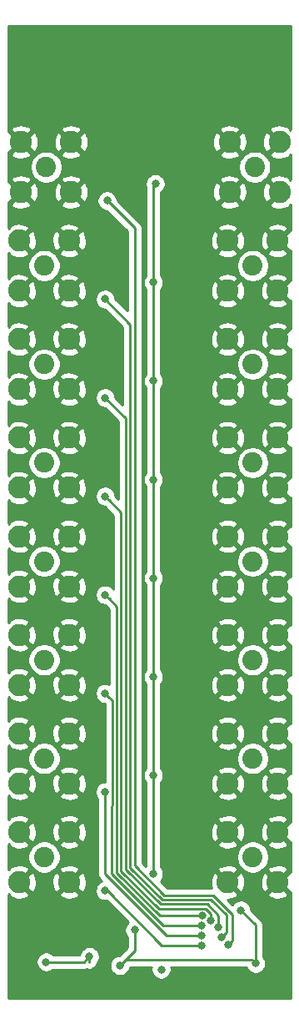
<source format=gbl>
G04 #@! TF.GenerationSoftware,KiCad,Pcbnew,(5.1.5-0)*
G04 #@! TF.CreationDate,2021-01-22T06:44:32-07:00*
G04 #@! TF.ProjectId,pmos_board,706d6f73-5f62-46f6-9172-642e6b696361,rev?*
G04 #@! TF.SameCoordinates,Original*
G04 #@! TF.FileFunction,Copper,L2,Bot*
G04 #@! TF.FilePolarity,Positive*
%FSLAX46Y46*%
G04 Gerber Fmt 4.6, Leading zero omitted, Abs format (unit mm)*
G04 Created by KiCad (PCBNEW (5.1.5-0)) date 2021-01-22 06:44:32*
%MOMM*%
%LPD*%
G04 APERTURE LIST*
%ADD10C,2.250000*%
%ADD11C,2.050000*%
%ADD12C,0.800000*%
%ADD13C,0.250000*%
%ADD14C,0.254000*%
G04 APERTURE END LIST*
D10*
X148040000Y-147540000D03*
X142960000Y-147540000D03*
X142960000Y-142460000D03*
X148040000Y-142460000D03*
D11*
X145500000Y-145000000D03*
D10*
X121760000Y-147540000D03*
X121760000Y-142460000D03*
X126840000Y-142460000D03*
X126840000Y-147540000D03*
D11*
X124300000Y-145000000D03*
D10*
X148040000Y-137540000D03*
X142960000Y-137540000D03*
X142960000Y-132460000D03*
X148040000Y-132460000D03*
D11*
X145500000Y-135000000D03*
D10*
X121760000Y-137540000D03*
X121760000Y-132460000D03*
X126840000Y-132460000D03*
X126840000Y-137540000D03*
D11*
X124300000Y-135000000D03*
D10*
X148040000Y-127540000D03*
X142960000Y-127540000D03*
X142960000Y-122460000D03*
X148040000Y-122460000D03*
D11*
X145500000Y-125000000D03*
D10*
X121760000Y-127540000D03*
X121760000Y-122460000D03*
X126840000Y-122460000D03*
X126840000Y-127540000D03*
D11*
X124300000Y-125000000D03*
D10*
X148040000Y-117540000D03*
X142960000Y-117540000D03*
X142960000Y-112460000D03*
X148040000Y-112460000D03*
D11*
X145500000Y-115000000D03*
D10*
X121760000Y-117540000D03*
X121760000Y-112460000D03*
X126840000Y-112460000D03*
X126840000Y-117540000D03*
D11*
X124300000Y-115000000D03*
D10*
X148040000Y-107540000D03*
X142960000Y-107540000D03*
X142960000Y-102460000D03*
X148040000Y-102460000D03*
D11*
X145500000Y-105000000D03*
D10*
X121760000Y-107540000D03*
X121760000Y-102460000D03*
X126840000Y-102460000D03*
X126840000Y-107540000D03*
D11*
X124300000Y-105000000D03*
D10*
X148040000Y-97540000D03*
X142960000Y-97540000D03*
X142960000Y-92460000D03*
X148040000Y-92460000D03*
D11*
X145500000Y-95000000D03*
D10*
X121760000Y-97540000D03*
X121760000Y-92460000D03*
X126840000Y-92460000D03*
X126840000Y-97540000D03*
D11*
X124300000Y-95000000D03*
D10*
X148040000Y-87540000D03*
X142960000Y-87540000D03*
X142960000Y-82460000D03*
X148040000Y-82460000D03*
D11*
X145500000Y-85000000D03*
D10*
X121760000Y-87540000D03*
X121760000Y-82460000D03*
X126840000Y-82460000D03*
X126840000Y-87540000D03*
D11*
X124300000Y-85000000D03*
D10*
X148240000Y-77540000D03*
X143160000Y-77540000D03*
X143160000Y-72460000D03*
X148240000Y-72460000D03*
D11*
X145700000Y-75000000D03*
D10*
X121960000Y-77540000D03*
X121960000Y-72460000D03*
X127040000Y-72460000D03*
X127040000Y-77540000D03*
D11*
X124500000Y-75000000D03*
D12*
X136200000Y-156400000D03*
X128900000Y-155100000D03*
X124500000Y-155650000D03*
X143000000Y-153900000D03*
X130700000Y-78400000D03*
X142300000Y-153100000D03*
X130500000Y-88400000D03*
X142000000Y-152100000D03*
X130500000Y-98400000D03*
X141250020Y-151400000D03*
X130500000Y-108400000D03*
X140345922Y-150955523D03*
X130500000Y-118400000D03*
X140297358Y-151954345D03*
X130500000Y-128400000D03*
X140300482Y-152954342D03*
X130500000Y-138400000D03*
X140299913Y-153954343D03*
X130500000Y-148400000D03*
X144300000Y-150400000D03*
X132000000Y-156000000D03*
X145800000Y-155800000D03*
X133500000Y-152400000D03*
X135600000Y-76700000D03*
X135400000Y-86700000D03*
X135400000Y-96700000D03*
X135400000Y-106700000D03*
X135400000Y-116700000D03*
X135400000Y-126700000D03*
X135400000Y-136700000D03*
X135400000Y-146700000D03*
D13*
X128900000Y-155100000D02*
X128900000Y-155665685D01*
X128350000Y-155650000D02*
X128900000Y-155100000D01*
X124500000Y-155650000D02*
X128350000Y-155650000D01*
X133500020Y-81200020D02*
X130700000Y-78400000D01*
X136498952Y-148880492D02*
X133500020Y-145881560D01*
X133500020Y-145881560D02*
X133500020Y-81200020D01*
X143399999Y-150826001D02*
X141454490Y-148880492D01*
X143399999Y-153500001D02*
X143399999Y-150826001D01*
X141454490Y-148880492D02*
X136498952Y-148880492D01*
X143000000Y-153900000D02*
X143399999Y-153500001D01*
X133050010Y-90950010D02*
X130500000Y-88400000D01*
X133050010Y-146067960D02*
X133050010Y-90950010D01*
X142800000Y-152600000D02*
X142800000Y-150862412D01*
X136312552Y-149330502D02*
X133050010Y-146067960D01*
X141268090Y-149330502D02*
X136312552Y-149330502D01*
X142800000Y-150862412D02*
X141268090Y-149330502D01*
X142300000Y-153100000D02*
X142800000Y-152600000D01*
X132600000Y-146254360D02*
X132600000Y-100500000D01*
X136126152Y-149780512D02*
X132600000Y-146254360D01*
X132600000Y-100500000D02*
X130500000Y-98400000D01*
X140880323Y-149780512D02*
X136126152Y-149780512D01*
X142000000Y-150900189D02*
X140880323Y-149780512D01*
X142000000Y-152100000D02*
X142000000Y-150900189D01*
X140693923Y-150230522D02*
X135939752Y-150230522D01*
X141250020Y-150786619D02*
X140693923Y-150230522D01*
X141250020Y-151400000D02*
X141250020Y-150786619D01*
X130899999Y-108799999D02*
X130500000Y-108400000D01*
X132125020Y-110025020D02*
X130899999Y-108799999D01*
X132125020Y-146415790D02*
X132125020Y-110025020D01*
X135939752Y-150230522D02*
X132125020Y-146415790D01*
X130899999Y-118799999D02*
X130500000Y-118400000D01*
X131675010Y-146602190D02*
X131675010Y-119575010D01*
X136028343Y-150955523D02*
X131675010Y-146602190D01*
X131675010Y-119575010D02*
X130899999Y-118799999D01*
X140345922Y-150955523D02*
X136028343Y-150955523D01*
X130899999Y-128799999D02*
X130500000Y-128400000D01*
X131225001Y-129125001D02*
X130899999Y-128799999D01*
X131150010Y-139850010D02*
X131225001Y-139775019D01*
X131225001Y-139775019D02*
X131225001Y-129125001D01*
X131150010Y-146713600D02*
X131150010Y-139850010D01*
X136390755Y-151954345D02*
X131150010Y-146713600D01*
X140297358Y-151954345D02*
X136390755Y-151954345D01*
X130500000Y-138965685D02*
X130500000Y-138400000D01*
X136754342Y-152954342D02*
X130500000Y-146700000D01*
X130500000Y-146700000D02*
X130500000Y-138965685D01*
X140300482Y-152954342D02*
X136754342Y-152954342D01*
X136254343Y-153954343D02*
X130700000Y-148400000D01*
X140299913Y-153954343D02*
X136254343Y-153954343D01*
X145800000Y-151900000D02*
X144300000Y-150400000D01*
X145800000Y-155800000D02*
X145800000Y-151900000D01*
X135400000Y-76900000D02*
X135600000Y-76700000D01*
X135400000Y-146700000D02*
X135400000Y-76900000D01*
X145400001Y-155400001D02*
X145800000Y-155800000D01*
X132599999Y-155400001D02*
X145400001Y-155400001D01*
X132000000Y-156000000D02*
X132599999Y-155400001D01*
X133500000Y-154500000D02*
X133500000Y-152400000D01*
X132000000Y-156000000D02*
X133500000Y-154500000D01*
D14*
G36*
X149340000Y-71180392D02*
G01*
X149284925Y-71235467D01*
X149174079Y-70958286D01*
X148863160Y-70804911D01*
X148528295Y-70715140D01*
X148182350Y-70692424D01*
X147838620Y-70737634D01*
X147510315Y-70849034D01*
X147305921Y-70958286D01*
X147195074Y-71235469D01*
X148240000Y-72280395D01*
X148254143Y-72266253D01*
X148433748Y-72445858D01*
X148419605Y-72460000D01*
X148433748Y-72474143D01*
X148254143Y-72653748D01*
X148240000Y-72639605D01*
X147195074Y-73684531D01*
X147305921Y-73961714D01*
X147616840Y-74115089D01*
X147951705Y-74204860D01*
X148297650Y-74227576D01*
X148641380Y-74182366D01*
X148969685Y-74070966D01*
X149174079Y-73961714D01*
X149284925Y-73684533D01*
X149340000Y-73739608D01*
X149340000Y-76260392D01*
X149284925Y-76315467D01*
X149174079Y-76038286D01*
X148863160Y-75884911D01*
X148528295Y-75795140D01*
X148182350Y-75772424D01*
X147838620Y-75817634D01*
X147510315Y-75929034D01*
X147305921Y-76038286D01*
X147195074Y-76315469D01*
X148240000Y-77360395D01*
X148254143Y-77346253D01*
X148433748Y-77525858D01*
X148419605Y-77540000D01*
X148433748Y-77554143D01*
X148254143Y-77733748D01*
X148240000Y-77719605D01*
X147195074Y-78764531D01*
X147305921Y-79041714D01*
X147616840Y-79195089D01*
X147951705Y-79284860D01*
X148297650Y-79307576D01*
X148641380Y-79262366D01*
X148969685Y-79150966D01*
X149174079Y-79041714D01*
X149284925Y-78764533D01*
X149340000Y-78819608D01*
X149340000Y-81445255D01*
X149264531Y-81415074D01*
X148219605Y-82460000D01*
X149264531Y-83504926D01*
X149340000Y-83474745D01*
X149340000Y-86525255D01*
X149264531Y-86495074D01*
X148219605Y-87540000D01*
X149264531Y-88584926D01*
X149340000Y-88554745D01*
X149340000Y-91445255D01*
X149264531Y-91415074D01*
X148219605Y-92460000D01*
X149264531Y-93504926D01*
X149340000Y-93474745D01*
X149340000Y-96525255D01*
X149264531Y-96495074D01*
X148219605Y-97540000D01*
X149264531Y-98584926D01*
X149340000Y-98554745D01*
X149340000Y-101445255D01*
X149264531Y-101415074D01*
X148219605Y-102460000D01*
X149264531Y-103504926D01*
X149340000Y-103474745D01*
X149340000Y-106525255D01*
X149264531Y-106495074D01*
X148219605Y-107540000D01*
X149264531Y-108584926D01*
X149340000Y-108554745D01*
X149340001Y-111445255D01*
X149264531Y-111415074D01*
X148219605Y-112460000D01*
X149264531Y-113504926D01*
X149340001Y-113474745D01*
X149340001Y-116525255D01*
X149264531Y-116495074D01*
X148219605Y-117540000D01*
X149264531Y-118584926D01*
X149340001Y-118554745D01*
X149340001Y-121445255D01*
X149264531Y-121415074D01*
X148219605Y-122460000D01*
X149264531Y-123504926D01*
X149340001Y-123474745D01*
X149340001Y-126525255D01*
X149264531Y-126495074D01*
X148219605Y-127540000D01*
X149264531Y-128584926D01*
X149340001Y-128554745D01*
X149340001Y-131445255D01*
X149264531Y-131415074D01*
X148219605Y-132460000D01*
X149264531Y-133504926D01*
X149340001Y-133474745D01*
X149340001Y-136525255D01*
X149264531Y-136495074D01*
X148219605Y-137540000D01*
X149264531Y-138584926D01*
X149340001Y-138554745D01*
X149340001Y-141445255D01*
X149264531Y-141415074D01*
X148219605Y-142460000D01*
X149264531Y-143504926D01*
X149340001Y-143474745D01*
X149340001Y-146525255D01*
X149264531Y-146495074D01*
X148219605Y-147540000D01*
X149264531Y-148584926D01*
X149340001Y-148554745D01*
X149340001Y-159340000D01*
X120660000Y-159340000D01*
X120660000Y-155548061D01*
X123465000Y-155548061D01*
X123465000Y-155751939D01*
X123504774Y-155951898D01*
X123582795Y-156140256D01*
X123696063Y-156309774D01*
X123840226Y-156453937D01*
X124009744Y-156567205D01*
X124198102Y-156645226D01*
X124398061Y-156685000D01*
X124601939Y-156685000D01*
X124801898Y-156645226D01*
X124990256Y-156567205D01*
X125159774Y-156453937D01*
X125203711Y-156410000D01*
X128312678Y-156410000D01*
X128350000Y-156413676D01*
X128387322Y-156410000D01*
X128387333Y-156410000D01*
X128498986Y-156399003D01*
X128601522Y-156367900D01*
X128607754Y-156371231D01*
X128751015Y-156414688D01*
X128900000Y-156429362D01*
X129048986Y-156414688D01*
X129192247Y-156371231D01*
X129324276Y-156300659D01*
X129440001Y-156205686D01*
X129534974Y-156089961D01*
X129605546Y-155957932D01*
X129648987Y-155814724D01*
X129703937Y-155759774D01*
X129817205Y-155590256D01*
X129895226Y-155401898D01*
X129935000Y-155201939D01*
X129935000Y-154998061D01*
X129895226Y-154798102D01*
X129817205Y-154609744D01*
X129703937Y-154440226D01*
X129559774Y-154296063D01*
X129390256Y-154182795D01*
X129201898Y-154104774D01*
X129001939Y-154065000D01*
X128798061Y-154065000D01*
X128598102Y-154104774D01*
X128409744Y-154182795D01*
X128240226Y-154296063D01*
X128096063Y-154440226D01*
X127982795Y-154609744D01*
X127904774Y-154798102D01*
X127886494Y-154890000D01*
X125203711Y-154890000D01*
X125159774Y-154846063D01*
X124990256Y-154732795D01*
X124801898Y-154654774D01*
X124601939Y-154615000D01*
X124398061Y-154615000D01*
X124198102Y-154654774D01*
X124009744Y-154732795D01*
X123840226Y-154846063D01*
X123696063Y-154990226D01*
X123582795Y-155159744D01*
X123504774Y-155348102D01*
X123465000Y-155548061D01*
X120660000Y-155548061D01*
X120660000Y-148819608D01*
X120715075Y-148764533D01*
X120825921Y-149041714D01*
X121136840Y-149195089D01*
X121471705Y-149284860D01*
X121817650Y-149307576D01*
X122161380Y-149262366D01*
X122489685Y-149150966D01*
X122694079Y-149041714D01*
X122804926Y-148764531D01*
X125795074Y-148764531D01*
X125905921Y-149041714D01*
X126216840Y-149195089D01*
X126551705Y-149284860D01*
X126897650Y-149307576D01*
X127241380Y-149262366D01*
X127569685Y-149150966D01*
X127774079Y-149041714D01*
X127884926Y-148764531D01*
X126840000Y-147719605D01*
X125795074Y-148764531D01*
X122804926Y-148764531D01*
X121760000Y-147719605D01*
X121745858Y-147733748D01*
X121566253Y-147554143D01*
X121580395Y-147540000D01*
X121939605Y-147540000D01*
X122984531Y-148584926D01*
X123261714Y-148474079D01*
X123415089Y-148163160D01*
X123504860Y-147828295D01*
X123520004Y-147597650D01*
X125072424Y-147597650D01*
X125117634Y-147941380D01*
X125229034Y-148269685D01*
X125338286Y-148474079D01*
X125615469Y-148584926D01*
X126660395Y-147540000D01*
X127019605Y-147540000D01*
X128064531Y-148584926D01*
X128341714Y-148474079D01*
X128495089Y-148163160D01*
X128584860Y-147828295D01*
X128607576Y-147482350D01*
X128562366Y-147138620D01*
X128450966Y-146810315D01*
X128341714Y-146605921D01*
X128064531Y-146495074D01*
X127019605Y-147540000D01*
X126660395Y-147540000D01*
X125615469Y-146495074D01*
X125338286Y-146605921D01*
X125184911Y-146916840D01*
X125095140Y-147251705D01*
X125072424Y-147597650D01*
X123520004Y-147597650D01*
X123527576Y-147482350D01*
X123482366Y-147138620D01*
X123370966Y-146810315D01*
X123261714Y-146605921D01*
X122984531Y-146495074D01*
X121939605Y-147540000D01*
X121580395Y-147540000D01*
X121566253Y-147525858D01*
X121745858Y-147346253D01*
X121760000Y-147360395D01*
X122804926Y-146315469D01*
X122694079Y-146038286D01*
X122383160Y-145884911D01*
X122048295Y-145795140D01*
X121702350Y-145772424D01*
X121358620Y-145817634D01*
X121030315Y-145929034D01*
X120825921Y-146038286D01*
X120715075Y-146315467D01*
X120660000Y-146260392D01*
X120660000Y-144836504D01*
X122640000Y-144836504D01*
X122640000Y-145163496D01*
X122703793Y-145484204D01*
X122828927Y-145786305D01*
X123010594Y-146058188D01*
X123241812Y-146289406D01*
X123513695Y-146471073D01*
X123815796Y-146596207D01*
X124136504Y-146660000D01*
X124463496Y-146660000D01*
X124784204Y-146596207D01*
X125086305Y-146471073D01*
X125319182Y-146315469D01*
X125795074Y-146315469D01*
X126840000Y-147360395D01*
X127884926Y-146315469D01*
X127774079Y-146038286D01*
X127463160Y-145884911D01*
X127128295Y-145795140D01*
X126782350Y-145772424D01*
X126438620Y-145817634D01*
X126110315Y-145929034D01*
X125905921Y-146038286D01*
X125795074Y-146315469D01*
X125319182Y-146315469D01*
X125358188Y-146289406D01*
X125589406Y-146058188D01*
X125771073Y-145786305D01*
X125896207Y-145484204D01*
X125960000Y-145163496D01*
X125960000Y-144836504D01*
X125896207Y-144515796D01*
X125771073Y-144213695D01*
X125589406Y-143941812D01*
X125358188Y-143710594D01*
X125319183Y-143684531D01*
X125795074Y-143684531D01*
X125905921Y-143961714D01*
X126216840Y-144115089D01*
X126551705Y-144204860D01*
X126897650Y-144227576D01*
X127241380Y-144182366D01*
X127569685Y-144070966D01*
X127774079Y-143961714D01*
X127884926Y-143684531D01*
X126840000Y-142639605D01*
X125795074Y-143684531D01*
X125319183Y-143684531D01*
X125086305Y-143528927D01*
X124784204Y-143403793D01*
X124463496Y-143340000D01*
X124136504Y-143340000D01*
X123815796Y-143403793D01*
X123513695Y-143528927D01*
X123241812Y-143710594D01*
X123010594Y-143941812D01*
X122828927Y-144213695D01*
X122703793Y-144515796D01*
X122640000Y-144836504D01*
X120660000Y-144836504D01*
X120660000Y-143739608D01*
X120715075Y-143684533D01*
X120825921Y-143961714D01*
X121136840Y-144115089D01*
X121471705Y-144204860D01*
X121817650Y-144227576D01*
X122161380Y-144182366D01*
X122489685Y-144070966D01*
X122694079Y-143961714D01*
X122804926Y-143684531D01*
X121760000Y-142639605D01*
X121745858Y-142653748D01*
X121566253Y-142474143D01*
X121580395Y-142460000D01*
X121939605Y-142460000D01*
X122984531Y-143504926D01*
X123261714Y-143394079D01*
X123415089Y-143083160D01*
X123504860Y-142748295D01*
X123520004Y-142517650D01*
X125072424Y-142517650D01*
X125117634Y-142861380D01*
X125229034Y-143189685D01*
X125338286Y-143394079D01*
X125615469Y-143504926D01*
X126660395Y-142460000D01*
X127019605Y-142460000D01*
X128064531Y-143504926D01*
X128341714Y-143394079D01*
X128495089Y-143083160D01*
X128584860Y-142748295D01*
X128607576Y-142402350D01*
X128562366Y-142058620D01*
X128450966Y-141730315D01*
X128341714Y-141525921D01*
X128064531Y-141415074D01*
X127019605Y-142460000D01*
X126660395Y-142460000D01*
X125615469Y-141415074D01*
X125338286Y-141525921D01*
X125184911Y-141836840D01*
X125095140Y-142171705D01*
X125072424Y-142517650D01*
X123520004Y-142517650D01*
X123527576Y-142402350D01*
X123482366Y-142058620D01*
X123370966Y-141730315D01*
X123261714Y-141525921D01*
X122984531Y-141415074D01*
X121939605Y-142460000D01*
X121580395Y-142460000D01*
X121566253Y-142445858D01*
X121745858Y-142266253D01*
X121760000Y-142280395D01*
X122804926Y-141235469D01*
X125795074Y-141235469D01*
X126840000Y-142280395D01*
X127884926Y-141235469D01*
X127774079Y-140958286D01*
X127463160Y-140804911D01*
X127128295Y-140715140D01*
X126782350Y-140692424D01*
X126438620Y-140737634D01*
X126110315Y-140849034D01*
X125905921Y-140958286D01*
X125795074Y-141235469D01*
X122804926Y-141235469D01*
X122694079Y-140958286D01*
X122383160Y-140804911D01*
X122048295Y-140715140D01*
X121702350Y-140692424D01*
X121358620Y-140737634D01*
X121030315Y-140849034D01*
X120825921Y-140958286D01*
X120715075Y-141235467D01*
X120660000Y-141180392D01*
X120660000Y-138819608D01*
X120715075Y-138764533D01*
X120825921Y-139041714D01*
X121136840Y-139195089D01*
X121471705Y-139284860D01*
X121817650Y-139307576D01*
X122161380Y-139262366D01*
X122489685Y-139150966D01*
X122694079Y-139041714D01*
X122804926Y-138764531D01*
X125795074Y-138764531D01*
X125905921Y-139041714D01*
X126216840Y-139195089D01*
X126551705Y-139284860D01*
X126897650Y-139307576D01*
X127241380Y-139262366D01*
X127569685Y-139150966D01*
X127774079Y-139041714D01*
X127884926Y-138764531D01*
X126840000Y-137719605D01*
X125795074Y-138764531D01*
X122804926Y-138764531D01*
X121760000Y-137719605D01*
X121745858Y-137733748D01*
X121566253Y-137554143D01*
X121580395Y-137540000D01*
X121939605Y-137540000D01*
X122984531Y-138584926D01*
X123261714Y-138474079D01*
X123415089Y-138163160D01*
X123504860Y-137828295D01*
X123520004Y-137597650D01*
X125072424Y-137597650D01*
X125117634Y-137941380D01*
X125229034Y-138269685D01*
X125338286Y-138474079D01*
X125615469Y-138584926D01*
X126660395Y-137540000D01*
X127019605Y-137540000D01*
X128064531Y-138584926D01*
X128341714Y-138474079D01*
X128495089Y-138163160D01*
X128584860Y-137828295D01*
X128607576Y-137482350D01*
X128562366Y-137138620D01*
X128450966Y-136810315D01*
X128341714Y-136605921D01*
X128064531Y-136495074D01*
X127019605Y-137540000D01*
X126660395Y-137540000D01*
X125615469Y-136495074D01*
X125338286Y-136605921D01*
X125184911Y-136916840D01*
X125095140Y-137251705D01*
X125072424Y-137597650D01*
X123520004Y-137597650D01*
X123527576Y-137482350D01*
X123482366Y-137138620D01*
X123370966Y-136810315D01*
X123261714Y-136605921D01*
X122984531Y-136495074D01*
X121939605Y-137540000D01*
X121580395Y-137540000D01*
X121566253Y-137525858D01*
X121745858Y-137346253D01*
X121760000Y-137360395D01*
X122804926Y-136315469D01*
X122694079Y-136038286D01*
X122383160Y-135884911D01*
X122048295Y-135795140D01*
X121702350Y-135772424D01*
X121358620Y-135817634D01*
X121030315Y-135929034D01*
X120825921Y-136038286D01*
X120715075Y-136315467D01*
X120660000Y-136260392D01*
X120660000Y-134836504D01*
X122640000Y-134836504D01*
X122640000Y-135163496D01*
X122703793Y-135484204D01*
X122828927Y-135786305D01*
X123010594Y-136058188D01*
X123241812Y-136289406D01*
X123513695Y-136471073D01*
X123815796Y-136596207D01*
X124136504Y-136660000D01*
X124463496Y-136660000D01*
X124784204Y-136596207D01*
X125086305Y-136471073D01*
X125319182Y-136315469D01*
X125795074Y-136315469D01*
X126840000Y-137360395D01*
X127884926Y-136315469D01*
X127774079Y-136038286D01*
X127463160Y-135884911D01*
X127128295Y-135795140D01*
X126782350Y-135772424D01*
X126438620Y-135817634D01*
X126110315Y-135929034D01*
X125905921Y-136038286D01*
X125795074Y-136315469D01*
X125319182Y-136315469D01*
X125358188Y-136289406D01*
X125589406Y-136058188D01*
X125771073Y-135786305D01*
X125896207Y-135484204D01*
X125960000Y-135163496D01*
X125960000Y-134836504D01*
X125896207Y-134515796D01*
X125771073Y-134213695D01*
X125589406Y-133941812D01*
X125358188Y-133710594D01*
X125319183Y-133684531D01*
X125795074Y-133684531D01*
X125905921Y-133961714D01*
X126216840Y-134115089D01*
X126551705Y-134204860D01*
X126897650Y-134227576D01*
X127241380Y-134182366D01*
X127569685Y-134070966D01*
X127774079Y-133961714D01*
X127884926Y-133684531D01*
X126840000Y-132639605D01*
X125795074Y-133684531D01*
X125319183Y-133684531D01*
X125086305Y-133528927D01*
X124784204Y-133403793D01*
X124463496Y-133340000D01*
X124136504Y-133340000D01*
X123815796Y-133403793D01*
X123513695Y-133528927D01*
X123241812Y-133710594D01*
X123010594Y-133941812D01*
X122828927Y-134213695D01*
X122703793Y-134515796D01*
X122640000Y-134836504D01*
X120660000Y-134836504D01*
X120660000Y-133739608D01*
X120715075Y-133684533D01*
X120825921Y-133961714D01*
X121136840Y-134115089D01*
X121471705Y-134204860D01*
X121817650Y-134227576D01*
X122161380Y-134182366D01*
X122489685Y-134070966D01*
X122694079Y-133961714D01*
X122804926Y-133684531D01*
X121760000Y-132639605D01*
X121745858Y-132653748D01*
X121566253Y-132474143D01*
X121580395Y-132460000D01*
X121939605Y-132460000D01*
X122984531Y-133504926D01*
X123261714Y-133394079D01*
X123415089Y-133083160D01*
X123504860Y-132748295D01*
X123520004Y-132517650D01*
X125072424Y-132517650D01*
X125117634Y-132861380D01*
X125229034Y-133189685D01*
X125338286Y-133394079D01*
X125615469Y-133504926D01*
X126660395Y-132460000D01*
X127019605Y-132460000D01*
X128064531Y-133504926D01*
X128341714Y-133394079D01*
X128495089Y-133083160D01*
X128584860Y-132748295D01*
X128607576Y-132402350D01*
X128562366Y-132058620D01*
X128450966Y-131730315D01*
X128341714Y-131525921D01*
X128064531Y-131415074D01*
X127019605Y-132460000D01*
X126660395Y-132460000D01*
X125615469Y-131415074D01*
X125338286Y-131525921D01*
X125184911Y-131836840D01*
X125095140Y-132171705D01*
X125072424Y-132517650D01*
X123520004Y-132517650D01*
X123527576Y-132402350D01*
X123482366Y-132058620D01*
X123370966Y-131730315D01*
X123261714Y-131525921D01*
X122984531Y-131415074D01*
X121939605Y-132460000D01*
X121580395Y-132460000D01*
X121566253Y-132445858D01*
X121745858Y-132266253D01*
X121760000Y-132280395D01*
X122804926Y-131235469D01*
X125795074Y-131235469D01*
X126840000Y-132280395D01*
X127884926Y-131235469D01*
X127774079Y-130958286D01*
X127463160Y-130804911D01*
X127128295Y-130715140D01*
X126782350Y-130692424D01*
X126438620Y-130737634D01*
X126110315Y-130849034D01*
X125905921Y-130958286D01*
X125795074Y-131235469D01*
X122804926Y-131235469D01*
X122694079Y-130958286D01*
X122383160Y-130804911D01*
X122048295Y-130715140D01*
X121702350Y-130692424D01*
X121358620Y-130737634D01*
X121030315Y-130849034D01*
X120825921Y-130958286D01*
X120715075Y-131235467D01*
X120660000Y-131180392D01*
X120660000Y-128819608D01*
X120715075Y-128764533D01*
X120825921Y-129041714D01*
X121136840Y-129195089D01*
X121471705Y-129284860D01*
X121817650Y-129307576D01*
X122161380Y-129262366D01*
X122489685Y-129150966D01*
X122694079Y-129041714D01*
X122804926Y-128764531D01*
X125795074Y-128764531D01*
X125905921Y-129041714D01*
X126216840Y-129195089D01*
X126551705Y-129284860D01*
X126897650Y-129307576D01*
X127241380Y-129262366D01*
X127569685Y-129150966D01*
X127774079Y-129041714D01*
X127884926Y-128764531D01*
X126840000Y-127719605D01*
X125795074Y-128764531D01*
X122804926Y-128764531D01*
X121760000Y-127719605D01*
X121745858Y-127733748D01*
X121566253Y-127554143D01*
X121580395Y-127540000D01*
X121939605Y-127540000D01*
X122984531Y-128584926D01*
X123261714Y-128474079D01*
X123415089Y-128163160D01*
X123504860Y-127828295D01*
X123520004Y-127597650D01*
X125072424Y-127597650D01*
X125117634Y-127941380D01*
X125229034Y-128269685D01*
X125338286Y-128474079D01*
X125615469Y-128584926D01*
X126660395Y-127540000D01*
X127019605Y-127540000D01*
X128064531Y-128584926D01*
X128341714Y-128474079D01*
X128495089Y-128163160D01*
X128584860Y-127828295D01*
X128607576Y-127482350D01*
X128562366Y-127138620D01*
X128450966Y-126810315D01*
X128341714Y-126605921D01*
X128064531Y-126495074D01*
X127019605Y-127540000D01*
X126660395Y-127540000D01*
X125615469Y-126495074D01*
X125338286Y-126605921D01*
X125184911Y-126916840D01*
X125095140Y-127251705D01*
X125072424Y-127597650D01*
X123520004Y-127597650D01*
X123527576Y-127482350D01*
X123482366Y-127138620D01*
X123370966Y-126810315D01*
X123261714Y-126605921D01*
X122984531Y-126495074D01*
X121939605Y-127540000D01*
X121580395Y-127540000D01*
X121566253Y-127525858D01*
X121745858Y-127346253D01*
X121760000Y-127360395D01*
X122804926Y-126315469D01*
X122694079Y-126038286D01*
X122383160Y-125884911D01*
X122048295Y-125795140D01*
X121702350Y-125772424D01*
X121358620Y-125817634D01*
X121030315Y-125929034D01*
X120825921Y-126038286D01*
X120715075Y-126315467D01*
X120660000Y-126260392D01*
X120660000Y-124836504D01*
X122640000Y-124836504D01*
X122640000Y-125163496D01*
X122703793Y-125484204D01*
X122828927Y-125786305D01*
X123010594Y-126058188D01*
X123241812Y-126289406D01*
X123513695Y-126471073D01*
X123815796Y-126596207D01*
X124136504Y-126660000D01*
X124463496Y-126660000D01*
X124784204Y-126596207D01*
X125086305Y-126471073D01*
X125319182Y-126315469D01*
X125795074Y-126315469D01*
X126840000Y-127360395D01*
X127884926Y-126315469D01*
X127774079Y-126038286D01*
X127463160Y-125884911D01*
X127128295Y-125795140D01*
X126782350Y-125772424D01*
X126438620Y-125817634D01*
X126110315Y-125929034D01*
X125905921Y-126038286D01*
X125795074Y-126315469D01*
X125319182Y-126315469D01*
X125358188Y-126289406D01*
X125589406Y-126058188D01*
X125771073Y-125786305D01*
X125896207Y-125484204D01*
X125960000Y-125163496D01*
X125960000Y-124836504D01*
X125896207Y-124515796D01*
X125771073Y-124213695D01*
X125589406Y-123941812D01*
X125358188Y-123710594D01*
X125319183Y-123684531D01*
X125795074Y-123684531D01*
X125905921Y-123961714D01*
X126216840Y-124115089D01*
X126551705Y-124204860D01*
X126897650Y-124227576D01*
X127241380Y-124182366D01*
X127569685Y-124070966D01*
X127774079Y-123961714D01*
X127884926Y-123684531D01*
X126840000Y-122639605D01*
X125795074Y-123684531D01*
X125319183Y-123684531D01*
X125086305Y-123528927D01*
X124784204Y-123403793D01*
X124463496Y-123340000D01*
X124136504Y-123340000D01*
X123815796Y-123403793D01*
X123513695Y-123528927D01*
X123241812Y-123710594D01*
X123010594Y-123941812D01*
X122828927Y-124213695D01*
X122703793Y-124515796D01*
X122640000Y-124836504D01*
X120660000Y-124836504D01*
X120660000Y-123739608D01*
X120715075Y-123684533D01*
X120825921Y-123961714D01*
X121136840Y-124115089D01*
X121471705Y-124204860D01*
X121817650Y-124227576D01*
X122161380Y-124182366D01*
X122489685Y-124070966D01*
X122694079Y-123961714D01*
X122804926Y-123684531D01*
X121760000Y-122639605D01*
X121745858Y-122653748D01*
X121566253Y-122474143D01*
X121580395Y-122460000D01*
X121939605Y-122460000D01*
X122984531Y-123504926D01*
X123261714Y-123394079D01*
X123415089Y-123083160D01*
X123504860Y-122748295D01*
X123520004Y-122517650D01*
X125072424Y-122517650D01*
X125117634Y-122861380D01*
X125229034Y-123189685D01*
X125338286Y-123394079D01*
X125615469Y-123504926D01*
X126660395Y-122460000D01*
X127019605Y-122460000D01*
X128064531Y-123504926D01*
X128341714Y-123394079D01*
X128495089Y-123083160D01*
X128584860Y-122748295D01*
X128607576Y-122402350D01*
X128562366Y-122058620D01*
X128450966Y-121730315D01*
X128341714Y-121525921D01*
X128064531Y-121415074D01*
X127019605Y-122460000D01*
X126660395Y-122460000D01*
X125615469Y-121415074D01*
X125338286Y-121525921D01*
X125184911Y-121836840D01*
X125095140Y-122171705D01*
X125072424Y-122517650D01*
X123520004Y-122517650D01*
X123527576Y-122402350D01*
X123482366Y-122058620D01*
X123370966Y-121730315D01*
X123261714Y-121525921D01*
X122984531Y-121415074D01*
X121939605Y-122460000D01*
X121580395Y-122460000D01*
X121566253Y-122445858D01*
X121745858Y-122266253D01*
X121760000Y-122280395D01*
X122804926Y-121235469D01*
X125795074Y-121235469D01*
X126840000Y-122280395D01*
X127884926Y-121235469D01*
X127774079Y-120958286D01*
X127463160Y-120804911D01*
X127128295Y-120715140D01*
X126782350Y-120692424D01*
X126438620Y-120737634D01*
X126110315Y-120849034D01*
X125905921Y-120958286D01*
X125795074Y-121235469D01*
X122804926Y-121235469D01*
X122694079Y-120958286D01*
X122383160Y-120804911D01*
X122048295Y-120715140D01*
X121702350Y-120692424D01*
X121358620Y-120737634D01*
X121030315Y-120849034D01*
X120825921Y-120958286D01*
X120715075Y-121235467D01*
X120660000Y-121180392D01*
X120660000Y-118819608D01*
X120715075Y-118764533D01*
X120825921Y-119041714D01*
X121136840Y-119195089D01*
X121471705Y-119284860D01*
X121817650Y-119307576D01*
X122161380Y-119262366D01*
X122489685Y-119150966D01*
X122694079Y-119041714D01*
X122804926Y-118764531D01*
X125795074Y-118764531D01*
X125905921Y-119041714D01*
X126216840Y-119195089D01*
X126551705Y-119284860D01*
X126897650Y-119307576D01*
X127241380Y-119262366D01*
X127569685Y-119150966D01*
X127774079Y-119041714D01*
X127884926Y-118764531D01*
X126840000Y-117719605D01*
X125795074Y-118764531D01*
X122804926Y-118764531D01*
X121760000Y-117719605D01*
X121745858Y-117733748D01*
X121566253Y-117554143D01*
X121580395Y-117540000D01*
X121939605Y-117540000D01*
X122984531Y-118584926D01*
X123261714Y-118474079D01*
X123415089Y-118163160D01*
X123504860Y-117828295D01*
X123520004Y-117597650D01*
X125072424Y-117597650D01*
X125117634Y-117941380D01*
X125229034Y-118269685D01*
X125338286Y-118474079D01*
X125615469Y-118584926D01*
X126660395Y-117540000D01*
X127019605Y-117540000D01*
X128064531Y-118584926D01*
X128341714Y-118474079D01*
X128495089Y-118163160D01*
X128584860Y-117828295D01*
X128607576Y-117482350D01*
X128562366Y-117138620D01*
X128450966Y-116810315D01*
X128341714Y-116605921D01*
X128064531Y-116495074D01*
X127019605Y-117540000D01*
X126660395Y-117540000D01*
X125615469Y-116495074D01*
X125338286Y-116605921D01*
X125184911Y-116916840D01*
X125095140Y-117251705D01*
X125072424Y-117597650D01*
X123520004Y-117597650D01*
X123527576Y-117482350D01*
X123482366Y-117138620D01*
X123370966Y-116810315D01*
X123261714Y-116605921D01*
X122984531Y-116495074D01*
X121939605Y-117540000D01*
X121580395Y-117540000D01*
X121566253Y-117525858D01*
X121745858Y-117346253D01*
X121760000Y-117360395D01*
X122804926Y-116315469D01*
X122694079Y-116038286D01*
X122383160Y-115884911D01*
X122048295Y-115795140D01*
X121702350Y-115772424D01*
X121358620Y-115817634D01*
X121030315Y-115929034D01*
X120825921Y-116038286D01*
X120715075Y-116315467D01*
X120660000Y-116260392D01*
X120660000Y-114836504D01*
X122640000Y-114836504D01*
X122640000Y-115163496D01*
X122703793Y-115484204D01*
X122828927Y-115786305D01*
X123010594Y-116058188D01*
X123241812Y-116289406D01*
X123513695Y-116471073D01*
X123815796Y-116596207D01*
X124136504Y-116660000D01*
X124463496Y-116660000D01*
X124784204Y-116596207D01*
X125086305Y-116471073D01*
X125319182Y-116315469D01*
X125795074Y-116315469D01*
X126840000Y-117360395D01*
X127884926Y-116315469D01*
X127774079Y-116038286D01*
X127463160Y-115884911D01*
X127128295Y-115795140D01*
X126782350Y-115772424D01*
X126438620Y-115817634D01*
X126110315Y-115929034D01*
X125905921Y-116038286D01*
X125795074Y-116315469D01*
X125319182Y-116315469D01*
X125358188Y-116289406D01*
X125589406Y-116058188D01*
X125771073Y-115786305D01*
X125896207Y-115484204D01*
X125960000Y-115163496D01*
X125960000Y-114836504D01*
X125896207Y-114515796D01*
X125771073Y-114213695D01*
X125589406Y-113941812D01*
X125358188Y-113710594D01*
X125319183Y-113684531D01*
X125795074Y-113684531D01*
X125905921Y-113961714D01*
X126216840Y-114115089D01*
X126551705Y-114204860D01*
X126897650Y-114227576D01*
X127241380Y-114182366D01*
X127569685Y-114070966D01*
X127774079Y-113961714D01*
X127884926Y-113684531D01*
X126840000Y-112639605D01*
X125795074Y-113684531D01*
X125319183Y-113684531D01*
X125086305Y-113528927D01*
X124784204Y-113403793D01*
X124463496Y-113340000D01*
X124136504Y-113340000D01*
X123815796Y-113403793D01*
X123513695Y-113528927D01*
X123241812Y-113710594D01*
X123010594Y-113941812D01*
X122828927Y-114213695D01*
X122703793Y-114515796D01*
X122640000Y-114836504D01*
X120660000Y-114836504D01*
X120660000Y-113739608D01*
X120715075Y-113684533D01*
X120825921Y-113961714D01*
X121136840Y-114115089D01*
X121471705Y-114204860D01*
X121817650Y-114227576D01*
X122161380Y-114182366D01*
X122489685Y-114070966D01*
X122694079Y-113961714D01*
X122804926Y-113684531D01*
X121760000Y-112639605D01*
X121745858Y-112653748D01*
X121566253Y-112474143D01*
X121580395Y-112460000D01*
X121939605Y-112460000D01*
X122984531Y-113504926D01*
X123261714Y-113394079D01*
X123415089Y-113083160D01*
X123504860Y-112748295D01*
X123520004Y-112517650D01*
X125072424Y-112517650D01*
X125117634Y-112861380D01*
X125229034Y-113189685D01*
X125338286Y-113394079D01*
X125615469Y-113504926D01*
X126660395Y-112460000D01*
X127019605Y-112460000D01*
X128064531Y-113504926D01*
X128341714Y-113394079D01*
X128495089Y-113083160D01*
X128584860Y-112748295D01*
X128607576Y-112402350D01*
X128562366Y-112058620D01*
X128450966Y-111730315D01*
X128341714Y-111525921D01*
X128064531Y-111415074D01*
X127019605Y-112460000D01*
X126660395Y-112460000D01*
X125615469Y-111415074D01*
X125338286Y-111525921D01*
X125184911Y-111836840D01*
X125095140Y-112171705D01*
X125072424Y-112517650D01*
X123520004Y-112517650D01*
X123527576Y-112402350D01*
X123482366Y-112058620D01*
X123370966Y-111730315D01*
X123261714Y-111525921D01*
X122984531Y-111415074D01*
X121939605Y-112460000D01*
X121580395Y-112460000D01*
X121566253Y-112445858D01*
X121745858Y-112266253D01*
X121760000Y-112280395D01*
X122804926Y-111235469D01*
X125795074Y-111235469D01*
X126840000Y-112280395D01*
X127884926Y-111235469D01*
X127774079Y-110958286D01*
X127463160Y-110804911D01*
X127128295Y-110715140D01*
X126782350Y-110692424D01*
X126438620Y-110737634D01*
X126110315Y-110849034D01*
X125905921Y-110958286D01*
X125795074Y-111235469D01*
X122804926Y-111235469D01*
X122694079Y-110958286D01*
X122383160Y-110804911D01*
X122048295Y-110715140D01*
X121702350Y-110692424D01*
X121358620Y-110737634D01*
X121030315Y-110849034D01*
X120825921Y-110958286D01*
X120715075Y-111235467D01*
X120660000Y-111180392D01*
X120660000Y-108819608D01*
X120715075Y-108764533D01*
X120825921Y-109041714D01*
X121136840Y-109195089D01*
X121471705Y-109284860D01*
X121817650Y-109307576D01*
X122161380Y-109262366D01*
X122489685Y-109150966D01*
X122694079Y-109041714D01*
X122804926Y-108764531D01*
X125795074Y-108764531D01*
X125905921Y-109041714D01*
X126216840Y-109195089D01*
X126551705Y-109284860D01*
X126897650Y-109307576D01*
X127241380Y-109262366D01*
X127569685Y-109150966D01*
X127774079Y-109041714D01*
X127884926Y-108764531D01*
X126840000Y-107719605D01*
X125795074Y-108764531D01*
X122804926Y-108764531D01*
X121760000Y-107719605D01*
X121745858Y-107733748D01*
X121566253Y-107554143D01*
X121580395Y-107540000D01*
X121939605Y-107540000D01*
X122984531Y-108584926D01*
X123261714Y-108474079D01*
X123415089Y-108163160D01*
X123504860Y-107828295D01*
X123520004Y-107597650D01*
X125072424Y-107597650D01*
X125117634Y-107941380D01*
X125229034Y-108269685D01*
X125338286Y-108474079D01*
X125615469Y-108584926D01*
X126660395Y-107540000D01*
X127019605Y-107540000D01*
X128064531Y-108584926D01*
X128341714Y-108474079D01*
X128495089Y-108163160D01*
X128584860Y-107828295D01*
X128607576Y-107482350D01*
X128562366Y-107138620D01*
X128450966Y-106810315D01*
X128341714Y-106605921D01*
X128064531Y-106495074D01*
X127019605Y-107540000D01*
X126660395Y-107540000D01*
X125615469Y-106495074D01*
X125338286Y-106605921D01*
X125184911Y-106916840D01*
X125095140Y-107251705D01*
X125072424Y-107597650D01*
X123520004Y-107597650D01*
X123527576Y-107482350D01*
X123482366Y-107138620D01*
X123370966Y-106810315D01*
X123261714Y-106605921D01*
X122984531Y-106495074D01*
X121939605Y-107540000D01*
X121580395Y-107540000D01*
X121566253Y-107525858D01*
X121745858Y-107346253D01*
X121760000Y-107360395D01*
X122804926Y-106315469D01*
X122694079Y-106038286D01*
X122383160Y-105884911D01*
X122048295Y-105795140D01*
X121702350Y-105772424D01*
X121358620Y-105817634D01*
X121030315Y-105929034D01*
X120825921Y-106038286D01*
X120715075Y-106315467D01*
X120660000Y-106260392D01*
X120660000Y-104836504D01*
X122640000Y-104836504D01*
X122640000Y-105163496D01*
X122703793Y-105484204D01*
X122828927Y-105786305D01*
X123010594Y-106058188D01*
X123241812Y-106289406D01*
X123513695Y-106471073D01*
X123815796Y-106596207D01*
X124136504Y-106660000D01*
X124463496Y-106660000D01*
X124784204Y-106596207D01*
X125086305Y-106471073D01*
X125319182Y-106315469D01*
X125795074Y-106315469D01*
X126840000Y-107360395D01*
X127884926Y-106315469D01*
X127774079Y-106038286D01*
X127463160Y-105884911D01*
X127128295Y-105795140D01*
X126782350Y-105772424D01*
X126438620Y-105817634D01*
X126110315Y-105929034D01*
X125905921Y-106038286D01*
X125795074Y-106315469D01*
X125319182Y-106315469D01*
X125358188Y-106289406D01*
X125589406Y-106058188D01*
X125771073Y-105786305D01*
X125896207Y-105484204D01*
X125960000Y-105163496D01*
X125960000Y-104836504D01*
X125896207Y-104515796D01*
X125771073Y-104213695D01*
X125589406Y-103941812D01*
X125358188Y-103710594D01*
X125319183Y-103684531D01*
X125795074Y-103684531D01*
X125905921Y-103961714D01*
X126216840Y-104115089D01*
X126551705Y-104204860D01*
X126897650Y-104227576D01*
X127241380Y-104182366D01*
X127569685Y-104070966D01*
X127774079Y-103961714D01*
X127884926Y-103684531D01*
X126840000Y-102639605D01*
X125795074Y-103684531D01*
X125319183Y-103684531D01*
X125086305Y-103528927D01*
X124784204Y-103403793D01*
X124463496Y-103340000D01*
X124136504Y-103340000D01*
X123815796Y-103403793D01*
X123513695Y-103528927D01*
X123241812Y-103710594D01*
X123010594Y-103941812D01*
X122828927Y-104213695D01*
X122703793Y-104515796D01*
X122640000Y-104836504D01*
X120660000Y-104836504D01*
X120660000Y-103739608D01*
X120715075Y-103684533D01*
X120825921Y-103961714D01*
X121136840Y-104115089D01*
X121471705Y-104204860D01*
X121817650Y-104227576D01*
X122161380Y-104182366D01*
X122489685Y-104070966D01*
X122694079Y-103961714D01*
X122804926Y-103684531D01*
X121760000Y-102639605D01*
X121745858Y-102653748D01*
X121566253Y-102474143D01*
X121580395Y-102460000D01*
X121939605Y-102460000D01*
X122984531Y-103504926D01*
X123261714Y-103394079D01*
X123415089Y-103083160D01*
X123504860Y-102748295D01*
X123520004Y-102517650D01*
X125072424Y-102517650D01*
X125117634Y-102861380D01*
X125229034Y-103189685D01*
X125338286Y-103394079D01*
X125615469Y-103504926D01*
X126660395Y-102460000D01*
X127019605Y-102460000D01*
X128064531Y-103504926D01*
X128341714Y-103394079D01*
X128495089Y-103083160D01*
X128584860Y-102748295D01*
X128607576Y-102402350D01*
X128562366Y-102058620D01*
X128450966Y-101730315D01*
X128341714Y-101525921D01*
X128064531Y-101415074D01*
X127019605Y-102460000D01*
X126660395Y-102460000D01*
X125615469Y-101415074D01*
X125338286Y-101525921D01*
X125184911Y-101836840D01*
X125095140Y-102171705D01*
X125072424Y-102517650D01*
X123520004Y-102517650D01*
X123527576Y-102402350D01*
X123482366Y-102058620D01*
X123370966Y-101730315D01*
X123261714Y-101525921D01*
X122984531Y-101415074D01*
X121939605Y-102460000D01*
X121580395Y-102460000D01*
X121566253Y-102445858D01*
X121745858Y-102266253D01*
X121760000Y-102280395D01*
X122804926Y-101235469D01*
X125795074Y-101235469D01*
X126840000Y-102280395D01*
X127884926Y-101235469D01*
X127774079Y-100958286D01*
X127463160Y-100804911D01*
X127128295Y-100715140D01*
X126782350Y-100692424D01*
X126438620Y-100737634D01*
X126110315Y-100849034D01*
X125905921Y-100958286D01*
X125795074Y-101235469D01*
X122804926Y-101235469D01*
X122694079Y-100958286D01*
X122383160Y-100804911D01*
X122048295Y-100715140D01*
X121702350Y-100692424D01*
X121358620Y-100737634D01*
X121030315Y-100849034D01*
X120825921Y-100958286D01*
X120715075Y-101235467D01*
X120660000Y-101180392D01*
X120660000Y-98819608D01*
X120715075Y-98764533D01*
X120825921Y-99041714D01*
X121136840Y-99195089D01*
X121471705Y-99284860D01*
X121817650Y-99307576D01*
X122161380Y-99262366D01*
X122489685Y-99150966D01*
X122694079Y-99041714D01*
X122804926Y-98764531D01*
X125795074Y-98764531D01*
X125905921Y-99041714D01*
X126216840Y-99195089D01*
X126551705Y-99284860D01*
X126897650Y-99307576D01*
X127241380Y-99262366D01*
X127569685Y-99150966D01*
X127774079Y-99041714D01*
X127884926Y-98764531D01*
X126840000Y-97719605D01*
X125795074Y-98764531D01*
X122804926Y-98764531D01*
X121760000Y-97719605D01*
X121745858Y-97733748D01*
X121566253Y-97554143D01*
X121580395Y-97540000D01*
X121939605Y-97540000D01*
X122984531Y-98584926D01*
X123261714Y-98474079D01*
X123415089Y-98163160D01*
X123504860Y-97828295D01*
X123520004Y-97597650D01*
X125072424Y-97597650D01*
X125117634Y-97941380D01*
X125229034Y-98269685D01*
X125338286Y-98474079D01*
X125615469Y-98584926D01*
X126660395Y-97540000D01*
X127019605Y-97540000D01*
X128064531Y-98584926D01*
X128341714Y-98474079D01*
X128495089Y-98163160D01*
X128584860Y-97828295D01*
X128607576Y-97482350D01*
X128562366Y-97138620D01*
X128450966Y-96810315D01*
X128341714Y-96605921D01*
X128064531Y-96495074D01*
X127019605Y-97540000D01*
X126660395Y-97540000D01*
X125615469Y-96495074D01*
X125338286Y-96605921D01*
X125184911Y-96916840D01*
X125095140Y-97251705D01*
X125072424Y-97597650D01*
X123520004Y-97597650D01*
X123527576Y-97482350D01*
X123482366Y-97138620D01*
X123370966Y-96810315D01*
X123261714Y-96605921D01*
X122984531Y-96495074D01*
X121939605Y-97540000D01*
X121580395Y-97540000D01*
X121566253Y-97525858D01*
X121745858Y-97346253D01*
X121760000Y-97360395D01*
X122804926Y-96315469D01*
X122694079Y-96038286D01*
X122383160Y-95884911D01*
X122048295Y-95795140D01*
X121702350Y-95772424D01*
X121358620Y-95817634D01*
X121030315Y-95929034D01*
X120825921Y-96038286D01*
X120715075Y-96315467D01*
X120660000Y-96260392D01*
X120660000Y-94836504D01*
X122640000Y-94836504D01*
X122640000Y-95163496D01*
X122703793Y-95484204D01*
X122828927Y-95786305D01*
X123010594Y-96058188D01*
X123241812Y-96289406D01*
X123513695Y-96471073D01*
X123815796Y-96596207D01*
X124136504Y-96660000D01*
X124463496Y-96660000D01*
X124784204Y-96596207D01*
X125086305Y-96471073D01*
X125319182Y-96315469D01*
X125795074Y-96315469D01*
X126840000Y-97360395D01*
X127884926Y-96315469D01*
X127774079Y-96038286D01*
X127463160Y-95884911D01*
X127128295Y-95795140D01*
X126782350Y-95772424D01*
X126438620Y-95817634D01*
X126110315Y-95929034D01*
X125905921Y-96038286D01*
X125795074Y-96315469D01*
X125319182Y-96315469D01*
X125358188Y-96289406D01*
X125589406Y-96058188D01*
X125771073Y-95786305D01*
X125896207Y-95484204D01*
X125960000Y-95163496D01*
X125960000Y-94836504D01*
X125896207Y-94515796D01*
X125771073Y-94213695D01*
X125589406Y-93941812D01*
X125358188Y-93710594D01*
X125319183Y-93684531D01*
X125795074Y-93684531D01*
X125905921Y-93961714D01*
X126216840Y-94115089D01*
X126551705Y-94204860D01*
X126897650Y-94227576D01*
X127241380Y-94182366D01*
X127569685Y-94070966D01*
X127774079Y-93961714D01*
X127884926Y-93684531D01*
X126840000Y-92639605D01*
X125795074Y-93684531D01*
X125319183Y-93684531D01*
X125086305Y-93528927D01*
X124784204Y-93403793D01*
X124463496Y-93340000D01*
X124136504Y-93340000D01*
X123815796Y-93403793D01*
X123513695Y-93528927D01*
X123241812Y-93710594D01*
X123010594Y-93941812D01*
X122828927Y-94213695D01*
X122703793Y-94515796D01*
X122640000Y-94836504D01*
X120660000Y-94836504D01*
X120660000Y-93739608D01*
X120715075Y-93684533D01*
X120825921Y-93961714D01*
X121136840Y-94115089D01*
X121471705Y-94204860D01*
X121817650Y-94227576D01*
X122161380Y-94182366D01*
X122489685Y-94070966D01*
X122694079Y-93961714D01*
X122804926Y-93684531D01*
X121760000Y-92639605D01*
X121745858Y-92653748D01*
X121566253Y-92474143D01*
X121580395Y-92460000D01*
X121939605Y-92460000D01*
X122984531Y-93504926D01*
X123261714Y-93394079D01*
X123415089Y-93083160D01*
X123504860Y-92748295D01*
X123520004Y-92517650D01*
X125072424Y-92517650D01*
X125117634Y-92861380D01*
X125229034Y-93189685D01*
X125338286Y-93394079D01*
X125615469Y-93504926D01*
X126660395Y-92460000D01*
X127019605Y-92460000D01*
X128064531Y-93504926D01*
X128341714Y-93394079D01*
X128495089Y-93083160D01*
X128584860Y-92748295D01*
X128607576Y-92402350D01*
X128562366Y-92058620D01*
X128450966Y-91730315D01*
X128341714Y-91525921D01*
X128064531Y-91415074D01*
X127019605Y-92460000D01*
X126660395Y-92460000D01*
X125615469Y-91415074D01*
X125338286Y-91525921D01*
X125184911Y-91836840D01*
X125095140Y-92171705D01*
X125072424Y-92517650D01*
X123520004Y-92517650D01*
X123527576Y-92402350D01*
X123482366Y-92058620D01*
X123370966Y-91730315D01*
X123261714Y-91525921D01*
X122984531Y-91415074D01*
X121939605Y-92460000D01*
X121580395Y-92460000D01*
X121566253Y-92445858D01*
X121745858Y-92266253D01*
X121760000Y-92280395D01*
X122804926Y-91235469D01*
X125795074Y-91235469D01*
X126840000Y-92280395D01*
X127884926Y-91235469D01*
X127774079Y-90958286D01*
X127463160Y-90804911D01*
X127128295Y-90715140D01*
X126782350Y-90692424D01*
X126438620Y-90737634D01*
X126110315Y-90849034D01*
X125905921Y-90958286D01*
X125795074Y-91235469D01*
X122804926Y-91235469D01*
X122694079Y-90958286D01*
X122383160Y-90804911D01*
X122048295Y-90715140D01*
X121702350Y-90692424D01*
X121358620Y-90737634D01*
X121030315Y-90849034D01*
X120825921Y-90958286D01*
X120715075Y-91235467D01*
X120660000Y-91180392D01*
X120660000Y-88819608D01*
X120715075Y-88764533D01*
X120825921Y-89041714D01*
X121136840Y-89195089D01*
X121471705Y-89284860D01*
X121817650Y-89307576D01*
X122161380Y-89262366D01*
X122489685Y-89150966D01*
X122694079Y-89041714D01*
X122804926Y-88764531D01*
X125795074Y-88764531D01*
X125905921Y-89041714D01*
X126216840Y-89195089D01*
X126551705Y-89284860D01*
X126897650Y-89307576D01*
X127241380Y-89262366D01*
X127569685Y-89150966D01*
X127774079Y-89041714D01*
X127884926Y-88764531D01*
X126840000Y-87719605D01*
X125795074Y-88764531D01*
X122804926Y-88764531D01*
X121760000Y-87719605D01*
X121745858Y-87733748D01*
X121566253Y-87554143D01*
X121580395Y-87540000D01*
X121939605Y-87540000D01*
X122984531Y-88584926D01*
X123261714Y-88474079D01*
X123415089Y-88163160D01*
X123504860Y-87828295D01*
X123520004Y-87597650D01*
X125072424Y-87597650D01*
X125117634Y-87941380D01*
X125229034Y-88269685D01*
X125338286Y-88474079D01*
X125615469Y-88584926D01*
X126660395Y-87540000D01*
X127019605Y-87540000D01*
X128064531Y-88584926D01*
X128341714Y-88474079D01*
X128428542Y-88298061D01*
X129465000Y-88298061D01*
X129465000Y-88501939D01*
X129504774Y-88701898D01*
X129582795Y-88890256D01*
X129696063Y-89059774D01*
X129840226Y-89203937D01*
X130009744Y-89317205D01*
X130198102Y-89395226D01*
X130398061Y-89435000D01*
X130460199Y-89435000D01*
X132290011Y-91264813D01*
X132290011Y-99115209D01*
X131535000Y-98360199D01*
X131535000Y-98298061D01*
X131495226Y-98098102D01*
X131417205Y-97909744D01*
X131303937Y-97740226D01*
X131159774Y-97596063D01*
X130990256Y-97482795D01*
X130801898Y-97404774D01*
X130601939Y-97365000D01*
X130398061Y-97365000D01*
X130198102Y-97404774D01*
X130009744Y-97482795D01*
X129840226Y-97596063D01*
X129696063Y-97740226D01*
X129582795Y-97909744D01*
X129504774Y-98098102D01*
X129465000Y-98298061D01*
X129465000Y-98501939D01*
X129504774Y-98701898D01*
X129582795Y-98890256D01*
X129696063Y-99059774D01*
X129840226Y-99203937D01*
X130009744Y-99317205D01*
X130198102Y-99395226D01*
X130398061Y-99435000D01*
X130460199Y-99435000D01*
X131840001Y-100814804D01*
X131840001Y-108665199D01*
X131535000Y-108360199D01*
X131535000Y-108298061D01*
X131495226Y-108098102D01*
X131417205Y-107909744D01*
X131303937Y-107740226D01*
X131159774Y-107596063D01*
X130990256Y-107482795D01*
X130801898Y-107404774D01*
X130601939Y-107365000D01*
X130398061Y-107365000D01*
X130198102Y-107404774D01*
X130009744Y-107482795D01*
X129840226Y-107596063D01*
X129696063Y-107740226D01*
X129582795Y-107909744D01*
X129504774Y-108098102D01*
X129465000Y-108298061D01*
X129465000Y-108501939D01*
X129504774Y-108701898D01*
X129582795Y-108890256D01*
X129696063Y-109059774D01*
X129840226Y-109203937D01*
X130009744Y-109317205D01*
X130198102Y-109395226D01*
X130398061Y-109435000D01*
X130460199Y-109435000D01*
X131365021Y-110339823D01*
X131365021Y-117831645D01*
X131303937Y-117740226D01*
X131159774Y-117596063D01*
X130990256Y-117482795D01*
X130801898Y-117404774D01*
X130601939Y-117365000D01*
X130398061Y-117365000D01*
X130198102Y-117404774D01*
X130009744Y-117482795D01*
X129840226Y-117596063D01*
X129696063Y-117740226D01*
X129582795Y-117909744D01*
X129504774Y-118098102D01*
X129465000Y-118298061D01*
X129465000Y-118501939D01*
X129504774Y-118701898D01*
X129582795Y-118890256D01*
X129696063Y-119059774D01*
X129840226Y-119203937D01*
X130009744Y-119317205D01*
X130198102Y-119395226D01*
X130398061Y-119435000D01*
X130460199Y-119435000D01*
X130915011Y-119889813D01*
X130915011Y-127451627D01*
X130801898Y-127404774D01*
X130601939Y-127365000D01*
X130398061Y-127365000D01*
X130198102Y-127404774D01*
X130009744Y-127482795D01*
X129840226Y-127596063D01*
X129696063Y-127740226D01*
X129582795Y-127909744D01*
X129504774Y-128098102D01*
X129465000Y-128298061D01*
X129465000Y-128501939D01*
X129504774Y-128701898D01*
X129582795Y-128890256D01*
X129696063Y-129059774D01*
X129840226Y-129203937D01*
X130009744Y-129317205D01*
X130198102Y-129395226D01*
X130398061Y-129435000D01*
X130460199Y-129435000D01*
X130465002Y-129439803D01*
X130465001Y-137365000D01*
X130398061Y-137365000D01*
X130198102Y-137404774D01*
X130009744Y-137482795D01*
X129840226Y-137596063D01*
X129696063Y-137740226D01*
X129582795Y-137909744D01*
X129504774Y-138098102D01*
X129465000Y-138298061D01*
X129465000Y-138501939D01*
X129504774Y-138701898D01*
X129582795Y-138890256D01*
X129696063Y-139059774D01*
X129740001Y-139103712D01*
X129740000Y-146662678D01*
X129736324Y-146700000D01*
X129740000Y-146737322D01*
X129740000Y-146737332D01*
X129750997Y-146848985D01*
X129783396Y-146955791D01*
X129794454Y-146992246D01*
X129865026Y-147124276D01*
X129879729Y-147142191D01*
X129959999Y-147240001D01*
X129989003Y-147263804D01*
X130149928Y-147424729D01*
X130009744Y-147482795D01*
X129840226Y-147596063D01*
X129696063Y-147740226D01*
X129582795Y-147909744D01*
X129504774Y-148098102D01*
X129465000Y-148298061D01*
X129465000Y-148501939D01*
X129504774Y-148701898D01*
X129582795Y-148890256D01*
X129696063Y-149059774D01*
X129840226Y-149203937D01*
X130009744Y-149317205D01*
X130198102Y-149395226D01*
X130398061Y-149435000D01*
X130601939Y-149435000D01*
X130650533Y-149425334D01*
X132830744Y-151605545D01*
X132696063Y-151740226D01*
X132582795Y-151909744D01*
X132504774Y-152098102D01*
X132465000Y-152298061D01*
X132465000Y-152501939D01*
X132504774Y-152701898D01*
X132582795Y-152890256D01*
X132696063Y-153059774D01*
X132740001Y-153103712D01*
X132740000Y-154185198D01*
X132088999Y-154836199D01*
X132059998Y-154860000D01*
X132036199Y-154888999D01*
X131960198Y-154965000D01*
X131898061Y-154965000D01*
X131698102Y-155004774D01*
X131509744Y-155082795D01*
X131340226Y-155196063D01*
X131196063Y-155340226D01*
X131082795Y-155509744D01*
X131004774Y-155698102D01*
X130965000Y-155898061D01*
X130965000Y-156101939D01*
X131004774Y-156301898D01*
X131082795Y-156490256D01*
X131196063Y-156659774D01*
X131340226Y-156803937D01*
X131509744Y-156917205D01*
X131698102Y-156995226D01*
X131898061Y-157035000D01*
X132101939Y-157035000D01*
X132301898Y-156995226D01*
X132490256Y-156917205D01*
X132659774Y-156803937D01*
X132803937Y-156659774D01*
X132917205Y-156490256D01*
X132995226Y-156301898D01*
X133023451Y-156160001D01*
X135192462Y-156160001D01*
X135165000Y-156298061D01*
X135165000Y-156501939D01*
X135204774Y-156701898D01*
X135282795Y-156890256D01*
X135396063Y-157059774D01*
X135540226Y-157203937D01*
X135709744Y-157317205D01*
X135898102Y-157395226D01*
X136098061Y-157435000D01*
X136301939Y-157435000D01*
X136501898Y-157395226D01*
X136690256Y-157317205D01*
X136859774Y-157203937D01*
X137003937Y-157059774D01*
X137117205Y-156890256D01*
X137195226Y-156701898D01*
X137235000Y-156501939D01*
X137235000Y-156298061D01*
X137207538Y-156160001D01*
X144828841Y-156160001D01*
X144882795Y-156290256D01*
X144996063Y-156459774D01*
X145140226Y-156603937D01*
X145309744Y-156717205D01*
X145498102Y-156795226D01*
X145698061Y-156835000D01*
X145901939Y-156835000D01*
X146101898Y-156795226D01*
X146290256Y-156717205D01*
X146459774Y-156603937D01*
X146603937Y-156459774D01*
X146717205Y-156290256D01*
X146795226Y-156101898D01*
X146835000Y-155901939D01*
X146835000Y-155698061D01*
X146795226Y-155498102D01*
X146717205Y-155309744D01*
X146603937Y-155140226D01*
X146560000Y-155096289D01*
X146560000Y-151937322D01*
X146563676Y-151899999D01*
X146560000Y-151862676D01*
X146560000Y-151862667D01*
X146549003Y-151751014D01*
X146505546Y-151607753D01*
X146434974Y-151475724D01*
X146340001Y-151359999D01*
X146311003Y-151336201D01*
X145335000Y-150360199D01*
X145335000Y-150298061D01*
X145295226Y-150098102D01*
X145217205Y-149909744D01*
X145103937Y-149740226D01*
X144959774Y-149596063D01*
X144790256Y-149482795D01*
X144601898Y-149404774D01*
X144401939Y-149365000D01*
X144198061Y-149365000D01*
X143998102Y-149404774D01*
X143809744Y-149482795D01*
X143640226Y-149596063D01*
X143496063Y-149740226D01*
X143453190Y-149804390D01*
X142952069Y-149303270D01*
X143017650Y-149307576D01*
X143361380Y-149262366D01*
X143689685Y-149150966D01*
X143894079Y-149041714D01*
X144004926Y-148764531D01*
X146995074Y-148764531D01*
X147105921Y-149041714D01*
X147416840Y-149195089D01*
X147751705Y-149284860D01*
X148097650Y-149307576D01*
X148441380Y-149262366D01*
X148769685Y-149150966D01*
X148974079Y-149041714D01*
X149084926Y-148764531D01*
X148040000Y-147719605D01*
X146995074Y-148764531D01*
X144004926Y-148764531D01*
X142960000Y-147719605D01*
X142945858Y-147733748D01*
X142766253Y-147554143D01*
X142780395Y-147540000D01*
X143139605Y-147540000D01*
X144184531Y-148584926D01*
X144461714Y-148474079D01*
X144615089Y-148163160D01*
X144704860Y-147828295D01*
X144720004Y-147597650D01*
X146272424Y-147597650D01*
X146317634Y-147941380D01*
X146429034Y-148269685D01*
X146538286Y-148474079D01*
X146815469Y-148584926D01*
X147860395Y-147540000D01*
X146815469Y-146495074D01*
X146538286Y-146605921D01*
X146384911Y-146916840D01*
X146295140Y-147251705D01*
X146272424Y-147597650D01*
X144720004Y-147597650D01*
X144727576Y-147482350D01*
X144682366Y-147138620D01*
X144570966Y-146810315D01*
X144461714Y-146605921D01*
X144184531Y-146495074D01*
X143139605Y-147540000D01*
X142780395Y-147540000D01*
X141735469Y-146495074D01*
X141458286Y-146605921D01*
X141304911Y-146916840D01*
X141215140Y-147251705D01*
X141192424Y-147597650D01*
X141237634Y-147941380D01*
X141298410Y-148120492D01*
X136813754Y-148120492D01*
X136128486Y-147435225D01*
X136203937Y-147359774D01*
X136317205Y-147190256D01*
X136395226Y-147001898D01*
X136435000Y-146801939D01*
X136435000Y-146598061D01*
X136395226Y-146398102D01*
X136360999Y-146315469D01*
X141915074Y-146315469D01*
X142960000Y-147360395D01*
X144004926Y-146315469D01*
X143894079Y-146038286D01*
X143583160Y-145884911D01*
X143248295Y-145795140D01*
X142902350Y-145772424D01*
X142558620Y-145817634D01*
X142230315Y-145929034D01*
X142025921Y-146038286D01*
X141915074Y-146315469D01*
X136360999Y-146315469D01*
X136317205Y-146209744D01*
X136203937Y-146040226D01*
X136160000Y-145996289D01*
X136160000Y-144836504D01*
X143840000Y-144836504D01*
X143840000Y-145163496D01*
X143903793Y-145484204D01*
X144028927Y-145786305D01*
X144210594Y-146058188D01*
X144441812Y-146289406D01*
X144713695Y-146471073D01*
X145015796Y-146596207D01*
X145336504Y-146660000D01*
X145663496Y-146660000D01*
X145984204Y-146596207D01*
X146286305Y-146471073D01*
X146519182Y-146315469D01*
X146995074Y-146315469D01*
X148040000Y-147360395D01*
X149084926Y-146315469D01*
X148974079Y-146038286D01*
X148663160Y-145884911D01*
X148328295Y-145795140D01*
X147982350Y-145772424D01*
X147638620Y-145817634D01*
X147310315Y-145929034D01*
X147105921Y-146038286D01*
X146995074Y-146315469D01*
X146519182Y-146315469D01*
X146558188Y-146289406D01*
X146789406Y-146058188D01*
X146971073Y-145786305D01*
X147096207Y-145484204D01*
X147160000Y-145163496D01*
X147160000Y-144836504D01*
X147096207Y-144515796D01*
X146971073Y-144213695D01*
X146789406Y-143941812D01*
X146558188Y-143710594D01*
X146519183Y-143684531D01*
X146995074Y-143684531D01*
X147105921Y-143961714D01*
X147416840Y-144115089D01*
X147751705Y-144204860D01*
X148097650Y-144227576D01*
X148441380Y-144182366D01*
X148769685Y-144070966D01*
X148974079Y-143961714D01*
X149084926Y-143684531D01*
X148040000Y-142639605D01*
X146995074Y-143684531D01*
X146519183Y-143684531D01*
X146286305Y-143528927D01*
X145984204Y-143403793D01*
X145663496Y-143340000D01*
X145336504Y-143340000D01*
X145015796Y-143403793D01*
X144713695Y-143528927D01*
X144441812Y-143710594D01*
X144210594Y-143941812D01*
X144028927Y-144213695D01*
X143903793Y-144515796D01*
X143840000Y-144836504D01*
X136160000Y-144836504D01*
X136160000Y-143684531D01*
X141915074Y-143684531D01*
X142025921Y-143961714D01*
X142336840Y-144115089D01*
X142671705Y-144204860D01*
X143017650Y-144227576D01*
X143361380Y-144182366D01*
X143689685Y-144070966D01*
X143894079Y-143961714D01*
X144004926Y-143684531D01*
X142960000Y-142639605D01*
X141915074Y-143684531D01*
X136160000Y-143684531D01*
X136160000Y-142517650D01*
X141192424Y-142517650D01*
X141237634Y-142861380D01*
X141349034Y-143189685D01*
X141458286Y-143394079D01*
X141735469Y-143504926D01*
X142780395Y-142460000D01*
X143139605Y-142460000D01*
X144184531Y-143504926D01*
X144461714Y-143394079D01*
X144615089Y-143083160D01*
X144704860Y-142748295D01*
X144720004Y-142517650D01*
X146272424Y-142517650D01*
X146317634Y-142861380D01*
X146429034Y-143189685D01*
X146538286Y-143394079D01*
X146815469Y-143504926D01*
X147860395Y-142460000D01*
X146815469Y-141415074D01*
X146538286Y-141525921D01*
X146384911Y-141836840D01*
X146295140Y-142171705D01*
X146272424Y-142517650D01*
X144720004Y-142517650D01*
X144727576Y-142402350D01*
X144682366Y-142058620D01*
X144570966Y-141730315D01*
X144461714Y-141525921D01*
X144184531Y-141415074D01*
X143139605Y-142460000D01*
X142780395Y-142460000D01*
X141735469Y-141415074D01*
X141458286Y-141525921D01*
X141304911Y-141836840D01*
X141215140Y-142171705D01*
X141192424Y-142517650D01*
X136160000Y-142517650D01*
X136160000Y-141235469D01*
X141915074Y-141235469D01*
X142960000Y-142280395D01*
X144004926Y-141235469D01*
X146995074Y-141235469D01*
X148040000Y-142280395D01*
X149084926Y-141235469D01*
X148974079Y-140958286D01*
X148663160Y-140804911D01*
X148328295Y-140715140D01*
X147982350Y-140692424D01*
X147638620Y-140737634D01*
X147310315Y-140849034D01*
X147105921Y-140958286D01*
X146995074Y-141235469D01*
X144004926Y-141235469D01*
X143894079Y-140958286D01*
X143583160Y-140804911D01*
X143248295Y-140715140D01*
X142902350Y-140692424D01*
X142558620Y-140737634D01*
X142230315Y-140849034D01*
X142025921Y-140958286D01*
X141915074Y-141235469D01*
X136160000Y-141235469D01*
X136160000Y-138764531D01*
X141915074Y-138764531D01*
X142025921Y-139041714D01*
X142336840Y-139195089D01*
X142671705Y-139284860D01*
X143017650Y-139307576D01*
X143361380Y-139262366D01*
X143689685Y-139150966D01*
X143894079Y-139041714D01*
X144004926Y-138764531D01*
X146995074Y-138764531D01*
X147105921Y-139041714D01*
X147416840Y-139195089D01*
X147751705Y-139284860D01*
X148097650Y-139307576D01*
X148441380Y-139262366D01*
X148769685Y-139150966D01*
X148974079Y-139041714D01*
X149084926Y-138764531D01*
X148040000Y-137719605D01*
X146995074Y-138764531D01*
X144004926Y-138764531D01*
X142960000Y-137719605D01*
X141915074Y-138764531D01*
X136160000Y-138764531D01*
X136160000Y-137597650D01*
X141192424Y-137597650D01*
X141237634Y-137941380D01*
X141349034Y-138269685D01*
X141458286Y-138474079D01*
X141735469Y-138584926D01*
X142780395Y-137540000D01*
X143139605Y-137540000D01*
X144184531Y-138584926D01*
X144461714Y-138474079D01*
X144615089Y-138163160D01*
X144704860Y-137828295D01*
X144720004Y-137597650D01*
X146272424Y-137597650D01*
X146317634Y-137941380D01*
X146429034Y-138269685D01*
X146538286Y-138474079D01*
X146815469Y-138584926D01*
X147860395Y-137540000D01*
X146815469Y-136495074D01*
X146538286Y-136605921D01*
X146384911Y-136916840D01*
X146295140Y-137251705D01*
X146272424Y-137597650D01*
X144720004Y-137597650D01*
X144727576Y-137482350D01*
X144682366Y-137138620D01*
X144570966Y-136810315D01*
X144461714Y-136605921D01*
X144184531Y-136495074D01*
X143139605Y-137540000D01*
X142780395Y-137540000D01*
X141735469Y-136495074D01*
X141458286Y-136605921D01*
X141304911Y-136916840D01*
X141215140Y-137251705D01*
X141192424Y-137597650D01*
X136160000Y-137597650D01*
X136160000Y-137403711D01*
X136203937Y-137359774D01*
X136317205Y-137190256D01*
X136395226Y-137001898D01*
X136435000Y-136801939D01*
X136435000Y-136598061D01*
X136395226Y-136398102D01*
X136360999Y-136315469D01*
X141915074Y-136315469D01*
X142960000Y-137360395D01*
X144004926Y-136315469D01*
X143894079Y-136038286D01*
X143583160Y-135884911D01*
X143248295Y-135795140D01*
X142902350Y-135772424D01*
X142558620Y-135817634D01*
X142230315Y-135929034D01*
X142025921Y-136038286D01*
X141915074Y-136315469D01*
X136360999Y-136315469D01*
X136317205Y-136209744D01*
X136203937Y-136040226D01*
X136160000Y-135996289D01*
X136160000Y-134836504D01*
X143840000Y-134836504D01*
X143840000Y-135163496D01*
X143903793Y-135484204D01*
X144028927Y-135786305D01*
X144210594Y-136058188D01*
X144441812Y-136289406D01*
X144713695Y-136471073D01*
X145015796Y-136596207D01*
X145336504Y-136660000D01*
X145663496Y-136660000D01*
X145984204Y-136596207D01*
X146286305Y-136471073D01*
X146519182Y-136315469D01*
X146995074Y-136315469D01*
X148040000Y-137360395D01*
X149084926Y-136315469D01*
X148974079Y-136038286D01*
X148663160Y-135884911D01*
X148328295Y-135795140D01*
X147982350Y-135772424D01*
X147638620Y-135817634D01*
X147310315Y-135929034D01*
X147105921Y-136038286D01*
X146995074Y-136315469D01*
X146519182Y-136315469D01*
X146558188Y-136289406D01*
X146789406Y-136058188D01*
X146971073Y-135786305D01*
X147096207Y-135484204D01*
X147160000Y-135163496D01*
X147160000Y-134836504D01*
X147096207Y-134515796D01*
X146971073Y-134213695D01*
X146789406Y-133941812D01*
X146558188Y-133710594D01*
X146519183Y-133684531D01*
X146995074Y-133684531D01*
X147105921Y-133961714D01*
X147416840Y-134115089D01*
X147751705Y-134204860D01*
X148097650Y-134227576D01*
X148441380Y-134182366D01*
X148769685Y-134070966D01*
X148974079Y-133961714D01*
X149084926Y-133684531D01*
X148040000Y-132639605D01*
X146995074Y-133684531D01*
X146519183Y-133684531D01*
X146286305Y-133528927D01*
X145984204Y-133403793D01*
X145663496Y-133340000D01*
X145336504Y-133340000D01*
X145015796Y-133403793D01*
X144713695Y-133528927D01*
X144441812Y-133710594D01*
X144210594Y-133941812D01*
X144028927Y-134213695D01*
X143903793Y-134515796D01*
X143840000Y-134836504D01*
X136160000Y-134836504D01*
X136160000Y-133684531D01*
X141915074Y-133684531D01*
X142025921Y-133961714D01*
X142336840Y-134115089D01*
X142671705Y-134204860D01*
X143017650Y-134227576D01*
X143361380Y-134182366D01*
X143689685Y-134070966D01*
X143894079Y-133961714D01*
X144004926Y-133684531D01*
X142960000Y-132639605D01*
X141915074Y-133684531D01*
X136160000Y-133684531D01*
X136160000Y-132517650D01*
X141192424Y-132517650D01*
X141237634Y-132861380D01*
X141349034Y-133189685D01*
X141458286Y-133394079D01*
X141735469Y-133504926D01*
X142780395Y-132460000D01*
X143139605Y-132460000D01*
X144184531Y-133504926D01*
X144461714Y-133394079D01*
X144615089Y-133083160D01*
X144704860Y-132748295D01*
X144720004Y-132517650D01*
X146272424Y-132517650D01*
X146317634Y-132861380D01*
X146429034Y-133189685D01*
X146538286Y-133394079D01*
X146815469Y-133504926D01*
X147860395Y-132460000D01*
X146815469Y-131415074D01*
X146538286Y-131525921D01*
X146384911Y-131836840D01*
X146295140Y-132171705D01*
X146272424Y-132517650D01*
X144720004Y-132517650D01*
X144727576Y-132402350D01*
X144682366Y-132058620D01*
X144570966Y-131730315D01*
X144461714Y-131525921D01*
X144184531Y-131415074D01*
X143139605Y-132460000D01*
X142780395Y-132460000D01*
X141735469Y-131415074D01*
X141458286Y-131525921D01*
X141304911Y-131836840D01*
X141215140Y-132171705D01*
X141192424Y-132517650D01*
X136160000Y-132517650D01*
X136160000Y-131235469D01*
X141915074Y-131235469D01*
X142960000Y-132280395D01*
X144004926Y-131235469D01*
X146995074Y-131235469D01*
X148040000Y-132280395D01*
X149084926Y-131235469D01*
X148974079Y-130958286D01*
X148663160Y-130804911D01*
X148328295Y-130715140D01*
X147982350Y-130692424D01*
X147638620Y-130737634D01*
X147310315Y-130849034D01*
X147105921Y-130958286D01*
X146995074Y-131235469D01*
X144004926Y-131235469D01*
X143894079Y-130958286D01*
X143583160Y-130804911D01*
X143248295Y-130715140D01*
X142902350Y-130692424D01*
X142558620Y-130737634D01*
X142230315Y-130849034D01*
X142025921Y-130958286D01*
X141915074Y-131235469D01*
X136160000Y-131235469D01*
X136160000Y-128764531D01*
X141915074Y-128764531D01*
X142025921Y-129041714D01*
X142336840Y-129195089D01*
X142671705Y-129284860D01*
X143017650Y-129307576D01*
X143361380Y-129262366D01*
X143689685Y-129150966D01*
X143894079Y-129041714D01*
X144004926Y-128764531D01*
X146995074Y-128764531D01*
X147105921Y-129041714D01*
X147416840Y-129195089D01*
X147751705Y-129284860D01*
X148097650Y-129307576D01*
X148441380Y-129262366D01*
X148769685Y-129150966D01*
X148974079Y-129041714D01*
X149084926Y-128764531D01*
X148040000Y-127719605D01*
X146995074Y-128764531D01*
X144004926Y-128764531D01*
X142960000Y-127719605D01*
X141915074Y-128764531D01*
X136160000Y-128764531D01*
X136160000Y-127597650D01*
X141192424Y-127597650D01*
X141237634Y-127941380D01*
X141349034Y-128269685D01*
X141458286Y-128474079D01*
X141735469Y-128584926D01*
X142780395Y-127540000D01*
X143139605Y-127540000D01*
X144184531Y-128584926D01*
X144461714Y-128474079D01*
X144615089Y-128163160D01*
X144704860Y-127828295D01*
X144720004Y-127597650D01*
X146272424Y-127597650D01*
X146317634Y-127941380D01*
X146429034Y-128269685D01*
X146538286Y-128474079D01*
X146815469Y-128584926D01*
X147860395Y-127540000D01*
X146815469Y-126495074D01*
X146538286Y-126605921D01*
X146384911Y-126916840D01*
X146295140Y-127251705D01*
X146272424Y-127597650D01*
X144720004Y-127597650D01*
X144727576Y-127482350D01*
X144682366Y-127138620D01*
X144570966Y-126810315D01*
X144461714Y-126605921D01*
X144184531Y-126495074D01*
X143139605Y-127540000D01*
X142780395Y-127540000D01*
X141735469Y-126495074D01*
X141458286Y-126605921D01*
X141304911Y-126916840D01*
X141215140Y-127251705D01*
X141192424Y-127597650D01*
X136160000Y-127597650D01*
X136160000Y-127403711D01*
X136203937Y-127359774D01*
X136317205Y-127190256D01*
X136395226Y-127001898D01*
X136435000Y-126801939D01*
X136435000Y-126598061D01*
X136395226Y-126398102D01*
X136360999Y-126315469D01*
X141915074Y-126315469D01*
X142960000Y-127360395D01*
X144004926Y-126315469D01*
X143894079Y-126038286D01*
X143583160Y-125884911D01*
X143248295Y-125795140D01*
X142902350Y-125772424D01*
X142558620Y-125817634D01*
X142230315Y-125929034D01*
X142025921Y-126038286D01*
X141915074Y-126315469D01*
X136360999Y-126315469D01*
X136317205Y-126209744D01*
X136203937Y-126040226D01*
X136160000Y-125996289D01*
X136160000Y-124836504D01*
X143840000Y-124836504D01*
X143840000Y-125163496D01*
X143903793Y-125484204D01*
X144028927Y-125786305D01*
X144210594Y-126058188D01*
X144441812Y-126289406D01*
X144713695Y-126471073D01*
X145015796Y-126596207D01*
X145336504Y-126660000D01*
X145663496Y-126660000D01*
X145984204Y-126596207D01*
X146286305Y-126471073D01*
X146519182Y-126315469D01*
X146995074Y-126315469D01*
X148040000Y-127360395D01*
X149084926Y-126315469D01*
X148974079Y-126038286D01*
X148663160Y-125884911D01*
X148328295Y-125795140D01*
X147982350Y-125772424D01*
X147638620Y-125817634D01*
X147310315Y-125929034D01*
X147105921Y-126038286D01*
X146995074Y-126315469D01*
X146519182Y-126315469D01*
X146558188Y-126289406D01*
X146789406Y-126058188D01*
X146971073Y-125786305D01*
X147096207Y-125484204D01*
X147160000Y-125163496D01*
X147160000Y-124836504D01*
X147096207Y-124515796D01*
X146971073Y-124213695D01*
X146789406Y-123941812D01*
X146558188Y-123710594D01*
X146519183Y-123684531D01*
X146995074Y-123684531D01*
X147105921Y-123961714D01*
X147416840Y-124115089D01*
X147751705Y-124204860D01*
X148097650Y-124227576D01*
X148441380Y-124182366D01*
X148769685Y-124070966D01*
X148974079Y-123961714D01*
X149084926Y-123684531D01*
X148040000Y-122639605D01*
X146995074Y-123684531D01*
X146519183Y-123684531D01*
X146286305Y-123528927D01*
X145984204Y-123403793D01*
X145663496Y-123340000D01*
X145336504Y-123340000D01*
X145015796Y-123403793D01*
X144713695Y-123528927D01*
X144441812Y-123710594D01*
X144210594Y-123941812D01*
X144028927Y-124213695D01*
X143903793Y-124515796D01*
X143840000Y-124836504D01*
X136160000Y-124836504D01*
X136160000Y-123684531D01*
X141915074Y-123684531D01*
X142025921Y-123961714D01*
X142336840Y-124115089D01*
X142671705Y-124204860D01*
X143017650Y-124227576D01*
X143361380Y-124182366D01*
X143689685Y-124070966D01*
X143894079Y-123961714D01*
X144004926Y-123684531D01*
X142960000Y-122639605D01*
X141915074Y-123684531D01*
X136160000Y-123684531D01*
X136160000Y-122517650D01*
X141192424Y-122517650D01*
X141237634Y-122861380D01*
X141349034Y-123189685D01*
X141458286Y-123394079D01*
X141735469Y-123504926D01*
X142780395Y-122460000D01*
X143139605Y-122460000D01*
X144184531Y-123504926D01*
X144461714Y-123394079D01*
X144615089Y-123083160D01*
X144704860Y-122748295D01*
X144720004Y-122517650D01*
X146272424Y-122517650D01*
X146317634Y-122861380D01*
X146429034Y-123189685D01*
X146538286Y-123394079D01*
X146815469Y-123504926D01*
X147860395Y-122460000D01*
X146815469Y-121415074D01*
X146538286Y-121525921D01*
X146384911Y-121836840D01*
X146295140Y-122171705D01*
X146272424Y-122517650D01*
X144720004Y-122517650D01*
X144727576Y-122402350D01*
X144682366Y-122058620D01*
X144570966Y-121730315D01*
X144461714Y-121525921D01*
X144184531Y-121415074D01*
X143139605Y-122460000D01*
X142780395Y-122460000D01*
X141735469Y-121415074D01*
X141458286Y-121525921D01*
X141304911Y-121836840D01*
X141215140Y-122171705D01*
X141192424Y-122517650D01*
X136160000Y-122517650D01*
X136160000Y-121235469D01*
X141915074Y-121235469D01*
X142960000Y-122280395D01*
X144004926Y-121235469D01*
X146995074Y-121235469D01*
X148040000Y-122280395D01*
X149084926Y-121235469D01*
X148974079Y-120958286D01*
X148663160Y-120804911D01*
X148328295Y-120715140D01*
X147982350Y-120692424D01*
X147638620Y-120737634D01*
X147310315Y-120849034D01*
X147105921Y-120958286D01*
X146995074Y-121235469D01*
X144004926Y-121235469D01*
X143894079Y-120958286D01*
X143583160Y-120804911D01*
X143248295Y-120715140D01*
X142902350Y-120692424D01*
X142558620Y-120737634D01*
X142230315Y-120849034D01*
X142025921Y-120958286D01*
X141915074Y-121235469D01*
X136160000Y-121235469D01*
X136160000Y-118764531D01*
X141915074Y-118764531D01*
X142025921Y-119041714D01*
X142336840Y-119195089D01*
X142671705Y-119284860D01*
X143017650Y-119307576D01*
X143361380Y-119262366D01*
X143689685Y-119150966D01*
X143894079Y-119041714D01*
X144004926Y-118764531D01*
X146995074Y-118764531D01*
X147105921Y-119041714D01*
X147416840Y-119195089D01*
X147751705Y-119284860D01*
X148097650Y-119307576D01*
X148441380Y-119262366D01*
X148769685Y-119150966D01*
X148974079Y-119041714D01*
X149084926Y-118764531D01*
X148040000Y-117719605D01*
X146995074Y-118764531D01*
X144004926Y-118764531D01*
X142960000Y-117719605D01*
X141915074Y-118764531D01*
X136160000Y-118764531D01*
X136160000Y-117597650D01*
X141192424Y-117597650D01*
X141237634Y-117941380D01*
X141349034Y-118269685D01*
X141458286Y-118474079D01*
X141735469Y-118584926D01*
X142780395Y-117540000D01*
X143139605Y-117540000D01*
X144184531Y-118584926D01*
X144461714Y-118474079D01*
X144615089Y-118163160D01*
X144704860Y-117828295D01*
X144720004Y-117597650D01*
X146272424Y-117597650D01*
X146317634Y-117941380D01*
X146429034Y-118269685D01*
X146538286Y-118474079D01*
X146815469Y-118584926D01*
X147860395Y-117540000D01*
X146815469Y-116495074D01*
X146538286Y-116605921D01*
X146384911Y-116916840D01*
X146295140Y-117251705D01*
X146272424Y-117597650D01*
X144720004Y-117597650D01*
X144727576Y-117482350D01*
X144682366Y-117138620D01*
X144570966Y-116810315D01*
X144461714Y-116605921D01*
X144184531Y-116495074D01*
X143139605Y-117540000D01*
X142780395Y-117540000D01*
X141735469Y-116495074D01*
X141458286Y-116605921D01*
X141304911Y-116916840D01*
X141215140Y-117251705D01*
X141192424Y-117597650D01*
X136160000Y-117597650D01*
X136160000Y-117403711D01*
X136203937Y-117359774D01*
X136317205Y-117190256D01*
X136395226Y-117001898D01*
X136435000Y-116801939D01*
X136435000Y-116598061D01*
X136395226Y-116398102D01*
X136360999Y-116315469D01*
X141915074Y-116315469D01*
X142960000Y-117360395D01*
X144004926Y-116315469D01*
X143894079Y-116038286D01*
X143583160Y-115884911D01*
X143248295Y-115795140D01*
X142902350Y-115772424D01*
X142558620Y-115817634D01*
X142230315Y-115929034D01*
X142025921Y-116038286D01*
X141915074Y-116315469D01*
X136360999Y-116315469D01*
X136317205Y-116209744D01*
X136203937Y-116040226D01*
X136160000Y-115996289D01*
X136160000Y-114836504D01*
X143840000Y-114836504D01*
X143840000Y-115163496D01*
X143903793Y-115484204D01*
X144028927Y-115786305D01*
X144210594Y-116058188D01*
X144441812Y-116289406D01*
X144713695Y-116471073D01*
X145015796Y-116596207D01*
X145336504Y-116660000D01*
X145663496Y-116660000D01*
X145984204Y-116596207D01*
X146286305Y-116471073D01*
X146519182Y-116315469D01*
X146995074Y-116315469D01*
X148040000Y-117360395D01*
X149084926Y-116315469D01*
X148974079Y-116038286D01*
X148663160Y-115884911D01*
X148328295Y-115795140D01*
X147982350Y-115772424D01*
X147638620Y-115817634D01*
X147310315Y-115929034D01*
X147105921Y-116038286D01*
X146995074Y-116315469D01*
X146519182Y-116315469D01*
X146558188Y-116289406D01*
X146789406Y-116058188D01*
X146971073Y-115786305D01*
X147096207Y-115484204D01*
X147160000Y-115163496D01*
X147160000Y-114836504D01*
X147096207Y-114515796D01*
X146971073Y-114213695D01*
X146789406Y-113941812D01*
X146558188Y-113710594D01*
X146519183Y-113684531D01*
X146995074Y-113684531D01*
X147105921Y-113961714D01*
X147416840Y-114115089D01*
X147751705Y-114204860D01*
X148097650Y-114227576D01*
X148441380Y-114182366D01*
X148769685Y-114070966D01*
X148974079Y-113961714D01*
X149084926Y-113684531D01*
X148040000Y-112639605D01*
X146995074Y-113684531D01*
X146519183Y-113684531D01*
X146286305Y-113528927D01*
X145984204Y-113403793D01*
X145663496Y-113340000D01*
X145336504Y-113340000D01*
X145015796Y-113403793D01*
X144713695Y-113528927D01*
X144441812Y-113710594D01*
X144210594Y-113941812D01*
X144028927Y-114213695D01*
X143903793Y-114515796D01*
X143840000Y-114836504D01*
X136160000Y-114836504D01*
X136160000Y-113684531D01*
X141915074Y-113684531D01*
X142025921Y-113961714D01*
X142336840Y-114115089D01*
X142671705Y-114204860D01*
X143017650Y-114227576D01*
X143361380Y-114182366D01*
X143689685Y-114070966D01*
X143894079Y-113961714D01*
X144004926Y-113684531D01*
X142960000Y-112639605D01*
X141915074Y-113684531D01*
X136160000Y-113684531D01*
X136160000Y-112517650D01*
X141192424Y-112517650D01*
X141237634Y-112861380D01*
X141349034Y-113189685D01*
X141458286Y-113394079D01*
X141735469Y-113504926D01*
X142780395Y-112460000D01*
X143139605Y-112460000D01*
X144184531Y-113504926D01*
X144461714Y-113394079D01*
X144615089Y-113083160D01*
X144704860Y-112748295D01*
X144720004Y-112517650D01*
X146272424Y-112517650D01*
X146317634Y-112861380D01*
X146429034Y-113189685D01*
X146538286Y-113394079D01*
X146815469Y-113504926D01*
X147860395Y-112460000D01*
X146815469Y-111415074D01*
X146538286Y-111525921D01*
X146384911Y-111836840D01*
X146295140Y-112171705D01*
X146272424Y-112517650D01*
X144720004Y-112517650D01*
X144727576Y-112402350D01*
X144682366Y-112058620D01*
X144570966Y-111730315D01*
X144461714Y-111525921D01*
X144184531Y-111415074D01*
X143139605Y-112460000D01*
X142780395Y-112460000D01*
X141735469Y-111415074D01*
X141458286Y-111525921D01*
X141304911Y-111836840D01*
X141215140Y-112171705D01*
X141192424Y-112517650D01*
X136160000Y-112517650D01*
X136160000Y-111235469D01*
X141915074Y-111235469D01*
X142960000Y-112280395D01*
X144004926Y-111235469D01*
X146995074Y-111235469D01*
X148040000Y-112280395D01*
X149084926Y-111235469D01*
X148974079Y-110958286D01*
X148663160Y-110804911D01*
X148328295Y-110715140D01*
X147982350Y-110692424D01*
X147638620Y-110737634D01*
X147310315Y-110849034D01*
X147105921Y-110958286D01*
X146995074Y-111235469D01*
X144004926Y-111235469D01*
X143894079Y-110958286D01*
X143583160Y-110804911D01*
X143248295Y-110715140D01*
X142902350Y-110692424D01*
X142558620Y-110737634D01*
X142230315Y-110849034D01*
X142025921Y-110958286D01*
X141915074Y-111235469D01*
X136160000Y-111235469D01*
X136160000Y-108764531D01*
X141915074Y-108764531D01*
X142025921Y-109041714D01*
X142336840Y-109195089D01*
X142671705Y-109284860D01*
X143017650Y-109307576D01*
X143361380Y-109262366D01*
X143689685Y-109150966D01*
X143894079Y-109041714D01*
X144004926Y-108764531D01*
X146995074Y-108764531D01*
X147105921Y-109041714D01*
X147416840Y-109195089D01*
X147751705Y-109284860D01*
X148097650Y-109307576D01*
X148441380Y-109262366D01*
X148769685Y-109150966D01*
X148974079Y-109041714D01*
X149084926Y-108764531D01*
X148040000Y-107719605D01*
X146995074Y-108764531D01*
X144004926Y-108764531D01*
X142960000Y-107719605D01*
X141915074Y-108764531D01*
X136160000Y-108764531D01*
X136160000Y-107597650D01*
X141192424Y-107597650D01*
X141237634Y-107941380D01*
X141349034Y-108269685D01*
X141458286Y-108474079D01*
X141735469Y-108584926D01*
X142780395Y-107540000D01*
X143139605Y-107540000D01*
X144184531Y-108584926D01*
X144461714Y-108474079D01*
X144615089Y-108163160D01*
X144704860Y-107828295D01*
X144720004Y-107597650D01*
X146272424Y-107597650D01*
X146317634Y-107941380D01*
X146429034Y-108269685D01*
X146538286Y-108474079D01*
X146815469Y-108584926D01*
X147860395Y-107540000D01*
X146815469Y-106495074D01*
X146538286Y-106605921D01*
X146384911Y-106916840D01*
X146295140Y-107251705D01*
X146272424Y-107597650D01*
X144720004Y-107597650D01*
X144727576Y-107482350D01*
X144682366Y-107138620D01*
X144570966Y-106810315D01*
X144461714Y-106605921D01*
X144184531Y-106495074D01*
X143139605Y-107540000D01*
X142780395Y-107540000D01*
X141735469Y-106495074D01*
X141458286Y-106605921D01*
X141304911Y-106916840D01*
X141215140Y-107251705D01*
X141192424Y-107597650D01*
X136160000Y-107597650D01*
X136160000Y-107403711D01*
X136203937Y-107359774D01*
X136317205Y-107190256D01*
X136395226Y-107001898D01*
X136435000Y-106801939D01*
X136435000Y-106598061D01*
X136395226Y-106398102D01*
X136360999Y-106315469D01*
X141915074Y-106315469D01*
X142960000Y-107360395D01*
X144004926Y-106315469D01*
X143894079Y-106038286D01*
X143583160Y-105884911D01*
X143248295Y-105795140D01*
X142902350Y-105772424D01*
X142558620Y-105817634D01*
X142230315Y-105929034D01*
X142025921Y-106038286D01*
X141915074Y-106315469D01*
X136360999Y-106315469D01*
X136317205Y-106209744D01*
X136203937Y-106040226D01*
X136160000Y-105996289D01*
X136160000Y-104836504D01*
X143840000Y-104836504D01*
X143840000Y-105163496D01*
X143903793Y-105484204D01*
X144028927Y-105786305D01*
X144210594Y-106058188D01*
X144441812Y-106289406D01*
X144713695Y-106471073D01*
X145015796Y-106596207D01*
X145336504Y-106660000D01*
X145663496Y-106660000D01*
X145984204Y-106596207D01*
X146286305Y-106471073D01*
X146519182Y-106315469D01*
X146995074Y-106315469D01*
X148040000Y-107360395D01*
X149084926Y-106315469D01*
X148974079Y-106038286D01*
X148663160Y-105884911D01*
X148328295Y-105795140D01*
X147982350Y-105772424D01*
X147638620Y-105817634D01*
X147310315Y-105929034D01*
X147105921Y-106038286D01*
X146995074Y-106315469D01*
X146519182Y-106315469D01*
X146558188Y-106289406D01*
X146789406Y-106058188D01*
X146971073Y-105786305D01*
X147096207Y-105484204D01*
X147160000Y-105163496D01*
X147160000Y-104836504D01*
X147096207Y-104515796D01*
X146971073Y-104213695D01*
X146789406Y-103941812D01*
X146558188Y-103710594D01*
X146519183Y-103684531D01*
X146995074Y-103684531D01*
X147105921Y-103961714D01*
X147416840Y-104115089D01*
X147751705Y-104204860D01*
X148097650Y-104227576D01*
X148441380Y-104182366D01*
X148769685Y-104070966D01*
X148974079Y-103961714D01*
X149084926Y-103684531D01*
X148040000Y-102639605D01*
X146995074Y-103684531D01*
X146519183Y-103684531D01*
X146286305Y-103528927D01*
X145984204Y-103403793D01*
X145663496Y-103340000D01*
X145336504Y-103340000D01*
X145015796Y-103403793D01*
X144713695Y-103528927D01*
X144441812Y-103710594D01*
X144210594Y-103941812D01*
X144028927Y-104213695D01*
X143903793Y-104515796D01*
X143840000Y-104836504D01*
X136160000Y-104836504D01*
X136160000Y-103684531D01*
X141915074Y-103684531D01*
X142025921Y-103961714D01*
X142336840Y-104115089D01*
X142671705Y-104204860D01*
X143017650Y-104227576D01*
X143361380Y-104182366D01*
X143689685Y-104070966D01*
X143894079Y-103961714D01*
X144004926Y-103684531D01*
X142960000Y-102639605D01*
X141915074Y-103684531D01*
X136160000Y-103684531D01*
X136160000Y-102517650D01*
X141192424Y-102517650D01*
X141237634Y-102861380D01*
X141349034Y-103189685D01*
X141458286Y-103394079D01*
X141735469Y-103504926D01*
X142780395Y-102460000D01*
X143139605Y-102460000D01*
X144184531Y-103504926D01*
X144461714Y-103394079D01*
X144615089Y-103083160D01*
X144704860Y-102748295D01*
X144720004Y-102517650D01*
X146272424Y-102517650D01*
X146317634Y-102861380D01*
X146429034Y-103189685D01*
X146538286Y-103394079D01*
X146815469Y-103504926D01*
X147860395Y-102460000D01*
X146815469Y-101415074D01*
X146538286Y-101525921D01*
X146384911Y-101836840D01*
X146295140Y-102171705D01*
X146272424Y-102517650D01*
X144720004Y-102517650D01*
X144727576Y-102402350D01*
X144682366Y-102058620D01*
X144570966Y-101730315D01*
X144461714Y-101525921D01*
X144184531Y-101415074D01*
X143139605Y-102460000D01*
X142780395Y-102460000D01*
X141735469Y-101415074D01*
X141458286Y-101525921D01*
X141304911Y-101836840D01*
X141215140Y-102171705D01*
X141192424Y-102517650D01*
X136160000Y-102517650D01*
X136160000Y-101235469D01*
X141915074Y-101235469D01*
X142960000Y-102280395D01*
X144004926Y-101235469D01*
X146995074Y-101235469D01*
X148040000Y-102280395D01*
X149084926Y-101235469D01*
X148974079Y-100958286D01*
X148663160Y-100804911D01*
X148328295Y-100715140D01*
X147982350Y-100692424D01*
X147638620Y-100737634D01*
X147310315Y-100849034D01*
X147105921Y-100958286D01*
X146995074Y-101235469D01*
X144004926Y-101235469D01*
X143894079Y-100958286D01*
X143583160Y-100804911D01*
X143248295Y-100715140D01*
X142902350Y-100692424D01*
X142558620Y-100737634D01*
X142230315Y-100849034D01*
X142025921Y-100958286D01*
X141915074Y-101235469D01*
X136160000Y-101235469D01*
X136160000Y-98764531D01*
X141915074Y-98764531D01*
X142025921Y-99041714D01*
X142336840Y-99195089D01*
X142671705Y-99284860D01*
X143017650Y-99307576D01*
X143361380Y-99262366D01*
X143689685Y-99150966D01*
X143894079Y-99041714D01*
X144004926Y-98764531D01*
X146995074Y-98764531D01*
X147105921Y-99041714D01*
X147416840Y-99195089D01*
X147751705Y-99284860D01*
X148097650Y-99307576D01*
X148441380Y-99262366D01*
X148769685Y-99150966D01*
X148974079Y-99041714D01*
X149084926Y-98764531D01*
X148040000Y-97719605D01*
X146995074Y-98764531D01*
X144004926Y-98764531D01*
X142960000Y-97719605D01*
X141915074Y-98764531D01*
X136160000Y-98764531D01*
X136160000Y-97597650D01*
X141192424Y-97597650D01*
X141237634Y-97941380D01*
X141349034Y-98269685D01*
X141458286Y-98474079D01*
X141735469Y-98584926D01*
X142780395Y-97540000D01*
X143139605Y-97540000D01*
X144184531Y-98584926D01*
X144461714Y-98474079D01*
X144615089Y-98163160D01*
X144704860Y-97828295D01*
X144720004Y-97597650D01*
X146272424Y-97597650D01*
X146317634Y-97941380D01*
X146429034Y-98269685D01*
X146538286Y-98474079D01*
X146815469Y-98584926D01*
X147860395Y-97540000D01*
X146815469Y-96495074D01*
X146538286Y-96605921D01*
X146384911Y-96916840D01*
X146295140Y-97251705D01*
X146272424Y-97597650D01*
X144720004Y-97597650D01*
X144727576Y-97482350D01*
X144682366Y-97138620D01*
X144570966Y-96810315D01*
X144461714Y-96605921D01*
X144184531Y-96495074D01*
X143139605Y-97540000D01*
X142780395Y-97540000D01*
X141735469Y-96495074D01*
X141458286Y-96605921D01*
X141304911Y-96916840D01*
X141215140Y-97251705D01*
X141192424Y-97597650D01*
X136160000Y-97597650D01*
X136160000Y-97403711D01*
X136203937Y-97359774D01*
X136317205Y-97190256D01*
X136395226Y-97001898D01*
X136435000Y-96801939D01*
X136435000Y-96598061D01*
X136395226Y-96398102D01*
X136360999Y-96315469D01*
X141915074Y-96315469D01*
X142960000Y-97360395D01*
X144004926Y-96315469D01*
X143894079Y-96038286D01*
X143583160Y-95884911D01*
X143248295Y-95795140D01*
X142902350Y-95772424D01*
X142558620Y-95817634D01*
X142230315Y-95929034D01*
X142025921Y-96038286D01*
X141915074Y-96315469D01*
X136360999Y-96315469D01*
X136317205Y-96209744D01*
X136203937Y-96040226D01*
X136160000Y-95996289D01*
X136160000Y-94836504D01*
X143840000Y-94836504D01*
X143840000Y-95163496D01*
X143903793Y-95484204D01*
X144028927Y-95786305D01*
X144210594Y-96058188D01*
X144441812Y-96289406D01*
X144713695Y-96471073D01*
X145015796Y-96596207D01*
X145336504Y-96660000D01*
X145663496Y-96660000D01*
X145984204Y-96596207D01*
X146286305Y-96471073D01*
X146519182Y-96315469D01*
X146995074Y-96315469D01*
X148040000Y-97360395D01*
X149084926Y-96315469D01*
X148974079Y-96038286D01*
X148663160Y-95884911D01*
X148328295Y-95795140D01*
X147982350Y-95772424D01*
X147638620Y-95817634D01*
X147310315Y-95929034D01*
X147105921Y-96038286D01*
X146995074Y-96315469D01*
X146519182Y-96315469D01*
X146558188Y-96289406D01*
X146789406Y-96058188D01*
X146971073Y-95786305D01*
X147096207Y-95484204D01*
X147160000Y-95163496D01*
X147160000Y-94836504D01*
X147096207Y-94515796D01*
X146971073Y-94213695D01*
X146789406Y-93941812D01*
X146558188Y-93710594D01*
X146519183Y-93684531D01*
X146995074Y-93684531D01*
X147105921Y-93961714D01*
X147416840Y-94115089D01*
X147751705Y-94204860D01*
X148097650Y-94227576D01*
X148441380Y-94182366D01*
X148769685Y-94070966D01*
X148974079Y-93961714D01*
X149084926Y-93684531D01*
X148040000Y-92639605D01*
X146995074Y-93684531D01*
X146519183Y-93684531D01*
X146286305Y-93528927D01*
X145984204Y-93403793D01*
X145663496Y-93340000D01*
X145336504Y-93340000D01*
X145015796Y-93403793D01*
X144713695Y-93528927D01*
X144441812Y-93710594D01*
X144210594Y-93941812D01*
X144028927Y-94213695D01*
X143903793Y-94515796D01*
X143840000Y-94836504D01*
X136160000Y-94836504D01*
X136160000Y-93684531D01*
X141915074Y-93684531D01*
X142025921Y-93961714D01*
X142336840Y-94115089D01*
X142671705Y-94204860D01*
X143017650Y-94227576D01*
X143361380Y-94182366D01*
X143689685Y-94070966D01*
X143894079Y-93961714D01*
X144004926Y-93684531D01*
X142960000Y-92639605D01*
X141915074Y-93684531D01*
X136160000Y-93684531D01*
X136160000Y-92517650D01*
X141192424Y-92517650D01*
X141237634Y-92861380D01*
X141349034Y-93189685D01*
X141458286Y-93394079D01*
X141735469Y-93504926D01*
X142780395Y-92460000D01*
X143139605Y-92460000D01*
X144184531Y-93504926D01*
X144461714Y-93394079D01*
X144615089Y-93083160D01*
X144704860Y-92748295D01*
X144720004Y-92517650D01*
X146272424Y-92517650D01*
X146317634Y-92861380D01*
X146429034Y-93189685D01*
X146538286Y-93394079D01*
X146815469Y-93504926D01*
X147860395Y-92460000D01*
X146815469Y-91415074D01*
X146538286Y-91525921D01*
X146384911Y-91836840D01*
X146295140Y-92171705D01*
X146272424Y-92517650D01*
X144720004Y-92517650D01*
X144727576Y-92402350D01*
X144682366Y-92058620D01*
X144570966Y-91730315D01*
X144461714Y-91525921D01*
X144184531Y-91415074D01*
X143139605Y-92460000D01*
X142780395Y-92460000D01*
X141735469Y-91415074D01*
X141458286Y-91525921D01*
X141304911Y-91836840D01*
X141215140Y-92171705D01*
X141192424Y-92517650D01*
X136160000Y-92517650D01*
X136160000Y-91235469D01*
X141915074Y-91235469D01*
X142960000Y-92280395D01*
X144004926Y-91235469D01*
X146995074Y-91235469D01*
X148040000Y-92280395D01*
X149084926Y-91235469D01*
X148974079Y-90958286D01*
X148663160Y-90804911D01*
X148328295Y-90715140D01*
X147982350Y-90692424D01*
X147638620Y-90737634D01*
X147310315Y-90849034D01*
X147105921Y-90958286D01*
X146995074Y-91235469D01*
X144004926Y-91235469D01*
X143894079Y-90958286D01*
X143583160Y-90804911D01*
X143248295Y-90715140D01*
X142902350Y-90692424D01*
X142558620Y-90737634D01*
X142230315Y-90849034D01*
X142025921Y-90958286D01*
X141915074Y-91235469D01*
X136160000Y-91235469D01*
X136160000Y-88764531D01*
X141915074Y-88764531D01*
X142025921Y-89041714D01*
X142336840Y-89195089D01*
X142671705Y-89284860D01*
X143017650Y-89307576D01*
X143361380Y-89262366D01*
X143689685Y-89150966D01*
X143894079Y-89041714D01*
X144004926Y-88764531D01*
X146995074Y-88764531D01*
X147105921Y-89041714D01*
X147416840Y-89195089D01*
X147751705Y-89284860D01*
X148097650Y-89307576D01*
X148441380Y-89262366D01*
X148769685Y-89150966D01*
X148974079Y-89041714D01*
X149084926Y-88764531D01*
X148040000Y-87719605D01*
X146995074Y-88764531D01*
X144004926Y-88764531D01*
X142960000Y-87719605D01*
X141915074Y-88764531D01*
X136160000Y-88764531D01*
X136160000Y-87597650D01*
X141192424Y-87597650D01*
X141237634Y-87941380D01*
X141349034Y-88269685D01*
X141458286Y-88474079D01*
X141735469Y-88584926D01*
X142780395Y-87540000D01*
X143139605Y-87540000D01*
X144184531Y-88584926D01*
X144461714Y-88474079D01*
X144615089Y-88163160D01*
X144704860Y-87828295D01*
X144720004Y-87597650D01*
X146272424Y-87597650D01*
X146317634Y-87941380D01*
X146429034Y-88269685D01*
X146538286Y-88474079D01*
X146815469Y-88584926D01*
X147860395Y-87540000D01*
X146815469Y-86495074D01*
X146538286Y-86605921D01*
X146384911Y-86916840D01*
X146295140Y-87251705D01*
X146272424Y-87597650D01*
X144720004Y-87597650D01*
X144727576Y-87482350D01*
X144682366Y-87138620D01*
X144570966Y-86810315D01*
X144461714Y-86605921D01*
X144184531Y-86495074D01*
X143139605Y-87540000D01*
X142780395Y-87540000D01*
X141735469Y-86495074D01*
X141458286Y-86605921D01*
X141304911Y-86916840D01*
X141215140Y-87251705D01*
X141192424Y-87597650D01*
X136160000Y-87597650D01*
X136160000Y-87403711D01*
X136203937Y-87359774D01*
X136317205Y-87190256D01*
X136395226Y-87001898D01*
X136435000Y-86801939D01*
X136435000Y-86598061D01*
X136395226Y-86398102D01*
X136360999Y-86315469D01*
X141915074Y-86315469D01*
X142960000Y-87360395D01*
X144004926Y-86315469D01*
X143894079Y-86038286D01*
X143583160Y-85884911D01*
X143248295Y-85795140D01*
X142902350Y-85772424D01*
X142558620Y-85817634D01*
X142230315Y-85929034D01*
X142025921Y-86038286D01*
X141915074Y-86315469D01*
X136360999Y-86315469D01*
X136317205Y-86209744D01*
X136203937Y-86040226D01*
X136160000Y-85996289D01*
X136160000Y-84836504D01*
X143840000Y-84836504D01*
X143840000Y-85163496D01*
X143903793Y-85484204D01*
X144028927Y-85786305D01*
X144210594Y-86058188D01*
X144441812Y-86289406D01*
X144713695Y-86471073D01*
X145015796Y-86596207D01*
X145336504Y-86660000D01*
X145663496Y-86660000D01*
X145984204Y-86596207D01*
X146286305Y-86471073D01*
X146519182Y-86315469D01*
X146995074Y-86315469D01*
X148040000Y-87360395D01*
X149084926Y-86315469D01*
X148974079Y-86038286D01*
X148663160Y-85884911D01*
X148328295Y-85795140D01*
X147982350Y-85772424D01*
X147638620Y-85817634D01*
X147310315Y-85929034D01*
X147105921Y-86038286D01*
X146995074Y-86315469D01*
X146519182Y-86315469D01*
X146558188Y-86289406D01*
X146789406Y-86058188D01*
X146971073Y-85786305D01*
X147096207Y-85484204D01*
X147160000Y-85163496D01*
X147160000Y-84836504D01*
X147096207Y-84515796D01*
X146971073Y-84213695D01*
X146789406Y-83941812D01*
X146558188Y-83710594D01*
X146519183Y-83684531D01*
X146995074Y-83684531D01*
X147105921Y-83961714D01*
X147416840Y-84115089D01*
X147751705Y-84204860D01*
X148097650Y-84227576D01*
X148441380Y-84182366D01*
X148769685Y-84070966D01*
X148974079Y-83961714D01*
X149084926Y-83684531D01*
X148040000Y-82639605D01*
X146995074Y-83684531D01*
X146519183Y-83684531D01*
X146286305Y-83528927D01*
X145984204Y-83403793D01*
X145663496Y-83340000D01*
X145336504Y-83340000D01*
X145015796Y-83403793D01*
X144713695Y-83528927D01*
X144441812Y-83710594D01*
X144210594Y-83941812D01*
X144028927Y-84213695D01*
X143903793Y-84515796D01*
X143840000Y-84836504D01*
X136160000Y-84836504D01*
X136160000Y-83684531D01*
X141915074Y-83684531D01*
X142025921Y-83961714D01*
X142336840Y-84115089D01*
X142671705Y-84204860D01*
X143017650Y-84227576D01*
X143361380Y-84182366D01*
X143689685Y-84070966D01*
X143894079Y-83961714D01*
X144004926Y-83684531D01*
X142960000Y-82639605D01*
X141915074Y-83684531D01*
X136160000Y-83684531D01*
X136160000Y-82517650D01*
X141192424Y-82517650D01*
X141237634Y-82861380D01*
X141349034Y-83189685D01*
X141458286Y-83394079D01*
X141735469Y-83504926D01*
X142780395Y-82460000D01*
X143139605Y-82460000D01*
X144184531Y-83504926D01*
X144461714Y-83394079D01*
X144615089Y-83083160D01*
X144704860Y-82748295D01*
X144720004Y-82517650D01*
X146272424Y-82517650D01*
X146317634Y-82861380D01*
X146429034Y-83189685D01*
X146538286Y-83394079D01*
X146815469Y-83504926D01*
X147860395Y-82460000D01*
X146815469Y-81415074D01*
X146538286Y-81525921D01*
X146384911Y-81836840D01*
X146295140Y-82171705D01*
X146272424Y-82517650D01*
X144720004Y-82517650D01*
X144727576Y-82402350D01*
X144682366Y-82058620D01*
X144570966Y-81730315D01*
X144461714Y-81525921D01*
X144184531Y-81415074D01*
X143139605Y-82460000D01*
X142780395Y-82460000D01*
X141735469Y-81415074D01*
X141458286Y-81525921D01*
X141304911Y-81836840D01*
X141215140Y-82171705D01*
X141192424Y-82517650D01*
X136160000Y-82517650D01*
X136160000Y-81235469D01*
X141915074Y-81235469D01*
X142960000Y-82280395D01*
X144004926Y-81235469D01*
X146995074Y-81235469D01*
X148040000Y-82280395D01*
X149084926Y-81235469D01*
X148974079Y-80958286D01*
X148663160Y-80804911D01*
X148328295Y-80715140D01*
X147982350Y-80692424D01*
X147638620Y-80737634D01*
X147310315Y-80849034D01*
X147105921Y-80958286D01*
X146995074Y-81235469D01*
X144004926Y-81235469D01*
X143894079Y-80958286D01*
X143583160Y-80804911D01*
X143248295Y-80715140D01*
X142902350Y-80692424D01*
X142558620Y-80737634D01*
X142230315Y-80849034D01*
X142025921Y-80958286D01*
X141915074Y-81235469D01*
X136160000Y-81235469D01*
X136160000Y-78764531D01*
X142115074Y-78764531D01*
X142225921Y-79041714D01*
X142536840Y-79195089D01*
X142871705Y-79284860D01*
X143217650Y-79307576D01*
X143561380Y-79262366D01*
X143889685Y-79150966D01*
X144094079Y-79041714D01*
X144204926Y-78764531D01*
X143160000Y-77719605D01*
X142115074Y-78764531D01*
X136160000Y-78764531D01*
X136160000Y-77597650D01*
X141392424Y-77597650D01*
X141437634Y-77941380D01*
X141549034Y-78269685D01*
X141658286Y-78474079D01*
X141935469Y-78584926D01*
X142980395Y-77540000D01*
X143339605Y-77540000D01*
X144384531Y-78584926D01*
X144661714Y-78474079D01*
X144815089Y-78163160D01*
X144904860Y-77828295D01*
X144920004Y-77597650D01*
X146472424Y-77597650D01*
X146517634Y-77941380D01*
X146629034Y-78269685D01*
X146738286Y-78474079D01*
X147015469Y-78584926D01*
X148060395Y-77540000D01*
X147015469Y-76495074D01*
X146738286Y-76605921D01*
X146584911Y-76916840D01*
X146495140Y-77251705D01*
X146472424Y-77597650D01*
X144920004Y-77597650D01*
X144927576Y-77482350D01*
X144882366Y-77138620D01*
X144770966Y-76810315D01*
X144661714Y-76605921D01*
X144384531Y-76495074D01*
X143339605Y-77540000D01*
X142980395Y-77540000D01*
X141935469Y-76495074D01*
X141658286Y-76605921D01*
X141504911Y-76916840D01*
X141415140Y-77251705D01*
X141392424Y-77597650D01*
X136160000Y-77597650D01*
X136160000Y-77570604D01*
X136259774Y-77503937D01*
X136403937Y-77359774D01*
X136517205Y-77190256D01*
X136595226Y-77001898D01*
X136635000Y-76801939D01*
X136635000Y-76598061D01*
X136595226Y-76398102D01*
X136560999Y-76315469D01*
X142115074Y-76315469D01*
X143160000Y-77360395D01*
X144204926Y-76315469D01*
X144094079Y-76038286D01*
X143783160Y-75884911D01*
X143448295Y-75795140D01*
X143102350Y-75772424D01*
X142758620Y-75817634D01*
X142430315Y-75929034D01*
X142225921Y-76038286D01*
X142115074Y-76315469D01*
X136560999Y-76315469D01*
X136517205Y-76209744D01*
X136403937Y-76040226D01*
X136259774Y-75896063D01*
X136090256Y-75782795D01*
X135901898Y-75704774D01*
X135701939Y-75665000D01*
X135498061Y-75665000D01*
X135298102Y-75704774D01*
X135109744Y-75782795D01*
X134940226Y-75896063D01*
X134796063Y-76040226D01*
X134682795Y-76209744D01*
X134604774Y-76398102D01*
X134565000Y-76598061D01*
X134565000Y-76801939D01*
X134604774Y-77001898D01*
X134640001Y-77086943D01*
X134640001Y-85996288D01*
X134596063Y-86040226D01*
X134482795Y-86209744D01*
X134404774Y-86398102D01*
X134365000Y-86598061D01*
X134365000Y-86801939D01*
X134404774Y-87001898D01*
X134482795Y-87190256D01*
X134596063Y-87359774D01*
X134640001Y-87403712D01*
X134640001Y-95996288D01*
X134596063Y-96040226D01*
X134482795Y-96209744D01*
X134404774Y-96398102D01*
X134365000Y-96598061D01*
X134365000Y-96801939D01*
X134404774Y-97001898D01*
X134482795Y-97190256D01*
X134596063Y-97359774D01*
X134640001Y-97403712D01*
X134640001Y-105996288D01*
X134596063Y-106040226D01*
X134482795Y-106209744D01*
X134404774Y-106398102D01*
X134365000Y-106598061D01*
X134365000Y-106801939D01*
X134404774Y-107001898D01*
X134482795Y-107190256D01*
X134596063Y-107359774D01*
X134640001Y-107403712D01*
X134640000Y-115996289D01*
X134596063Y-116040226D01*
X134482795Y-116209744D01*
X134404774Y-116398102D01*
X134365000Y-116598061D01*
X134365000Y-116801939D01*
X134404774Y-117001898D01*
X134482795Y-117190256D01*
X134596063Y-117359774D01*
X134640000Y-117403711D01*
X134640000Y-125996289D01*
X134596063Y-126040226D01*
X134482795Y-126209744D01*
X134404774Y-126398102D01*
X134365000Y-126598061D01*
X134365000Y-126801939D01*
X134404774Y-127001898D01*
X134482795Y-127190256D01*
X134596063Y-127359774D01*
X134640000Y-127403711D01*
X134640000Y-135996289D01*
X134596063Y-136040226D01*
X134482795Y-136209744D01*
X134404774Y-136398102D01*
X134365000Y-136598061D01*
X134365000Y-136801939D01*
X134404774Y-137001898D01*
X134482795Y-137190256D01*
X134596063Y-137359774D01*
X134640000Y-137403711D01*
X134640000Y-145946739D01*
X134260020Y-145566759D01*
X134260020Y-81237342D01*
X134263696Y-81200019D01*
X134260020Y-81162696D01*
X134260020Y-81162687D01*
X134249023Y-81051034D01*
X134205566Y-80907773D01*
X134134994Y-80775744D01*
X134040021Y-80660019D01*
X134011023Y-80636221D01*
X131735000Y-78360199D01*
X131735000Y-78298061D01*
X131695226Y-78098102D01*
X131617205Y-77909744D01*
X131503937Y-77740226D01*
X131359774Y-77596063D01*
X131190256Y-77482795D01*
X131001898Y-77404774D01*
X130801939Y-77365000D01*
X130598061Y-77365000D01*
X130398102Y-77404774D01*
X130209744Y-77482795D01*
X130040226Y-77596063D01*
X129896063Y-77740226D01*
X129782795Y-77909744D01*
X129704774Y-78098102D01*
X129665000Y-78298061D01*
X129665000Y-78501939D01*
X129704774Y-78701898D01*
X129782795Y-78890256D01*
X129896063Y-79059774D01*
X130040226Y-79203937D01*
X130209744Y-79317205D01*
X130398102Y-79395226D01*
X130598061Y-79435000D01*
X130660199Y-79435000D01*
X132740021Y-81514823D01*
X132740021Y-89565219D01*
X131535000Y-88360199D01*
X131535000Y-88298061D01*
X131495226Y-88098102D01*
X131417205Y-87909744D01*
X131303937Y-87740226D01*
X131159774Y-87596063D01*
X130990256Y-87482795D01*
X130801898Y-87404774D01*
X130601939Y-87365000D01*
X130398061Y-87365000D01*
X130198102Y-87404774D01*
X130009744Y-87482795D01*
X129840226Y-87596063D01*
X129696063Y-87740226D01*
X129582795Y-87909744D01*
X129504774Y-88098102D01*
X129465000Y-88298061D01*
X128428542Y-88298061D01*
X128495089Y-88163160D01*
X128584860Y-87828295D01*
X128607576Y-87482350D01*
X128562366Y-87138620D01*
X128450966Y-86810315D01*
X128341714Y-86605921D01*
X128064531Y-86495074D01*
X127019605Y-87540000D01*
X126660395Y-87540000D01*
X125615469Y-86495074D01*
X125338286Y-86605921D01*
X125184911Y-86916840D01*
X125095140Y-87251705D01*
X125072424Y-87597650D01*
X123520004Y-87597650D01*
X123527576Y-87482350D01*
X123482366Y-87138620D01*
X123370966Y-86810315D01*
X123261714Y-86605921D01*
X122984531Y-86495074D01*
X121939605Y-87540000D01*
X121580395Y-87540000D01*
X121566253Y-87525858D01*
X121745858Y-87346253D01*
X121760000Y-87360395D01*
X122804926Y-86315469D01*
X122694079Y-86038286D01*
X122383160Y-85884911D01*
X122048295Y-85795140D01*
X121702350Y-85772424D01*
X121358620Y-85817634D01*
X121030315Y-85929034D01*
X120825921Y-86038286D01*
X120715075Y-86315467D01*
X120660000Y-86260392D01*
X120660000Y-84836504D01*
X122640000Y-84836504D01*
X122640000Y-85163496D01*
X122703793Y-85484204D01*
X122828927Y-85786305D01*
X123010594Y-86058188D01*
X123241812Y-86289406D01*
X123513695Y-86471073D01*
X123815796Y-86596207D01*
X124136504Y-86660000D01*
X124463496Y-86660000D01*
X124784204Y-86596207D01*
X125086305Y-86471073D01*
X125319182Y-86315469D01*
X125795074Y-86315469D01*
X126840000Y-87360395D01*
X127884926Y-86315469D01*
X127774079Y-86038286D01*
X127463160Y-85884911D01*
X127128295Y-85795140D01*
X126782350Y-85772424D01*
X126438620Y-85817634D01*
X126110315Y-85929034D01*
X125905921Y-86038286D01*
X125795074Y-86315469D01*
X125319182Y-86315469D01*
X125358188Y-86289406D01*
X125589406Y-86058188D01*
X125771073Y-85786305D01*
X125896207Y-85484204D01*
X125960000Y-85163496D01*
X125960000Y-84836504D01*
X125896207Y-84515796D01*
X125771073Y-84213695D01*
X125589406Y-83941812D01*
X125358188Y-83710594D01*
X125319183Y-83684531D01*
X125795074Y-83684531D01*
X125905921Y-83961714D01*
X126216840Y-84115089D01*
X126551705Y-84204860D01*
X126897650Y-84227576D01*
X127241380Y-84182366D01*
X127569685Y-84070966D01*
X127774079Y-83961714D01*
X127884926Y-83684531D01*
X126840000Y-82639605D01*
X125795074Y-83684531D01*
X125319183Y-83684531D01*
X125086305Y-83528927D01*
X124784204Y-83403793D01*
X124463496Y-83340000D01*
X124136504Y-83340000D01*
X123815796Y-83403793D01*
X123513695Y-83528927D01*
X123241812Y-83710594D01*
X123010594Y-83941812D01*
X122828927Y-84213695D01*
X122703793Y-84515796D01*
X122640000Y-84836504D01*
X120660000Y-84836504D01*
X120660000Y-83739608D01*
X120715075Y-83684533D01*
X120825921Y-83961714D01*
X121136840Y-84115089D01*
X121471705Y-84204860D01*
X121817650Y-84227576D01*
X122161380Y-84182366D01*
X122489685Y-84070966D01*
X122694079Y-83961714D01*
X122804926Y-83684531D01*
X121760000Y-82639605D01*
X121745858Y-82653748D01*
X121566253Y-82474143D01*
X121580395Y-82460000D01*
X121939605Y-82460000D01*
X122984531Y-83504926D01*
X123261714Y-83394079D01*
X123415089Y-83083160D01*
X123504860Y-82748295D01*
X123520004Y-82517650D01*
X125072424Y-82517650D01*
X125117634Y-82861380D01*
X125229034Y-83189685D01*
X125338286Y-83394079D01*
X125615469Y-83504926D01*
X126660395Y-82460000D01*
X127019605Y-82460000D01*
X128064531Y-83504926D01*
X128341714Y-83394079D01*
X128495089Y-83083160D01*
X128584860Y-82748295D01*
X128607576Y-82402350D01*
X128562366Y-82058620D01*
X128450966Y-81730315D01*
X128341714Y-81525921D01*
X128064531Y-81415074D01*
X127019605Y-82460000D01*
X126660395Y-82460000D01*
X125615469Y-81415074D01*
X125338286Y-81525921D01*
X125184911Y-81836840D01*
X125095140Y-82171705D01*
X125072424Y-82517650D01*
X123520004Y-82517650D01*
X123527576Y-82402350D01*
X123482366Y-82058620D01*
X123370966Y-81730315D01*
X123261714Y-81525921D01*
X122984531Y-81415074D01*
X121939605Y-82460000D01*
X121580395Y-82460000D01*
X121566253Y-82445858D01*
X121745858Y-82266253D01*
X121760000Y-82280395D01*
X122804926Y-81235469D01*
X125795074Y-81235469D01*
X126840000Y-82280395D01*
X127884926Y-81235469D01*
X127774079Y-80958286D01*
X127463160Y-80804911D01*
X127128295Y-80715140D01*
X126782350Y-80692424D01*
X126438620Y-80737634D01*
X126110315Y-80849034D01*
X125905921Y-80958286D01*
X125795074Y-81235469D01*
X122804926Y-81235469D01*
X122694079Y-80958286D01*
X122383160Y-80804911D01*
X122048295Y-80715140D01*
X121702350Y-80692424D01*
X121358620Y-80737634D01*
X121030315Y-80849034D01*
X120825921Y-80958286D01*
X120715075Y-81235467D01*
X120660000Y-81180392D01*
X120660000Y-78764531D01*
X120915074Y-78764531D01*
X121025921Y-79041714D01*
X121336840Y-79195089D01*
X121671705Y-79284860D01*
X122017650Y-79307576D01*
X122361380Y-79262366D01*
X122689685Y-79150966D01*
X122894079Y-79041714D01*
X123004926Y-78764531D01*
X125995074Y-78764531D01*
X126105921Y-79041714D01*
X126416840Y-79195089D01*
X126751705Y-79284860D01*
X127097650Y-79307576D01*
X127441380Y-79262366D01*
X127769685Y-79150966D01*
X127974079Y-79041714D01*
X128084926Y-78764531D01*
X127040000Y-77719605D01*
X125995074Y-78764531D01*
X123004926Y-78764531D01*
X121960000Y-77719605D01*
X120915074Y-78764531D01*
X120660000Y-78764531D01*
X120660000Y-78554746D01*
X120735469Y-78584926D01*
X121780395Y-77540000D01*
X122139605Y-77540000D01*
X123184531Y-78584926D01*
X123461714Y-78474079D01*
X123615089Y-78163160D01*
X123704860Y-77828295D01*
X123720004Y-77597650D01*
X125272424Y-77597650D01*
X125317634Y-77941380D01*
X125429034Y-78269685D01*
X125538286Y-78474079D01*
X125815469Y-78584926D01*
X126860395Y-77540000D01*
X127219605Y-77540000D01*
X128264531Y-78584926D01*
X128541714Y-78474079D01*
X128695089Y-78163160D01*
X128784860Y-77828295D01*
X128807576Y-77482350D01*
X128762366Y-77138620D01*
X128650966Y-76810315D01*
X128541714Y-76605921D01*
X128264531Y-76495074D01*
X127219605Y-77540000D01*
X126860395Y-77540000D01*
X125815469Y-76495074D01*
X125538286Y-76605921D01*
X125384911Y-76916840D01*
X125295140Y-77251705D01*
X125272424Y-77597650D01*
X123720004Y-77597650D01*
X123727576Y-77482350D01*
X123682366Y-77138620D01*
X123570966Y-76810315D01*
X123461714Y-76605921D01*
X123184531Y-76495074D01*
X122139605Y-77540000D01*
X121780395Y-77540000D01*
X120735469Y-76495074D01*
X120660000Y-76525254D01*
X120660000Y-76315469D01*
X120915074Y-76315469D01*
X121960000Y-77360395D01*
X123004926Y-76315469D01*
X122894079Y-76038286D01*
X122583160Y-75884911D01*
X122248295Y-75795140D01*
X121902350Y-75772424D01*
X121558620Y-75817634D01*
X121230315Y-75929034D01*
X121025921Y-76038286D01*
X120915074Y-76315469D01*
X120660000Y-76315469D01*
X120660000Y-74836504D01*
X122840000Y-74836504D01*
X122840000Y-75163496D01*
X122903793Y-75484204D01*
X123028927Y-75786305D01*
X123210594Y-76058188D01*
X123441812Y-76289406D01*
X123713695Y-76471073D01*
X124015796Y-76596207D01*
X124336504Y-76660000D01*
X124663496Y-76660000D01*
X124984204Y-76596207D01*
X125286305Y-76471073D01*
X125519182Y-76315469D01*
X125995074Y-76315469D01*
X127040000Y-77360395D01*
X128084926Y-76315469D01*
X127974079Y-76038286D01*
X127663160Y-75884911D01*
X127328295Y-75795140D01*
X126982350Y-75772424D01*
X126638620Y-75817634D01*
X126310315Y-75929034D01*
X126105921Y-76038286D01*
X125995074Y-76315469D01*
X125519182Y-76315469D01*
X125558188Y-76289406D01*
X125789406Y-76058188D01*
X125971073Y-75786305D01*
X126096207Y-75484204D01*
X126160000Y-75163496D01*
X126160000Y-74836504D01*
X144040000Y-74836504D01*
X144040000Y-75163496D01*
X144103793Y-75484204D01*
X144228927Y-75786305D01*
X144410594Y-76058188D01*
X144641812Y-76289406D01*
X144913695Y-76471073D01*
X145215796Y-76596207D01*
X145536504Y-76660000D01*
X145863496Y-76660000D01*
X146184204Y-76596207D01*
X146486305Y-76471073D01*
X146758188Y-76289406D01*
X146989406Y-76058188D01*
X147171073Y-75786305D01*
X147296207Y-75484204D01*
X147360000Y-75163496D01*
X147360000Y-74836504D01*
X147296207Y-74515796D01*
X147171073Y-74213695D01*
X146989406Y-73941812D01*
X146758188Y-73710594D01*
X146486305Y-73528927D01*
X146184204Y-73403793D01*
X145863496Y-73340000D01*
X145536504Y-73340000D01*
X145215796Y-73403793D01*
X144913695Y-73528927D01*
X144641812Y-73710594D01*
X144410594Y-73941812D01*
X144228927Y-74213695D01*
X144103793Y-74515796D01*
X144040000Y-74836504D01*
X126160000Y-74836504D01*
X126096207Y-74515796D01*
X125971073Y-74213695D01*
X125789406Y-73941812D01*
X125558188Y-73710594D01*
X125519183Y-73684531D01*
X125995074Y-73684531D01*
X126105921Y-73961714D01*
X126416840Y-74115089D01*
X126751705Y-74204860D01*
X127097650Y-74227576D01*
X127441380Y-74182366D01*
X127769685Y-74070966D01*
X127974079Y-73961714D01*
X128084926Y-73684531D01*
X142115074Y-73684531D01*
X142225921Y-73961714D01*
X142536840Y-74115089D01*
X142871705Y-74204860D01*
X143217650Y-74227576D01*
X143561380Y-74182366D01*
X143889685Y-74070966D01*
X144094079Y-73961714D01*
X144204926Y-73684531D01*
X143160000Y-72639605D01*
X142115074Y-73684531D01*
X128084926Y-73684531D01*
X127040000Y-72639605D01*
X125995074Y-73684531D01*
X125519183Y-73684531D01*
X125286305Y-73528927D01*
X124984204Y-73403793D01*
X124663496Y-73340000D01*
X124336504Y-73340000D01*
X124015796Y-73403793D01*
X123713695Y-73528927D01*
X123441812Y-73710594D01*
X123210594Y-73941812D01*
X123028927Y-74213695D01*
X122903793Y-74515796D01*
X122840000Y-74836504D01*
X120660000Y-74836504D01*
X120660000Y-73684531D01*
X120915074Y-73684531D01*
X121025921Y-73961714D01*
X121336840Y-74115089D01*
X121671705Y-74204860D01*
X122017650Y-74227576D01*
X122361380Y-74182366D01*
X122689685Y-74070966D01*
X122894079Y-73961714D01*
X123004926Y-73684531D01*
X121960000Y-72639605D01*
X120915074Y-73684531D01*
X120660000Y-73684531D01*
X120660000Y-73474746D01*
X120735469Y-73504926D01*
X121780395Y-72460000D01*
X122139605Y-72460000D01*
X123184531Y-73504926D01*
X123461714Y-73394079D01*
X123615089Y-73083160D01*
X123704860Y-72748295D01*
X123720004Y-72517650D01*
X125272424Y-72517650D01*
X125317634Y-72861380D01*
X125429034Y-73189685D01*
X125538286Y-73394079D01*
X125815469Y-73504926D01*
X126860395Y-72460000D01*
X127219605Y-72460000D01*
X128264531Y-73504926D01*
X128541714Y-73394079D01*
X128695089Y-73083160D01*
X128784860Y-72748295D01*
X128800004Y-72517650D01*
X141392424Y-72517650D01*
X141437634Y-72861380D01*
X141549034Y-73189685D01*
X141658286Y-73394079D01*
X141935469Y-73504926D01*
X142980395Y-72460000D01*
X143339605Y-72460000D01*
X144384531Y-73504926D01*
X144661714Y-73394079D01*
X144815089Y-73083160D01*
X144904860Y-72748295D01*
X144920004Y-72517650D01*
X146472424Y-72517650D01*
X146517634Y-72861380D01*
X146629034Y-73189685D01*
X146738286Y-73394079D01*
X147015469Y-73504926D01*
X148060395Y-72460000D01*
X147015469Y-71415074D01*
X146738286Y-71525921D01*
X146584911Y-71836840D01*
X146495140Y-72171705D01*
X146472424Y-72517650D01*
X144920004Y-72517650D01*
X144927576Y-72402350D01*
X144882366Y-72058620D01*
X144770966Y-71730315D01*
X144661714Y-71525921D01*
X144384531Y-71415074D01*
X143339605Y-72460000D01*
X142980395Y-72460000D01*
X141935469Y-71415074D01*
X141658286Y-71525921D01*
X141504911Y-71836840D01*
X141415140Y-72171705D01*
X141392424Y-72517650D01*
X128800004Y-72517650D01*
X128807576Y-72402350D01*
X128762366Y-72058620D01*
X128650966Y-71730315D01*
X128541714Y-71525921D01*
X128264531Y-71415074D01*
X127219605Y-72460000D01*
X126860395Y-72460000D01*
X125815469Y-71415074D01*
X125538286Y-71525921D01*
X125384911Y-71836840D01*
X125295140Y-72171705D01*
X125272424Y-72517650D01*
X123720004Y-72517650D01*
X123727576Y-72402350D01*
X123682366Y-72058620D01*
X123570966Y-71730315D01*
X123461714Y-71525921D01*
X123184531Y-71415074D01*
X122139605Y-72460000D01*
X121780395Y-72460000D01*
X120735469Y-71415074D01*
X120660000Y-71445254D01*
X120660000Y-71235469D01*
X120915074Y-71235469D01*
X121960000Y-72280395D01*
X123004926Y-71235469D01*
X125995074Y-71235469D01*
X127040000Y-72280395D01*
X128084926Y-71235469D01*
X142115074Y-71235469D01*
X143160000Y-72280395D01*
X144204926Y-71235469D01*
X144094079Y-70958286D01*
X143783160Y-70804911D01*
X143448295Y-70715140D01*
X143102350Y-70692424D01*
X142758620Y-70737634D01*
X142430315Y-70849034D01*
X142225921Y-70958286D01*
X142115074Y-71235469D01*
X128084926Y-71235469D01*
X127974079Y-70958286D01*
X127663160Y-70804911D01*
X127328295Y-70715140D01*
X126982350Y-70692424D01*
X126638620Y-70737634D01*
X126310315Y-70849034D01*
X126105921Y-70958286D01*
X125995074Y-71235469D01*
X123004926Y-71235469D01*
X122894079Y-70958286D01*
X122583160Y-70804911D01*
X122248295Y-70715140D01*
X121902350Y-70692424D01*
X121558620Y-70737634D01*
X121230315Y-70849034D01*
X121025921Y-70958286D01*
X120915074Y-71235469D01*
X120660000Y-71235469D01*
X120660000Y-60660000D01*
X149340000Y-60660000D01*
X149340000Y-71180392D01*
G37*
X149340000Y-71180392D02*
X149284925Y-71235467D01*
X149174079Y-70958286D01*
X148863160Y-70804911D01*
X148528295Y-70715140D01*
X148182350Y-70692424D01*
X147838620Y-70737634D01*
X147510315Y-70849034D01*
X147305921Y-70958286D01*
X147195074Y-71235469D01*
X148240000Y-72280395D01*
X148254143Y-72266253D01*
X148433748Y-72445858D01*
X148419605Y-72460000D01*
X148433748Y-72474143D01*
X148254143Y-72653748D01*
X148240000Y-72639605D01*
X147195074Y-73684531D01*
X147305921Y-73961714D01*
X147616840Y-74115089D01*
X147951705Y-74204860D01*
X148297650Y-74227576D01*
X148641380Y-74182366D01*
X148969685Y-74070966D01*
X149174079Y-73961714D01*
X149284925Y-73684533D01*
X149340000Y-73739608D01*
X149340000Y-76260392D01*
X149284925Y-76315467D01*
X149174079Y-76038286D01*
X148863160Y-75884911D01*
X148528295Y-75795140D01*
X148182350Y-75772424D01*
X147838620Y-75817634D01*
X147510315Y-75929034D01*
X147305921Y-76038286D01*
X147195074Y-76315469D01*
X148240000Y-77360395D01*
X148254143Y-77346253D01*
X148433748Y-77525858D01*
X148419605Y-77540000D01*
X148433748Y-77554143D01*
X148254143Y-77733748D01*
X148240000Y-77719605D01*
X147195074Y-78764531D01*
X147305921Y-79041714D01*
X147616840Y-79195089D01*
X147951705Y-79284860D01*
X148297650Y-79307576D01*
X148641380Y-79262366D01*
X148969685Y-79150966D01*
X149174079Y-79041714D01*
X149284925Y-78764533D01*
X149340000Y-78819608D01*
X149340000Y-81445255D01*
X149264531Y-81415074D01*
X148219605Y-82460000D01*
X149264531Y-83504926D01*
X149340000Y-83474745D01*
X149340000Y-86525255D01*
X149264531Y-86495074D01*
X148219605Y-87540000D01*
X149264531Y-88584926D01*
X149340000Y-88554745D01*
X149340000Y-91445255D01*
X149264531Y-91415074D01*
X148219605Y-92460000D01*
X149264531Y-93504926D01*
X149340000Y-93474745D01*
X149340000Y-96525255D01*
X149264531Y-96495074D01*
X148219605Y-97540000D01*
X149264531Y-98584926D01*
X149340000Y-98554745D01*
X149340000Y-101445255D01*
X149264531Y-101415074D01*
X148219605Y-102460000D01*
X149264531Y-103504926D01*
X149340000Y-103474745D01*
X149340000Y-106525255D01*
X149264531Y-106495074D01*
X148219605Y-107540000D01*
X149264531Y-108584926D01*
X149340000Y-108554745D01*
X149340001Y-111445255D01*
X149264531Y-111415074D01*
X148219605Y-112460000D01*
X149264531Y-113504926D01*
X149340001Y-113474745D01*
X149340001Y-116525255D01*
X149264531Y-116495074D01*
X148219605Y-117540000D01*
X149264531Y-118584926D01*
X149340001Y-118554745D01*
X149340001Y-121445255D01*
X149264531Y-121415074D01*
X148219605Y-122460000D01*
X149264531Y-123504926D01*
X149340001Y-123474745D01*
X149340001Y-126525255D01*
X149264531Y-126495074D01*
X148219605Y-127540000D01*
X149264531Y-128584926D01*
X149340001Y-128554745D01*
X149340001Y-131445255D01*
X149264531Y-131415074D01*
X148219605Y-132460000D01*
X149264531Y-133504926D01*
X149340001Y-133474745D01*
X149340001Y-136525255D01*
X149264531Y-136495074D01*
X148219605Y-137540000D01*
X149264531Y-138584926D01*
X149340001Y-138554745D01*
X149340001Y-141445255D01*
X149264531Y-141415074D01*
X148219605Y-142460000D01*
X149264531Y-143504926D01*
X149340001Y-143474745D01*
X149340001Y-146525255D01*
X149264531Y-146495074D01*
X148219605Y-147540000D01*
X149264531Y-148584926D01*
X149340001Y-148554745D01*
X149340001Y-159340000D01*
X120660000Y-159340000D01*
X120660000Y-155548061D01*
X123465000Y-155548061D01*
X123465000Y-155751939D01*
X123504774Y-155951898D01*
X123582795Y-156140256D01*
X123696063Y-156309774D01*
X123840226Y-156453937D01*
X124009744Y-156567205D01*
X124198102Y-156645226D01*
X124398061Y-156685000D01*
X124601939Y-156685000D01*
X124801898Y-156645226D01*
X124990256Y-156567205D01*
X125159774Y-156453937D01*
X125203711Y-156410000D01*
X128312678Y-156410000D01*
X128350000Y-156413676D01*
X128387322Y-156410000D01*
X128387333Y-156410000D01*
X128498986Y-156399003D01*
X128601522Y-156367900D01*
X128607754Y-156371231D01*
X128751015Y-156414688D01*
X128900000Y-156429362D01*
X129048986Y-156414688D01*
X129192247Y-156371231D01*
X129324276Y-156300659D01*
X129440001Y-156205686D01*
X129534974Y-156089961D01*
X129605546Y-155957932D01*
X129648987Y-155814724D01*
X129703937Y-155759774D01*
X129817205Y-155590256D01*
X129895226Y-155401898D01*
X129935000Y-155201939D01*
X129935000Y-154998061D01*
X129895226Y-154798102D01*
X129817205Y-154609744D01*
X129703937Y-154440226D01*
X129559774Y-154296063D01*
X129390256Y-154182795D01*
X129201898Y-154104774D01*
X129001939Y-154065000D01*
X128798061Y-154065000D01*
X128598102Y-154104774D01*
X128409744Y-154182795D01*
X128240226Y-154296063D01*
X128096063Y-154440226D01*
X127982795Y-154609744D01*
X127904774Y-154798102D01*
X127886494Y-154890000D01*
X125203711Y-154890000D01*
X125159774Y-154846063D01*
X124990256Y-154732795D01*
X124801898Y-154654774D01*
X124601939Y-154615000D01*
X124398061Y-154615000D01*
X124198102Y-154654774D01*
X124009744Y-154732795D01*
X123840226Y-154846063D01*
X123696063Y-154990226D01*
X123582795Y-155159744D01*
X123504774Y-155348102D01*
X123465000Y-155548061D01*
X120660000Y-155548061D01*
X120660000Y-148819608D01*
X120715075Y-148764533D01*
X120825921Y-149041714D01*
X121136840Y-149195089D01*
X121471705Y-149284860D01*
X121817650Y-149307576D01*
X122161380Y-149262366D01*
X122489685Y-149150966D01*
X122694079Y-149041714D01*
X122804926Y-148764531D01*
X125795074Y-148764531D01*
X125905921Y-149041714D01*
X126216840Y-149195089D01*
X126551705Y-149284860D01*
X126897650Y-149307576D01*
X127241380Y-149262366D01*
X127569685Y-149150966D01*
X127774079Y-149041714D01*
X127884926Y-148764531D01*
X126840000Y-147719605D01*
X125795074Y-148764531D01*
X122804926Y-148764531D01*
X121760000Y-147719605D01*
X121745858Y-147733748D01*
X121566253Y-147554143D01*
X121580395Y-147540000D01*
X121939605Y-147540000D01*
X122984531Y-148584926D01*
X123261714Y-148474079D01*
X123415089Y-148163160D01*
X123504860Y-147828295D01*
X123520004Y-147597650D01*
X125072424Y-147597650D01*
X125117634Y-147941380D01*
X125229034Y-148269685D01*
X125338286Y-148474079D01*
X125615469Y-148584926D01*
X126660395Y-147540000D01*
X127019605Y-147540000D01*
X128064531Y-148584926D01*
X128341714Y-148474079D01*
X128495089Y-148163160D01*
X128584860Y-147828295D01*
X128607576Y-147482350D01*
X128562366Y-147138620D01*
X128450966Y-146810315D01*
X128341714Y-146605921D01*
X128064531Y-146495074D01*
X127019605Y-147540000D01*
X126660395Y-147540000D01*
X125615469Y-146495074D01*
X125338286Y-146605921D01*
X125184911Y-146916840D01*
X125095140Y-147251705D01*
X125072424Y-147597650D01*
X123520004Y-147597650D01*
X123527576Y-147482350D01*
X123482366Y-147138620D01*
X123370966Y-146810315D01*
X123261714Y-146605921D01*
X122984531Y-146495074D01*
X121939605Y-147540000D01*
X121580395Y-147540000D01*
X121566253Y-147525858D01*
X121745858Y-147346253D01*
X121760000Y-147360395D01*
X122804926Y-146315469D01*
X122694079Y-146038286D01*
X122383160Y-145884911D01*
X122048295Y-145795140D01*
X121702350Y-145772424D01*
X121358620Y-145817634D01*
X121030315Y-145929034D01*
X120825921Y-146038286D01*
X120715075Y-146315467D01*
X120660000Y-146260392D01*
X120660000Y-144836504D01*
X122640000Y-144836504D01*
X122640000Y-145163496D01*
X122703793Y-145484204D01*
X122828927Y-145786305D01*
X123010594Y-146058188D01*
X123241812Y-146289406D01*
X123513695Y-146471073D01*
X123815796Y-146596207D01*
X124136504Y-146660000D01*
X124463496Y-146660000D01*
X124784204Y-146596207D01*
X125086305Y-146471073D01*
X125319182Y-146315469D01*
X125795074Y-146315469D01*
X126840000Y-147360395D01*
X127884926Y-146315469D01*
X127774079Y-146038286D01*
X127463160Y-145884911D01*
X127128295Y-145795140D01*
X126782350Y-145772424D01*
X126438620Y-145817634D01*
X126110315Y-145929034D01*
X125905921Y-146038286D01*
X125795074Y-146315469D01*
X125319182Y-146315469D01*
X125358188Y-146289406D01*
X125589406Y-146058188D01*
X125771073Y-145786305D01*
X125896207Y-145484204D01*
X125960000Y-145163496D01*
X125960000Y-144836504D01*
X125896207Y-144515796D01*
X125771073Y-144213695D01*
X125589406Y-143941812D01*
X125358188Y-143710594D01*
X125319183Y-143684531D01*
X125795074Y-143684531D01*
X125905921Y-143961714D01*
X126216840Y-144115089D01*
X126551705Y-144204860D01*
X126897650Y-144227576D01*
X127241380Y-144182366D01*
X127569685Y-144070966D01*
X127774079Y-143961714D01*
X127884926Y-143684531D01*
X126840000Y-142639605D01*
X125795074Y-143684531D01*
X125319183Y-143684531D01*
X125086305Y-143528927D01*
X124784204Y-143403793D01*
X124463496Y-143340000D01*
X124136504Y-143340000D01*
X123815796Y-143403793D01*
X123513695Y-143528927D01*
X123241812Y-143710594D01*
X123010594Y-143941812D01*
X122828927Y-144213695D01*
X122703793Y-144515796D01*
X122640000Y-144836504D01*
X120660000Y-144836504D01*
X120660000Y-143739608D01*
X120715075Y-143684533D01*
X120825921Y-143961714D01*
X121136840Y-144115089D01*
X121471705Y-144204860D01*
X121817650Y-144227576D01*
X122161380Y-144182366D01*
X122489685Y-144070966D01*
X122694079Y-143961714D01*
X122804926Y-143684531D01*
X121760000Y-142639605D01*
X121745858Y-142653748D01*
X121566253Y-142474143D01*
X121580395Y-142460000D01*
X121939605Y-142460000D01*
X122984531Y-143504926D01*
X123261714Y-143394079D01*
X123415089Y-143083160D01*
X123504860Y-142748295D01*
X123520004Y-142517650D01*
X125072424Y-142517650D01*
X125117634Y-142861380D01*
X125229034Y-143189685D01*
X125338286Y-143394079D01*
X125615469Y-143504926D01*
X126660395Y-142460000D01*
X127019605Y-142460000D01*
X128064531Y-143504926D01*
X128341714Y-143394079D01*
X128495089Y-143083160D01*
X128584860Y-142748295D01*
X128607576Y-142402350D01*
X128562366Y-142058620D01*
X128450966Y-141730315D01*
X128341714Y-141525921D01*
X128064531Y-141415074D01*
X127019605Y-142460000D01*
X126660395Y-142460000D01*
X125615469Y-141415074D01*
X125338286Y-141525921D01*
X125184911Y-141836840D01*
X125095140Y-142171705D01*
X125072424Y-142517650D01*
X123520004Y-142517650D01*
X123527576Y-142402350D01*
X123482366Y-142058620D01*
X123370966Y-141730315D01*
X123261714Y-141525921D01*
X122984531Y-141415074D01*
X121939605Y-142460000D01*
X121580395Y-142460000D01*
X121566253Y-142445858D01*
X121745858Y-142266253D01*
X121760000Y-142280395D01*
X122804926Y-141235469D01*
X125795074Y-141235469D01*
X126840000Y-142280395D01*
X127884926Y-141235469D01*
X127774079Y-140958286D01*
X127463160Y-140804911D01*
X127128295Y-140715140D01*
X126782350Y-140692424D01*
X126438620Y-140737634D01*
X126110315Y-140849034D01*
X125905921Y-140958286D01*
X125795074Y-141235469D01*
X122804926Y-141235469D01*
X122694079Y-140958286D01*
X122383160Y-140804911D01*
X122048295Y-140715140D01*
X121702350Y-140692424D01*
X121358620Y-140737634D01*
X121030315Y-140849034D01*
X120825921Y-140958286D01*
X120715075Y-141235467D01*
X120660000Y-141180392D01*
X120660000Y-138819608D01*
X120715075Y-138764533D01*
X120825921Y-139041714D01*
X121136840Y-139195089D01*
X121471705Y-139284860D01*
X121817650Y-139307576D01*
X122161380Y-139262366D01*
X122489685Y-139150966D01*
X122694079Y-139041714D01*
X122804926Y-138764531D01*
X125795074Y-138764531D01*
X125905921Y-139041714D01*
X126216840Y-139195089D01*
X126551705Y-139284860D01*
X126897650Y-139307576D01*
X127241380Y-139262366D01*
X127569685Y-139150966D01*
X127774079Y-139041714D01*
X127884926Y-138764531D01*
X126840000Y-137719605D01*
X125795074Y-138764531D01*
X122804926Y-138764531D01*
X121760000Y-137719605D01*
X121745858Y-137733748D01*
X121566253Y-137554143D01*
X121580395Y-137540000D01*
X121939605Y-137540000D01*
X122984531Y-138584926D01*
X123261714Y-138474079D01*
X123415089Y-138163160D01*
X123504860Y-137828295D01*
X123520004Y-137597650D01*
X125072424Y-137597650D01*
X125117634Y-137941380D01*
X125229034Y-138269685D01*
X125338286Y-138474079D01*
X125615469Y-138584926D01*
X126660395Y-137540000D01*
X127019605Y-137540000D01*
X128064531Y-138584926D01*
X128341714Y-138474079D01*
X128495089Y-138163160D01*
X128584860Y-137828295D01*
X128607576Y-137482350D01*
X128562366Y-137138620D01*
X128450966Y-136810315D01*
X128341714Y-136605921D01*
X128064531Y-136495074D01*
X127019605Y-137540000D01*
X126660395Y-137540000D01*
X125615469Y-136495074D01*
X125338286Y-136605921D01*
X125184911Y-136916840D01*
X125095140Y-137251705D01*
X125072424Y-137597650D01*
X123520004Y-137597650D01*
X123527576Y-137482350D01*
X123482366Y-137138620D01*
X123370966Y-136810315D01*
X123261714Y-136605921D01*
X122984531Y-136495074D01*
X121939605Y-137540000D01*
X121580395Y-137540000D01*
X121566253Y-137525858D01*
X121745858Y-137346253D01*
X121760000Y-137360395D01*
X122804926Y-136315469D01*
X122694079Y-136038286D01*
X122383160Y-135884911D01*
X122048295Y-135795140D01*
X121702350Y-135772424D01*
X121358620Y-135817634D01*
X121030315Y-135929034D01*
X120825921Y-136038286D01*
X120715075Y-136315467D01*
X120660000Y-136260392D01*
X120660000Y-134836504D01*
X122640000Y-134836504D01*
X122640000Y-135163496D01*
X122703793Y-135484204D01*
X122828927Y-135786305D01*
X123010594Y-136058188D01*
X123241812Y-136289406D01*
X123513695Y-136471073D01*
X123815796Y-136596207D01*
X124136504Y-136660000D01*
X124463496Y-136660000D01*
X124784204Y-136596207D01*
X125086305Y-136471073D01*
X125319182Y-136315469D01*
X125795074Y-136315469D01*
X126840000Y-137360395D01*
X127884926Y-136315469D01*
X127774079Y-136038286D01*
X127463160Y-135884911D01*
X127128295Y-135795140D01*
X126782350Y-135772424D01*
X126438620Y-135817634D01*
X126110315Y-135929034D01*
X125905921Y-136038286D01*
X125795074Y-136315469D01*
X125319182Y-136315469D01*
X125358188Y-136289406D01*
X125589406Y-136058188D01*
X125771073Y-135786305D01*
X125896207Y-135484204D01*
X125960000Y-135163496D01*
X125960000Y-134836504D01*
X125896207Y-134515796D01*
X125771073Y-134213695D01*
X125589406Y-133941812D01*
X125358188Y-133710594D01*
X125319183Y-133684531D01*
X125795074Y-133684531D01*
X125905921Y-133961714D01*
X126216840Y-134115089D01*
X126551705Y-134204860D01*
X126897650Y-134227576D01*
X127241380Y-134182366D01*
X127569685Y-134070966D01*
X127774079Y-133961714D01*
X127884926Y-133684531D01*
X126840000Y-132639605D01*
X125795074Y-133684531D01*
X125319183Y-133684531D01*
X125086305Y-133528927D01*
X124784204Y-133403793D01*
X124463496Y-133340000D01*
X124136504Y-133340000D01*
X123815796Y-133403793D01*
X123513695Y-133528927D01*
X123241812Y-133710594D01*
X123010594Y-133941812D01*
X122828927Y-134213695D01*
X122703793Y-134515796D01*
X122640000Y-134836504D01*
X120660000Y-134836504D01*
X120660000Y-133739608D01*
X120715075Y-133684533D01*
X120825921Y-133961714D01*
X121136840Y-134115089D01*
X121471705Y-134204860D01*
X121817650Y-134227576D01*
X122161380Y-134182366D01*
X122489685Y-134070966D01*
X122694079Y-133961714D01*
X122804926Y-133684531D01*
X121760000Y-132639605D01*
X121745858Y-132653748D01*
X121566253Y-132474143D01*
X121580395Y-132460000D01*
X121939605Y-132460000D01*
X122984531Y-133504926D01*
X123261714Y-133394079D01*
X123415089Y-133083160D01*
X123504860Y-132748295D01*
X123520004Y-132517650D01*
X125072424Y-132517650D01*
X125117634Y-132861380D01*
X125229034Y-133189685D01*
X125338286Y-133394079D01*
X125615469Y-133504926D01*
X126660395Y-132460000D01*
X127019605Y-132460000D01*
X128064531Y-133504926D01*
X128341714Y-133394079D01*
X128495089Y-133083160D01*
X128584860Y-132748295D01*
X128607576Y-132402350D01*
X128562366Y-132058620D01*
X128450966Y-131730315D01*
X128341714Y-131525921D01*
X128064531Y-131415074D01*
X127019605Y-132460000D01*
X126660395Y-132460000D01*
X125615469Y-131415074D01*
X125338286Y-131525921D01*
X125184911Y-131836840D01*
X125095140Y-132171705D01*
X125072424Y-132517650D01*
X123520004Y-132517650D01*
X123527576Y-132402350D01*
X123482366Y-132058620D01*
X123370966Y-131730315D01*
X123261714Y-131525921D01*
X122984531Y-131415074D01*
X121939605Y-132460000D01*
X121580395Y-132460000D01*
X121566253Y-132445858D01*
X121745858Y-132266253D01*
X121760000Y-132280395D01*
X122804926Y-131235469D01*
X125795074Y-131235469D01*
X126840000Y-132280395D01*
X127884926Y-131235469D01*
X127774079Y-130958286D01*
X127463160Y-130804911D01*
X127128295Y-130715140D01*
X126782350Y-130692424D01*
X126438620Y-130737634D01*
X126110315Y-130849034D01*
X125905921Y-130958286D01*
X125795074Y-131235469D01*
X122804926Y-131235469D01*
X122694079Y-130958286D01*
X122383160Y-130804911D01*
X122048295Y-130715140D01*
X121702350Y-130692424D01*
X121358620Y-130737634D01*
X121030315Y-130849034D01*
X120825921Y-130958286D01*
X120715075Y-131235467D01*
X120660000Y-131180392D01*
X120660000Y-128819608D01*
X120715075Y-128764533D01*
X120825921Y-129041714D01*
X121136840Y-129195089D01*
X121471705Y-129284860D01*
X121817650Y-129307576D01*
X122161380Y-129262366D01*
X122489685Y-129150966D01*
X122694079Y-129041714D01*
X122804926Y-128764531D01*
X125795074Y-128764531D01*
X125905921Y-129041714D01*
X126216840Y-129195089D01*
X126551705Y-129284860D01*
X126897650Y-129307576D01*
X127241380Y-129262366D01*
X127569685Y-129150966D01*
X127774079Y-129041714D01*
X127884926Y-128764531D01*
X126840000Y-127719605D01*
X125795074Y-128764531D01*
X122804926Y-128764531D01*
X121760000Y-127719605D01*
X121745858Y-127733748D01*
X121566253Y-127554143D01*
X121580395Y-127540000D01*
X121939605Y-127540000D01*
X122984531Y-128584926D01*
X123261714Y-128474079D01*
X123415089Y-128163160D01*
X123504860Y-127828295D01*
X123520004Y-127597650D01*
X125072424Y-127597650D01*
X125117634Y-127941380D01*
X125229034Y-128269685D01*
X125338286Y-128474079D01*
X125615469Y-128584926D01*
X126660395Y-127540000D01*
X127019605Y-127540000D01*
X128064531Y-128584926D01*
X128341714Y-128474079D01*
X128495089Y-128163160D01*
X128584860Y-127828295D01*
X128607576Y-127482350D01*
X128562366Y-127138620D01*
X128450966Y-126810315D01*
X128341714Y-126605921D01*
X128064531Y-126495074D01*
X127019605Y-127540000D01*
X126660395Y-127540000D01*
X125615469Y-126495074D01*
X125338286Y-126605921D01*
X125184911Y-126916840D01*
X125095140Y-127251705D01*
X125072424Y-127597650D01*
X123520004Y-127597650D01*
X123527576Y-127482350D01*
X123482366Y-127138620D01*
X123370966Y-126810315D01*
X123261714Y-126605921D01*
X122984531Y-126495074D01*
X121939605Y-127540000D01*
X121580395Y-127540000D01*
X121566253Y-127525858D01*
X121745858Y-127346253D01*
X121760000Y-127360395D01*
X122804926Y-126315469D01*
X122694079Y-126038286D01*
X122383160Y-125884911D01*
X122048295Y-125795140D01*
X121702350Y-125772424D01*
X121358620Y-125817634D01*
X121030315Y-125929034D01*
X120825921Y-126038286D01*
X120715075Y-126315467D01*
X120660000Y-126260392D01*
X120660000Y-124836504D01*
X122640000Y-124836504D01*
X122640000Y-125163496D01*
X122703793Y-125484204D01*
X122828927Y-125786305D01*
X123010594Y-126058188D01*
X123241812Y-126289406D01*
X123513695Y-126471073D01*
X123815796Y-126596207D01*
X124136504Y-126660000D01*
X124463496Y-126660000D01*
X124784204Y-126596207D01*
X125086305Y-126471073D01*
X125319182Y-126315469D01*
X125795074Y-126315469D01*
X126840000Y-127360395D01*
X127884926Y-126315469D01*
X127774079Y-126038286D01*
X127463160Y-125884911D01*
X127128295Y-125795140D01*
X126782350Y-125772424D01*
X126438620Y-125817634D01*
X126110315Y-125929034D01*
X125905921Y-126038286D01*
X125795074Y-126315469D01*
X125319182Y-126315469D01*
X125358188Y-126289406D01*
X125589406Y-126058188D01*
X125771073Y-125786305D01*
X125896207Y-125484204D01*
X125960000Y-125163496D01*
X125960000Y-124836504D01*
X125896207Y-124515796D01*
X125771073Y-124213695D01*
X125589406Y-123941812D01*
X125358188Y-123710594D01*
X125319183Y-123684531D01*
X125795074Y-123684531D01*
X125905921Y-123961714D01*
X126216840Y-124115089D01*
X126551705Y-124204860D01*
X126897650Y-124227576D01*
X127241380Y-124182366D01*
X127569685Y-124070966D01*
X127774079Y-123961714D01*
X127884926Y-123684531D01*
X126840000Y-122639605D01*
X125795074Y-123684531D01*
X125319183Y-123684531D01*
X125086305Y-123528927D01*
X124784204Y-123403793D01*
X124463496Y-123340000D01*
X124136504Y-123340000D01*
X123815796Y-123403793D01*
X123513695Y-123528927D01*
X123241812Y-123710594D01*
X123010594Y-123941812D01*
X122828927Y-124213695D01*
X122703793Y-124515796D01*
X122640000Y-124836504D01*
X120660000Y-124836504D01*
X120660000Y-123739608D01*
X120715075Y-123684533D01*
X120825921Y-123961714D01*
X121136840Y-124115089D01*
X121471705Y-124204860D01*
X121817650Y-124227576D01*
X122161380Y-124182366D01*
X122489685Y-124070966D01*
X122694079Y-123961714D01*
X122804926Y-123684531D01*
X121760000Y-122639605D01*
X121745858Y-122653748D01*
X121566253Y-122474143D01*
X121580395Y-122460000D01*
X121939605Y-122460000D01*
X122984531Y-123504926D01*
X123261714Y-123394079D01*
X123415089Y-123083160D01*
X123504860Y-122748295D01*
X123520004Y-122517650D01*
X125072424Y-122517650D01*
X125117634Y-122861380D01*
X125229034Y-123189685D01*
X125338286Y-123394079D01*
X125615469Y-123504926D01*
X126660395Y-122460000D01*
X127019605Y-122460000D01*
X128064531Y-123504926D01*
X128341714Y-123394079D01*
X128495089Y-123083160D01*
X128584860Y-122748295D01*
X128607576Y-122402350D01*
X128562366Y-122058620D01*
X128450966Y-121730315D01*
X128341714Y-121525921D01*
X128064531Y-121415074D01*
X127019605Y-122460000D01*
X126660395Y-122460000D01*
X125615469Y-121415074D01*
X125338286Y-121525921D01*
X125184911Y-121836840D01*
X125095140Y-122171705D01*
X125072424Y-122517650D01*
X123520004Y-122517650D01*
X123527576Y-122402350D01*
X123482366Y-122058620D01*
X123370966Y-121730315D01*
X123261714Y-121525921D01*
X122984531Y-121415074D01*
X121939605Y-122460000D01*
X121580395Y-122460000D01*
X121566253Y-122445858D01*
X121745858Y-122266253D01*
X121760000Y-122280395D01*
X122804926Y-121235469D01*
X125795074Y-121235469D01*
X126840000Y-122280395D01*
X127884926Y-121235469D01*
X127774079Y-120958286D01*
X127463160Y-120804911D01*
X127128295Y-120715140D01*
X126782350Y-120692424D01*
X126438620Y-120737634D01*
X126110315Y-120849034D01*
X125905921Y-120958286D01*
X125795074Y-121235469D01*
X122804926Y-121235469D01*
X122694079Y-120958286D01*
X122383160Y-120804911D01*
X122048295Y-120715140D01*
X121702350Y-120692424D01*
X121358620Y-120737634D01*
X121030315Y-120849034D01*
X120825921Y-120958286D01*
X120715075Y-121235467D01*
X120660000Y-121180392D01*
X120660000Y-118819608D01*
X120715075Y-118764533D01*
X120825921Y-119041714D01*
X121136840Y-119195089D01*
X121471705Y-119284860D01*
X121817650Y-119307576D01*
X122161380Y-119262366D01*
X122489685Y-119150966D01*
X122694079Y-119041714D01*
X122804926Y-118764531D01*
X125795074Y-118764531D01*
X125905921Y-119041714D01*
X126216840Y-119195089D01*
X126551705Y-119284860D01*
X126897650Y-119307576D01*
X127241380Y-119262366D01*
X127569685Y-119150966D01*
X127774079Y-119041714D01*
X127884926Y-118764531D01*
X126840000Y-117719605D01*
X125795074Y-118764531D01*
X122804926Y-118764531D01*
X121760000Y-117719605D01*
X121745858Y-117733748D01*
X121566253Y-117554143D01*
X121580395Y-117540000D01*
X121939605Y-117540000D01*
X122984531Y-118584926D01*
X123261714Y-118474079D01*
X123415089Y-118163160D01*
X123504860Y-117828295D01*
X123520004Y-117597650D01*
X125072424Y-117597650D01*
X125117634Y-117941380D01*
X125229034Y-118269685D01*
X125338286Y-118474079D01*
X125615469Y-118584926D01*
X126660395Y-117540000D01*
X127019605Y-117540000D01*
X128064531Y-118584926D01*
X128341714Y-118474079D01*
X128495089Y-118163160D01*
X128584860Y-117828295D01*
X128607576Y-117482350D01*
X128562366Y-117138620D01*
X128450966Y-116810315D01*
X128341714Y-116605921D01*
X128064531Y-116495074D01*
X127019605Y-117540000D01*
X126660395Y-117540000D01*
X125615469Y-116495074D01*
X125338286Y-116605921D01*
X125184911Y-116916840D01*
X125095140Y-117251705D01*
X125072424Y-117597650D01*
X123520004Y-117597650D01*
X123527576Y-117482350D01*
X123482366Y-117138620D01*
X123370966Y-116810315D01*
X123261714Y-116605921D01*
X122984531Y-116495074D01*
X121939605Y-117540000D01*
X121580395Y-117540000D01*
X121566253Y-117525858D01*
X121745858Y-117346253D01*
X121760000Y-117360395D01*
X122804926Y-116315469D01*
X122694079Y-116038286D01*
X122383160Y-115884911D01*
X122048295Y-115795140D01*
X121702350Y-115772424D01*
X121358620Y-115817634D01*
X121030315Y-115929034D01*
X120825921Y-116038286D01*
X120715075Y-116315467D01*
X120660000Y-116260392D01*
X120660000Y-114836504D01*
X122640000Y-114836504D01*
X122640000Y-115163496D01*
X122703793Y-115484204D01*
X122828927Y-115786305D01*
X123010594Y-116058188D01*
X123241812Y-116289406D01*
X123513695Y-116471073D01*
X123815796Y-116596207D01*
X124136504Y-116660000D01*
X124463496Y-116660000D01*
X124784204Y-116596207D01*
X125086305Y-116471073D01*
X125319182Y-116315469D01*
X125795074Y-116315469D01*
X126840000Y-117360395D01*
X127884926Y-116315469D01*
X127774079Y-116038286D01*
X127463160Y-115884911D01*
X127128295Y-115795140D01*
X126782350Y-115772424D01*
X126438620Y-115817634D01*
X126110315Y-115929034D01*
X125905921Y-116038286D01*
X125795074Y-116315469D01*
X125319182Y-116315469D01*
X125358188Y-116289406D01*
X125589406Y-116058188D01*
X125771073Y-115786305D01*
X125896207Y-115484204D01*
X125960000Y-115163496D01*
X125960000Y-114836504D01*
X125896207Y-114515796D01*
X125771073Y-114213695D01*
X125589406Y-113941812D01*
X125358188Y-113710594D01*
X125319183Y-113684531D01*
X125795074Y-113684531D01*
X125905921Y-113961714D01*
X126216840Y-114115089D01*
X126551705Y-114204860D01*
X126897650Y-114227576D01*
X127241380Y-114182366D01*
X127569685Y-114070966D01*
X127774079Y-113961714D01*
X127884926Y-113684531D01*
X126840000Y-112639605D01*
X125795074Y-113684531D01*
X125319183Y-113684531D01*
X125086305Y-113528927D01*
X124784204Y-113403793D01*
X124463496Y-113340000D01*
X124136504Y-113340000D01*
X123815796Y-113403793D01*
X123513695Y-113528927D01*
X123241812Y-113710594D01*
X123010594Y-113941812D01*
X122828927Y-114213695D01*
X122703793Y-114515796D01*
X122640000Y-114836504D01*
X120660000Y-114836504D01*
X120660000Y-113739608D01*
X120715075Y-113684533D01*
X120825921Y-113961714D01*
X121136840Y-114115089D01*
X121471705Y-114204860D01*
X121817650Y-114227576D01*
X122161380Y-114182366D01*
X122489685Y-114070966D01*
X122694079Y-113961714D01*
X122804926Y-113684531D01*
X121760000Y-112639605D01*
X121745858Y-112653748D01*
X121566253Y-112474143D01*
X121580395Y-112460000D01*
X121939605Y-112460000D01*
X122984531Y-113504926D01*
X123261714Y-113394079D01*
X123415089Y-113083160D01*
X123504860Y-112748295D01*
X123520004Y-112517650D01*
X125072424Y-112517650D01*
X125117634Y-112861380D01*
X125229034Y-113189685D01*
X125338286Y-113394079D01*
X125615469Y-113504926D01*
X126660395Y-112460000D01*
X127019605Y-112460000D01*
X128064531Y-113504926D01*
X128341714Y-113394079D01*
X128495089Y-113083160D01*
X128584860Y-112748295D01*
X128607576Y-112402350D01*
X128562366Y-112058620D01*
X128450966Y-111730315D01*
X128341714Y-111525921D01*
X128064531Y-111415074D01*
X127019605Y-112460000D01*
X126660395Y-112460000D01*
X125615469Y-111415074D01*
X125338286Y-111525921D01*
X125184911Y-111836840D01*
X125095140Y-112171705D01*
X125072424Y-112517650D01*
X123520004Y-112517650D01*
X123527576Y-112402350D01*
X123482366Y-112058620D01*
X123370966Y-111730315D01*
X123261714Y-111525921D01*
X122984531Y-111415074D01*
X121939605Y-112460000D01*
X121580395Y-112460000D01*
X121566253Y-112445858D01*
X121745858Y-112266253D01*
X121760000Y-112280395D01*
X122804926Y-111235469D01*
X125795074Y-111235469D01*
X126840000Y-112280395D01*
X127884926Y-111235469D01*
X127774079Y-110958286D01*
X127463160Y-110804911D01*
X127128295Y-110715140D01*
X126782350Y-110692424D01*
X126438620Y-110737634D01*
X126110315Y-110849034D01*
X125905921Y-110958286D01*
X125795074Y-111235469D01*
X122804926Y-111235469D01*
X122694079Y-110958286D01*
X122383160Y-110804911D01*
X122048295Y-110715140D01*
X121702350Y-110692424D01*
X121358620Y-110737634D01*
X121030315Y-110849034D01*
X120825921Y-110958286D01*
X120715075Y-111235467D01*
X120660000Y-111180392D01*
X120660000Y-108819608D01*
X120715075Y-108764533D01*
X120825921Y-109041714D01*
X121136840Y-109195089D01*
X121471705Y-109284860D01*
X121817650Y-109307576D01*
X122161380Y-109262366D01*
X122489685Y-109150966D01*
X122694079Y-109041714D01*
X122804926Y-108764531D01*
X125795074Y-108764531D01*
X125905921Y-109041714D01*
X126216840Y-109195089D01*
X126551705Y-109284860D01*
X126897650Y-109307576D01*
X127241380Y-109262366D01*
X127569685Y-109150966D01*
X127774079Y-109041714D01*
X127884926Y-108764531D01*
X126840000Y-107719605D01*
X125795074Y-108764531D01*
X122804926Y-108764531D01*
X121760000Y-107719605D01*
X121745858Y-107733748D01*
X121566253Y-107554143D01*
X121580395Y-107540000D01*
X121939605Y-107540000D01*
X122984531Y-108584926D01*
X123261714Y-108474079D01*
X123415089Y-108163160D01*
X123504860Y-107828295D01*
X123520004Y-107597650D01*
X125072424Y-107597650D01*
X125117634Y-107941380D01*
X125229034Y-108269685D01*
X125338286Y-108474079D01*
X125615469Y-108584926D01*
X126660395Y-107540000D01*
X127019605Y-107540000D01*
X128064531Y-108584926D01*
X128341714Y-108474079D01*
X128495089Y-108163160D01*
X128584860Y-107828295D01*
X128607576Y-107482350D01*
X128562366Y-107138620D01*
X128450966Y-106810315D01*
X128341714Y-106605921D01*
X128064531Y-106495074D01*
X127019605Y-107540000D01*
X126660395Y-107540000D01*
X125615469Y-106495074D01*
X125338286Y-106605921D01*
X125184911Y-106916840D01*
X125095140Y-107251705D01*
X125072424Y-107597650D01*
X123520004Y-107597650D01*
X123527576Y-107482350D01*
X123482366Y-107138620D01*
X123370966Y-106810315D01*
X123261714Y-106605921D01*
X122984531Y-106495074D01*
X121939605Y-107540000D01*
X121580395Y-107540000D01*
X121566253Y-107525858D01*
X121745858Y-107346253D01*
X121760000Y-107360395D01*
X122804926Y-106315469D01*
X122694079Y-106038286D01*
X122383160Y-105884911D01*
X122048295Y-105795140D01*
X121702350Y-105772424D01*
X121358620Y-105817634D01*
X121030315Y-105929034D01*
X120825921Y-106038286D01*
X120715075Y-106315467D01*
X120660000Y-106260392D01*
X120660000Y-104836504D01*
X122640000Y-104836504D01*
X122640000Y-105163496D01*
X122703793Y-105484204D01*
X122828927Y-105786305D01*
X123010594Y-106058188D01*
X123241812Y-106289406D01*
X123513695Y-106471073D01*
X123815796Y-106596207D01*
X124136504Y-106660000D01*
X124463496Y-106660000D01*
X124784204Y-106596207D01*
X125086305Y-106471073D01*
X125319182Y-106315469D01*
X125795074Y-106315469D01*
X126840000Y-107360395D01*
X127884926Y-106315469D01*
X127774079Y-106038286D01*
X127463160Y-105884911D01*
X127128295Y-105795140D01*
X126782350Y-105772424D01*
X126438620Y-105817634D01*
X126110315Y-105929034D01*
X125905921Y-106038286D01*
X125795074Y-106315469D01*
X125319182Y-106315469D01*
X125358188Y-106289406D01*
X125589406Y-106058188D01*
X125771073Y-105786305D01*
X125896207Y-105484204D01*
X125960000Y-105163496D01*
X125960000Y-104836504D01*
X125896207Y-104515796D01*
X125771073Y-104213695D01*
X125589406Y-103941812D01*
X125358188Y-103710594D01*
X125319183Y-103684531D01*
X125795074Y-103684531D01*
X125905921Y-103961714D01*
X126216840Y-104115089D01*
X126551705Y-104204860D01*
X126897650Y-104227576D01*
X127241380Y-104182366D01*
X127569685Y-104070966D01*
X127774079Y-103961714D01*
X127884926Y-103684531D01*
X126840000Y-102639605D01*
X125795074Y-103684531D01*
X125319183Y-103684531D01*
X125086305Y-103528927D01*
X124784204Y-103403793D01*
X124463496Y-103340000D01*
X124136504Y-103340000D01*
X123815796Y-103403793D01*
X123513695Y-103528927D01*
X123241812Y-103710594D01*
X123010594Y-103941812D01*
X122828927Y-104213695D01*
X122703793Y-104515796D01*
X122640000Y-104836504D01*
X120660000Y-104836504D01*
X120660000Y-103739608D01*
X120715075Y-103684533D01*
X120825921Y-103961714D01*
X121136840Y-104115089D01*
X121471705Y-104204860D01*
X121817650Y-104227576D01*
X122161380Y-104182366D01*
X122489685Y-104070966D01*
X122694079Y-103961714D01*
X122804926Y-103684531D01*
X121760000Y-102639605D01*
X121745858Y-102653748D01*
X121566253Y-102474143D01*
X121580395Y-102460000D01*
X121939605Y-102460000D01*
X122984531Y-103504926D01*
X123261714Y-103394079D01*
X123415089Y-103083160D01*
X123504860Y-102748295D01*
X123520004Y-102517650D01*
X125072424Y-102517650D01*
X125117634Y-102861380D01*
X125229034Y-103189685D01*
X125338286Y-103394079D01*
X125615469Y-103504926D01*
X126660395Y-102460000D01*
X127019605Y-102460000D01*
X128064531Y-103504926D01*
X128341714Y-103394079D01*
X128495089Y-103083160D01*
X128584860Y-102748295D01*
X128607576Y-102402350D01*
X128562366Y-102058620D01*
X128450966Y-101730315D01*
X128341714Y-101525921D01*
X128064531Y-101415074D01*
X127019605Y-102460000D01*
X126660395Y-102460000D01*
X125615469Y-101415074D01*
X125338286Y-101525921D01*
X125184911Y-101836840D01*
X125095140Y-102171705D01*
X125072424Y-102517650D01*
X123520004Y-102517650D01*
X123527576Y-102402350D01*
X123482366Y-102058620D01*
X123370966Y-101730315D01*
X123261714Y-101525921D01*
X122984531Y-101415074D01*
X121939605Y-102460000D01*
X121580395Y-102460000D01*
X121566253Y-102445858D01*
X121745858Y-102266253D01*
X121760000Y-102280395D01*
X122804926Y-101235469D01*
X125795074Y-101235469D01*
X126840000Y-102280395D01*
X127884926Y-101235469D01*
X127774079Y-100958286D01*
X127463160Y-100804911D01*
X127128295Y-100715140D01*
X126782350Y-100692424D01*
X126438620Y-100737634D01*
X126110315Y-100849034D01*
X125905921Y-100958286D01*
X125795074Y-101235469D01*
X122804926Y-101235469D01*
X122694079Y-100958286D01*
X122383160Y-100804911D01*
X122048295Y-100715140D01*
X121702350Y-100692424D01*
X121358620Y-100737634D01*
X121030315Y-100849034D01*
X120825921Y-100958286D01*
X120715075Y-101235467D01*
X120660000Y-101180392D01*
X120660000Y-98819608D01*
X120715075Y-98764533D01*
X120825921Y-99041714D01*
X121136840Y-99195089D01*
X121471705Y-99284860D01*
X121817650Y-99307576D01*
X122161380Y-99262366D01*
X122489685Y-99150966D01*
X122694079Y-99041714D01*
X122804926Y-98764531D01*
X125795074Y-98764531D01*
X125905921Y-99041714D01*
X126216840Y-99195089D01*
X126551705Y-99284860D01*
X126897650Y-99307576D01*
X127241380Y-99262366D01*
X127569685Y-99150966D01*
X127774079Y-99041714D01*
X127884926Y-98764531D01*
X126840000Y-97719605D01*
X125795074Y-98764531D01*
X122804926Y-98764531D01*
X121760000Y-97719605D01*
X121745858Y-97733748D01*
X121566253Y-97554143D01*
X121580395Y-97540000D01*
X121939605Y-97540000D01*
X122984531Y-98584926D01*
X123261714Y-98474079D01*
X123415089Y-98163160D01*
X123504860Y-97828295D01*
X123520004Y-97597650D01*
X125072424Y-97597650D01*
X125117634Y-97941380D01*
X125229034Y-98269685D01*
X125338286Y-98474079D01*
X125615469Y-98584926D01*
X126660395Y-97540000D01*
X127019605Y-97540000D01*
X128064531Y-98584926D01*
X128341714Y-98474079D01*
X128495089Y-98163160D01*
X128584860Y-97828295D01*
X128607576Y-97482350D01*
X128562366Y-97138620D01*
X128450966Y-96810315D01*
X128341714Y-96605921D01*
X128064531Y-96495074D01*
X127019605Y-97540000D01*
X126660395Y-97540000D01*
X125615469Y-96495074D01*
X125338286Y-96605921D01*
X125184911Y-96916840D01*
X125095140Y-97251705D01*
X125072424Y-97597650D01*
X123520004Y-97597650D01*
X123527576Y-97482350D01*
X123482366Y-97138620D01*
X123370966Y-96810315D01*
X123261714Y-96605921D01*
X122984531Y-96495074D01*
X121939605Y-97540000D01*
X121580395Y-97540000D01*
X121566253Y-97525858D01*
X121745858Y-97346253D01*
X121760000Y-97360395D01*
X122804926Y-96315469D01*
X122694079Y-96038286D01*
X122383160Y-95884911D01*
X122048295Y-95795140D01*
X121702350Y-95772424D01*
X121358620Y-95817634D01*
X121030315Y-95929034D01*
X120825921Y-96038286D01*
X120715075Y-96315467D01*
X120660000Y-96260392D01*
X120660000Y-94836504D01*
X122640000Y-94836504D01*
X122640000Y-95163496D01*
X122703793Y-95484204D01*
X122828927Y-95786305D01*
X123010594Y-96058188D01*
X123241812Y-96289406D01*
X123513695Y-96471073D01*
X123815796Y-96596207D01*
X124136504Y-96660000D01*
X124463496Y-96660000D01*
X124784204Y-96596207D01*
X125086305Y-96471073D01*
X125319182Y-96315469D01*
X125795074Y-96315469D01*
X126840000Y-97360395D01*
X127884926Y-96315469D01*
X127774079Y-96038286D01*
X127463160Y-95884911D01*
X127128295Y-95795140D01*
X126782350Y-95772424D01*
X126438620Y-95817634D01*
X126110315Y-95929034D01*
X125905921Y-96038286D01*
X125795074Y-96315469D01*
X125319182Y-96315469D01*
X125358188Y-96289406D01*
X125589406Y-96058188D01*
X125771073Y-95786305D01*
X125896207Y-95484204D01*
X125960000Y-95163496D01*
X125960000Y-94836504D01*
X125896207Y-94515796D01*
X125771073Y-94213695D01*
X125589406Y-93941812D01*
X125358188Y-93710594D01*
X125319183Y-93684531D01*
X125795074Y-93684531D01*
X125905921Y-93961714D01*
X126216840Y-94115089D01*
X126551705Y-94204860D01*
X126897650Y-94227576D01*
X127241380Y-94182366D01*
X127569685Y-94070966D01*
X127774079Y-93961714D01*
X127884926Y-93684531D01*
X126840000Y-92639605D01*
X125795074Y-93684531D01*
X125319183Y-93684531D01*
X125086305Y-93528927D01*
X124784204Y-93403793D01*
X124463496Y-93340000D01*
X124136504Y-93340000D01*
X123815796Y-93403793D01*
X123513695Y-93528927D01*
X123241812Y-93710594D01*
X123010594Y-93941812D01*
X122828927Y-94213695D01*
X122703793Y-94515796D01*
X122640000Y-94836504D01*
X120660000Y-94836504D01*
X120660000Y-93739608D01*
X120715075Y-93684533D01*
X120825921Y-93961714D01*
X121136840Y-94115089D01*
X121471705Y-94204860D01*
X121817650Y-94227576D01*
X122161380Y-94182366D01*
X122489685Y-94070966D01*
X122694079Y-93961714D01*
X122804926Y-93684531D01*
X121760000Y-92639605D01*
X121745858Y-92653748D01*
X121566253Y-92474143D01*
X121580395Y-92460000D01*
X121939605Y-92460000D01*
X122984531Y-93504926D01*
X123261714Y-93394079D01*
X123415089Y-93083160D01*
X123504860Y-92748295D01*
X123520004Y-92517650D01*
X125072424Y-92517650D01*
X125117634Y-92861380D01*
X125229034Y-93189685D01*
X125338286Y-93394079D01*
X125615469Y-93504926D01*
X126660395Y-92460000D01*
X127019605Y-92460000D01*
X128064531Y-93504926D01*
X128341714Y-93394079D01*
X128495089Y-93083160D01*
X128584860Y-92748295D01*
X128607576Y-92402350D01*
X128562366Y-92058620D01*
X128450966Y-91730315D01*
X128341714Y-91525921D01*
X128064531Y-91415074D01*
X127019605Y-92460000D01*
X126660395Y-92460000D01*
X125615469Y-91415074D01*
X125338286Y-91525921D01*
X125184911Y-91836840D01*
X125095140Y-92171705D01*
X125072424Y-92517650D01*
X123520004Y-92517650D01*
X123527576Y-92402350D01*
X123482366Y-92058620D01*
X123370966Y-91730315D01*
X123261714Y-91525921D01*
X122984531Y-91415074D01*
X121939605Y-92460000D01*
X121580395Y-92460000D01*
X121566253Y-92445858D01*
X121745858Y-92266253D01*
X121760000Y-92280395D01*
X122804926Y-91235469D01*
X125795074Y-91235469D01*
X126840000Y-92280395D01*
X127884926Y-91235469D01*
X127774079Y-90958286D01*
X127463160Y-90804911D01*
X127128295Y-90715140D01*
X126782350Y-90692424D01*
X126438620Y-90737634D01*
X126110315Y-90849034D01*
X125905921Y-90958286D01*
X125795074Y-91235469D01*
X122804926Y-91235469D01*
X122694079Y-90958286D01*
X122383160Y-90804911D01*
X122048295Y-90715140D01*
X121702350Y-90692424D01*
X121358620Y-90737634D01*
X121030315Y-90849034D01*
X120825921Y-90958286D01*
X120715075Y-91235467D01*
X120660000Y-91180392D01*
X120660000Y-88819608D01*
X120715075Y-88764533D01*
X120825921Y-89041714D01*
X121136840Y-89195089D01*
X121471705Y-89284860D01*
X121817650Y-89307576D01*
X122161380Y-89262366D01*
X122489685Y-89150966D01*
X122694079Y-89041714D01*
X122804926Y-88764531D01*
X125795074Y-88764531D01*
X125905921Y-89041714D01*
X126216840Y-89195089D01*
X126551705Y-89284860D01*
X126897650Y-89307576D01*
X127241380Y-89262366D01*
X127569685Y-89150966D01*
X127774079Y-89041714D01*
X127884926Y-88764531D01*
X126840000Y-87719605D01*
X125795074Y-88764531D01*
X122804926Y-88764531D01*
X121760000Y-87719605D01*
X121745858Y-87733748D01*
X121566253Y-87554143D01*
X121580395Y-87540000D01*
X121939605Y-87540000D01*
X122984531Y-88584926D01*
X123261714Y-88474079D01*
X123415089Y-88163160D01*
X123504860Y-87828295D01*
X123520004Y-87597650D01*
X125072424Y-87597650D01*
X125117634Y-87941380D01*
X125229034Y-88269685D01*
X125338286Y-88474079D01*
X125615469Y-88584926D01*
X126660395Y-87540000D01*
X127019605Y-87540000D01*
X128064531Y-88584926D01*
X128341714Y-88474079D01*
X128428542Y-88298061D01*
X129465000Y-88298061D01*
X129465000Y-88501939D01*
X129504774Y-88701898D01*
X129582795Y-88890256D01*
X129696063Y-89059774D01*
X129840226Y-89203937D01*
X130009744Y-89317205D01*
X130198102Y-89395226D01*
X130398061Y-89435000D01*
X130460199Y-89435000D01*
X132290011Y-91264813D01*
X132290011Y-99115209D01*
X131535000Y-98360199D01*
X131535000Y-98298061D01*
X131495226Y-98098102D01*
X131417205Y-97909744D01*
X131303937Y-97740226D01*
X131159774Y-97596063D01*
X130990256Y-97482795D01*
X130801898Y-97404774D01*
X130601939Y-97365000D01*
X130398061Y-97365000D01*
X130198102Y-97404774D01*
X130009744Y-97482795D01*
X129840226Y-97596063D01*
X129696063Y-97740226D01*
X129582795Y-97909744D01*
X129504774Y-98098102D01*
X129465000Y-98298061D01*
X129465000Y-98501939D01*
X129504774Y-98701898D01*
X129582795Y-98890256D01*
X129696063Y-99059774D01*
X129840226Y-99203937D01*
X130009744Y-99317205D01*
X130198102Y-99395226D01*
X130398061Y-99435000D01*
X130460199Y-99435000D01*
X131840001Y-100814804D01*
X131840001Y-108665199D01*
X131535000Y-108360199D01*
X131535000Y-108298061D01*
X131495226Y-108098102D01*
X131417205Y-107909744D01*
X131303937Y-107740226D01*
X131159774Y-107596063D01*
X130990256Y-107482795D01*
X130801898Y-107404774D01*
X130601939Y-107365000D01*
X130398061Y-107365000D01*
X130198102Y-107404774D01*
X130009744Y-107482795D01*
X129840226Y-107596063D01*
X129696063Y-107740226D01*
X129582795Y-107909744D01*
X129504774Y-108098102D01*
X129465000Y-108298061D01*
X129465000Y-108501939D01*
X129504774Y-108701898D01*
X129582795Y-108890256D01*
X129696063Y-109059774D01*
X129840226Y-109203937D01*
X130009744Y-109317205D01*
X130198102Y-109395226D01*
X130398061Y-109435000D01*
X130460199Y-109435000D01*
X131365021Y-110339823D01*
X131365021Y-117831645D01*
X131303937Y-117740226D01*
X131159774Y-117596063D01*
X130990256Y-117482795D01*
X130801898Y-117404774D01*
X130601939Y-117365000D01*
X130398061Y-117365000D01*
X130198102Y-117404774D01*
X130009744Y-117482795D01*
X129840226Y-117596063D01*
X129696063Y-117740226D01*
X129582795Y-117909744D01*
X129504774Y-118098102D01*
X129465000Y-118298061D01*
X129465000Y-118501939D01*
X129504774Y-118701898D01*
X129582795Y-118890256D01*
X129696063Y-119059774D01*
X129840226Y-119203937D01*
X130009744Y-119317205D01*
X130198102Y-119395226D01*
X130398061Y-119435000D01*
X130460199Y-119435000D01*
X130915011Y-119889813D01*
X130915011Y-127451627D01*
X130801898Y-127404774D01*
X130601939Y-127365000D01*
X130398061Y-127365000D01*
X130198102Y-127404774D01*
X130009744Y-127482795D01*
X129840226Y-127596063D01*
X129696063Y-127740226D01*
X129582795Y-127909744D01*
X129504774Y-128098102D01*
X129465000Y-128298061D01*
X129465000Y-128501939D01*
X129504774Y-128701898D01*
X129582795Y-128890256D01*
X129696063Y-129059774D01*
X129840226Y-129203937D01*
X130009744Y-129317205D01*
X130198102Y-129395226D01*
X130398061Y-129435000D01*
X130460199Y-129435000D01*
X130465002Y-129439803D01*
X130465001Y-137365000D01*
X130398061Y-137365000D01*
X130198102Y-137404774D01*
X130009744Y-137482795D01*
X129840226Y-137596063D01*
X129696063Y-137740226D01*
X129582795Y-137909744D01*
X129504774Y-138098102D01*
X129465000Y-138298061D01*
X129465000Y-138501939D01*
X129504774Y-138701898D01*
X129582795Y-138890256D01*
X129696063Y-139059774D01*
X129740001Y-139103712D01*
X129740000Y-146662678D01*
X129736324Y-146700000D01*
X129740000Y-146737322D01*
X129740000Y-146737332D01*
X129750997Y-146848985D01*
X129783396Y-146955791D01*
X129794454Y-146992246D01*
X129865026Y-147124276D01*
X129879729Y-147142191D01*
X129959999Y-147240001D01*
X129989003Y-147263804D01*
X130149928Y-147424729D01*
X130009744Y-147482795D01*
X129840226Y-147596063D01*
X129696063Y-147740226D01*
X129582795Y-147909744D01*
X129504774Y-148098102D01*
X129465000Y-148298061D01*
X129465000Y-148501939D01*
X129504774Y-148701898D01*
X129582795Y-148890256D01*
X129696063Y-149059774D01*
X129840226Y-149203937D01*
X130009744Y-149317205D01*
X130198102Y-149395226D01*
X130398061Y-149435000D01*
X130601939Y-149435000D01*
X130650533Y-149425334D01*
X132830744Y-151605545D01*
X132696063Y-151740226D01*
X132582795Y-151909744D01*
X132504774Y-152098102D01*
X132465000Y-152298061D01*
X132465000Y-152501939D01*
X132504774Y-152701898D01*
X132582795Y-152890256D01*
X132696063Y-153059774D01*
X132740001Y-153103712D01*
X132740000Y-154185198D01*
X132088999Y-154836199D01*
X132059998Y-154860000D01*
X132036199Y-154888999D01*
X131960198Y-154965000D01*
X131898061Y-154965000D01*
X131698102Y-155004774D01*
X131509744Y-155082795D01*
X131340226Y-155196063D01*
X131196063Y-155340226D01*
X131082795Y-155509744D01*
X131004774Y-155698102D01*
X130965000Y-155898061D01*
X130965000Y-156101939D01*
X131004774Y-156301898D01*
X131082795Y-156490256D01*
X131196063Y-156659774D01*
X131340226Y-156803937D01*
X131509744Y-156917205D01*
X131698102Y-156995226D01*
X131898061Y-157035000D01*
X132101939Y-157035000D01*
X132301898Y-156995226D01*
X132490256Y-156917205D01*
X132659774Y-156803937D01*
X132803937Y-156659774D01*
X132917205Y-156490256D01*
X132995226Y-156301898D01*
X133023451Y-156160001D01*
X135192462Y-156160001D01*
X135165000Y-156298061D01*
X135165000Y-156501939D01*
X135204774Y-156701898D01*
X135282795Y-156890256D01*
X135396063Y-157059774D01*
X135540226Y-157203937D01*
X135709744Y-157317205D01*
X135898102Y-157395226D01*
X136098061Y-157435000D01*
X136301939Y-157435000D01*
X136501898Y-157395226D01*
X136690256Y-157317205D01*
X136859774Y-157203937D01*
X137003937Y-157059774D01*
X137117205Y-156890256D01*
X137195226Y-156701898D01*
X137235000Y-156501939D01*
X137235000Y-156298061D01*
X137207538Y-156160001D01*
X144828841Y-156160001D01*
X144882795Y-156290256D01*
X144996063Y-156459774D01*
X145140226Y-156603937D01*
X145309744Y-156717205D01*
X145498102Y-156795226D01*
X145698061Y-156835000D01*
X145901939Y-156835000D01*
X146101898Y-156795226D01*
X146290256Y-156717205D01*
X146459774Y-156603937D01*
X146603937Y-156459774D01*
X146717205Y-156290256D01*
X146795226Y-156101898D01*
X146835000Y-155901939D01*
X146835000Y-155698061D01*
X146795226Y-155498102D01*
X146717205Y-155309744D01*
X146603937Y-155140226D01*
X146560000Y-155096289D01*
X146560000Y-151937322D01*
X146563676Y-151899999D01*
X146560000Y-151862676D01*
X146560000Y-151862667D01*
X146549003Y-151751014D01*
X146505546Y-151607753D01*
X146434974Y-151475724D01*
X146340001Y-151359999D01*
X146311003Y-151336201D01*
X145335000Y-150360199D01*
X145335000Y-150298061D01*
X145295226Y-150098102D01*
X145217205Y-149909744D01*
X145103937Y-149740226D01*
X144959774Y-149596063D01*
X144790256Y-149482795D01*
X144601898Y-149404774D01*
X144401939Y-149365000D01*
X144198061Y-149365000D01*
X143998102Y-149404774D01*
X143809744Y-149482795D01*
X143640226Y-149596063D01*
X143496063Y-149740226D01*
X143453190Y-149804390D01*
X142952069Y-149303270D01*
X143017650Y-149307576D01*
X143361380Y-149262366D01*
X143689685Y-149150966D01*
X143894079Y-149041714D01*
X144004926Y-148764531D01*
X146995074Y-148764531D01*
X147105921Y-149041714D01*
X147416840Y-149195089D01*
X147751705Y-149284860D01*
X148097650Y-149307576D01*
X148441380Y-149262366D01*
X148769685Y-149150966D01*
X148974079Y-149041714D01*
X149084926Y-148764531D01*
X148040000Y-147719605D01*
X146995074Y-148764531D01*
X144004926Y-148764531D01*
X142960000Y-147719605D01*
X142945858Y-147733748D01*
X142766253Y-147554143D01*
X142780395Y-147540000D01*
X143139605Y-147540000D01*
X144184531Y-148584926D01*
X144461714Y-148474079D01*
X144615089Y-148163160D01*
X144704860Y-147828295D01*
X144720004Y-147597650D01*
X146272424Y-147597650D01*
X146317634Y-147941380D01*
X146429034Y-148269685D01*
X146538286Y-148474079D01*
X146815469Y-148584926D01*
X147860395Y-147540000D01*
X146815469Y-146495074D01*
X146538286Y-146605921D01*
X146384911Y-146916840D01*
X146295140Y-147251705D01*
X146272424Y-147597650D01*
X144720004Y-147597650D01*
X144727576Y-147482350D01*
X144682366Y-147138620D01*
X144570966Y-146810315D01*
X144461714Y-146605921D01*
X144184531Y-146495074D01*
X143139605Y-147540000D01*
X142780395Y-147540000D01*
X141735469Y-146495074D01*
X141458286Y-146605921D01*
X141304911Y-146916840D01*
X141215140Y-147251705D01*
X141192424Y-147597650D01*
X141237634Y-147941380D01*
X141298410Y-148120492D01*
X136813754Y-148120492D01*
X136128486Y-147435225D01*
X136203937Y-147359774D01*
X136317205Y-147190256D01*
X136395226Y-147001898D01*
X136435000Y-146801939D01*
X136435000Y-146598061D01*
X136395226Y-146398102D01*
X136360999Y-146315469D01*
X141915074Y-146315469D01*
X142960000Y-147360395D01*
X144004926Y-146315469D01*
X143894079Y-146038286D01*
X143583160Y-145884911D01*
X143248295Y-145795140D01*
X142902350Y-145772424D01*
X142558620Y-145817634D01*
X142230315Y-145929034D01*
X142025921Y-146038286D01*
X141915074Y-146315469D01*
X136360999Y-146315469D01*
X136317205Y-146209744D01*
X136203937Y-146040226D01*
X136160000Y-145996289D01*
X136160000Y-144836504D01*
X143840000Y-144836504D01*
X143840000Y-145163496D01*
X143903793Y-145484204D01*
X144028927Y-145786305D01*
X144210594Y-146058188D01*
X144441812Y-146289406D01*
X144713695Y-146471073D01*
X145015796Y-146596207D01*
X145336504Y-146660000D01*
X145663496Y-146660000D01*
X145984204Y-146596207D01*
X146286305Y-146471073D01*
X146519182Y-146315469D01*
X146995074Y-146315469D01*
X148040000Y-147360395D01*
X149084926Y-146315469D01*
X148974079Y-146038286D01*
X148663160Y-145884911D01*
X148328295Y-145795140D01*
X147982350Y-145772424D01*
X147638620Y-145817634D01*
X147310315Y-145929034D01*
X147105921Y-146038286D01*
X146995074Y-146315469D01*
X146519182Y-146315469D01*
X146558188Y-146289406D01*
X146789406Y-146058188D01*
X146971073Y-145786305D01*
X147096207Y-145484204D01*
X147160000Y-145163496D01*
X147160000Y-144836504D01*
X147096207Y-144515796D01*
X146971073Y-144213695D01*
X146789406Y-143941812D01*
X146558188Y-143710594D01*
X146519183Y-143684531D01*
X146995074Y-143684531D01*
X147105921Y-143961714D01*
X147416840Y-144115089D01*
X147751705Y-144204860D01*
X148097650Y-144227576D01*
X148441380Y-144182366D01*
X148769685Y-144070966D01*
X148974079Y-143961714D01*
X149084926Y-143684531D01*
X148040000Y-142639605D01*
X146995074Y-143684531D01*
X146519183Y-143684531D01*
X146286305Y-143528927D01*
X145984204Y-143403793D01*
X145663496Y-143340000D01*
X145336504Y-143340000D01*
X145015796Y-143403793D01*
X144713695Y-143528927D01*
X144441812Y-143710594D01*
X144210594Y-143941812D01*
X144028927Y-144213695D01*
X143903793Y-144515796D01*
X143840000Y-144836504D01*
X136160000Y-144836504D01*
X136160000Y-143684531D01*
X141915074Y-143684531D01*
X142025921Y-143961714D01*
X142336840Y-144115089D01*
X142671705Y-144204860D01*
X143017650Y-144227576D01*
X143361380Y-144182366D01*
X143689685Y-144070966D01*
X143894079Y-143961714D01*
X144004926Y-143684531D01*
X142960000Y-142639605D01*
X141915074Y-143684531D01*
X136160000Y-143684531D01*
X136160000Y-142517650D01*
X141192424Y-142517650D01*
X141237634Y-142861380D01*
X141349034Y-143189685D01*
X141458286Y-143394079D01*
X141735469Y-143504926D01*
X142780395Y-142460000D01*
X143139605Y-142460000D01*
X144184531Y-143504926D01*
X144461714Y-143394079D01*
X144615089Y-143083160D01*
X144704860Y-142748295D01*
X144720004Y-142517650D01*
X146272424Y-142517650D01*
X146317634Y-142861380D01*
X146429034Y-143189685D01*
X146538286Y-143394079D01*
X146815469Y-143504926D01*
X147860395Y-142460000D01*
X146815469Y-141415074D01*
X146538286Y-141525921D01*
X146384911Y-141836840D01*
X146295140Y-142171705D01*
X146272424Y-142517650D01*
X144720004Y-142517650D01*
X144727576Y-142402350D01*
X144682366Y-142058620D01*
X144570966Y-141730315D01*
X144461714Y-141525921D01*
X144184531Y-141415074D01*
X143139605Y-142460000D01*
X142780395Y-142460000D01*
X141735469Y-141415074D01*
X141458286Y-141525921D01*
X141304911Y-141836840D01*
X141215140Y-142171705D01*
X141192424Y-142517650D01*
X136160000Y-142517650D01*
X136160000Y-141235469D01*
X141915074Y-141235469D01*
X142960000Y-142280395D01*
X144004926Y-141235469D01*
X146995074Y-141235469D01*
X148040000Y-142280395D01*
X149084926Y-141235469D01*
X148974079Y-140958286D01*
X148663160Y-140804911D01*
X148328295Y-140715140D01*
X147982350Y-140692424D01*
X147638620Y-140737634D01*
X147310315Y-140849034D01*
X147105921Y-140958286D01*
X146995074Y-141235469D01*
X144004926Y-141235469D01*
X143894079Y-140958286D01*
X143583160Y-140804911D01*
X143248295Y-140715140D01*
X142902350Y-140692424D01*
X142558620Y-140737634D01*
X142230315Y-140849034D01*
X142025921Y-140958286D01*
X141915074Y-141235469D01*
X136160000Y-141235469D01*
X136160000Y-138764531D01*
X141915074Y-138764531D01*
X142025921Y-139041714D01*
X142336840Y-139195089D01*
X142671705Y-139284860D01*
X143017650Y-139307576D01*
X143361380Y-139262366D01*
X143689685Y-139150966D01*
X143894079Y-139041714D01*
X144004926Y-138764531D01*
X146995074Y-138764531D01*
X147105921Y-139041714D01*
X147416840Y-139195089D01*
X147751705Y-139284860D01*
X148097650Y-139307576D01*
X148441380Y-139262366D01*
X148769685Y-139150966D01*
X148974079Y-139041714D01*
X149084926Y-138764531D01*
X148040000Y-137719605D01*
X146995074Y-138764531D01*
X144004926Y-138764531D01*
X142960000Y-137719605D01*
X141915074Y-138764531D01*
X136160000Y-138764531D01*
X136160000Y-137597650D01*
X141192424Y-137597650D01*
X141237634Y-137941380D01*
X141349034Y-138269685D01*
X141458286Y-138474079D01*
X141735469Y-138584926D01*
X142780395Y-137540000D01*
X143139605Y-137540000D01*
X144184531Y-138584926D01*
X144461714Y-138474079D01*
X144615089Y-138163160D01*
X144704860Y-137828295D01*
X144720004Y-137597650D01*
X146272424Y-137597650D01*
X146317634Y-137941380D01*
X146429034Y-138269685D01*
X146538286Y-138474079D01*
X146815469Y-138584926D01*
X147860395Y-137540000D01*
X146815469Y-136495074D01*
X146538286Y-136605921D01*
X146384911Y-136916840D01*
X146295140Y-137251705D01*
X146272424Y-137597650D01*
X144720004Y-137597650D01*
X144727576Y-137482350D01*
X144682366Y-137138620D01*
X144570966Y-136810315D01*
X144461714Y-136605921D01*
X144184531Y-136495074D01*
X143139605Y-137540000D01*
X142780395Y-137540000D01*
X141735469Y-136495074D01*
X141458286Y-136605921D01*
X141304911Y-136916840D01*
X141215140Y-137251705D01*
X141192424Y-137597650D01*
X136160000Y-137597650D01*
X136160000Y-137403711D01*
X136203937Y-137359774D01*
X136317205Y-137190256D01*
X136395226Y-137001898D01*
X136435000Y-136801939D01*
X136435000Y-136598061D01*
X136395226Y-136398102D01*
X136360999Y-136315469D01*
X141915074Y-136315469D01*
X142960000Y-137360395D01*
X144004926Y-136315469D01*
X143894079Y-136038286D01*
X143583160Y-135884911D01*
X143248295Y-135795140D01*
X142902350Y-135772424D01*
X142558620Y-135817634D01*
X142230315Y-135929034D01*
X142025921Y-136038286D01*
X141915074Y-136315469D01*
X136360999Y-136315469D01*
X136317205Y-136209744D01*
X136203937Y-136040226D01*
X136160000Y-135996289D01*
X136160000Y-134836504D01*
X143840000Y-134836504D01*
X143840000Y-135163496D01*
X143903793Y-135484204D01*
X144028927Y-135786305D01*
X144210594Y-136058188D01*
X144441812Y-136289406D01*
X144713695Y-136471073D01*
X145015796Y-136596207D01*
X145336504Y-136660000D01*
X145663496Y-136660000D01*
X145984204Y-136596207D01*
X146286305Y-136471073D01*
X146519182Y-136315469D01*
X146995074Y-136315469D01*
X148040000Y-137360395D01*
X149084926Y-136315469D01*
X148974079Y-136038286D01*
X148663160Y-135884911D01*
X148328295Y-135795140D01*
X147982350Y-135772424D01*
X147638620Y-135817634D01*
X147310315Y-135929034D01*
X147105921Y-136038286D01*
X146995074Y-136315469D01*
X146519182Y-136315469D01*
X146558188Y-136289406D01*
X146789406Y-136058188D01*
X146971073Y-135786305D01*
X147096207Y-135484204D01*
X147160000Y-135163496D01*
X147160000Y-134836504D01*
X147096207Y-134515796D01*
X146971073Y-134213695D01*
X146789406Y-133941812D01*
X146558188Y-133710594D01*
X146519183Y-133684531D01*
X146995074Y-133684531D01*
X147105921Y-133961714D01*
X147416840Y-134115089D01*
X147751705Y-134204860D01*
X148097650Y-134227576D01*
X148441380Y-134182366D01*
X148769685Y-134070966D01*
X148974079Y-133961714D01*
X149084926Y-133684531D01*
X148040000Y-132639605D01*
X146995074Y-133684531D01*
X146519183Y-133684531D01*
X146286305Y-133528927D01*
X145984204Y-133403793D01*
X145663496Y-133340000D01*
X145336504Y-133340000D01*
X145015796Y-133403793D01*
X144713695Y-133528927D01*
X144441812Y-133710594D01*
X144210594Y-133941812D01*
X144028927Y-134213695D01*
X143903793Y-134515796D01*
X143840000Y-134836504D01*
X136160000Y-134836504D01*
X136160000Y-133684531D01*
X141915074Y-133684531D01*
X142025921Y-133961714D01*
X142336840Y-134115089D01*
X142671705Y-134204860D01*
X143017650Y-134227576D01*
X143361380Y-134182366D01*
X143689685Y-134070966D01*
X143894079Y-133961714D01*
X144004926Y-133684531D01*
X142960000Y-132639605D01*
X141915074Y-133684531D01*
X136160000Y-133684531D01*
X136160000Y-132517650D01*
X141192424Y-132517650D01*
X141237634Y-132861380D01*
X141349034Y-133189685D01*
X141458286Y-133394079D01*
X141735469Y-133504926D01*
X142780395Y-132460000D01*
X143139605Y-132460000D01*
X144184531Y-133504926D01*
X144461714Y-133394079D01*
X144615089Y-133083160D01*
X144704860Y-132748295D01*
X144720004Y-132517650D01*
X146272424Y-132517650D01*
X146317634Y-132861380D01*
X146429034Y-133189685D01*
X146538286Y-133394079D01*
X146815469Y-133504926D01*
X147860395Y-132460000D01*
X146815469Y-131415074D01*
X146538286Y-131525921D01*
X146384911Y-131836840D01*
X146295140Y-132171705D01*
X146272424Y-132517650D01*
X144720004Y-132517650D01*
X144727576Y-132402350D01*
X144682366Y-132058620D01*
X144570966Y-131730315D01*
X144461714Y-131525921D01*
X144184531Y-131415074D01*
X143139605Y-132460000D01*
X142780395Y-132460000D01*
X141735469Y-131415074D01*
X141458286Y-131525921D01*
X141304911Y-131836840D01*
X141215140Y-132171705D01*
X141192424Y-132517650D01*
X136160000Y-132517650D01*
X136160000Y-131235469D01*
X141915074Y-131235469D01*
X142960000Y-132280395D01*
X144004926Y-131235469D01*
X146995074Y-131235469D01*
X148040000Y-132280395D01*
X149084926Y-131235469D01*
X148974079Y-130958286D01*
X148663160Y-130804911D01*
X148328295Y-130715140D01*
X147982350Y-130692424D01*
X147638620Y-130737634D01*
X147310315Y-130849034D01*
X147105921Y-130958286D01*
X146995074Y-131235469D01*
X144004926Y-131235469D01*
X143894079Y-130958286D01*
X143583160Y-130804911D01*
X143248295Y-130715140D01*
X142902350Y-130692424D01*
X142558620Y-130737634D01*
X142230315Y-130849034D01*
X142025921Y-130958286D01*
X141915074Y-131235469D01*
X136160000Y-131235469D01*
X136160000Y-128764531D01*
X141915074Y-128764531D01*
X142025921Y-129041714D01*
X142336840Y-129195089D01*
X142671705Y-129284860D01*
X143017650Y-129307576D01*
X143361380Y-129262366D01*
X143689685Y-129150966D01*
X143894079Y-129041714D01*
X144004926Y-128764531D01*
X146995074Y-128764531D01*
X147105921Y-129041714D01*
X147416840Y-129195089D01*
X147751705Y-129284860D01*
X148097650Y-129307576D01*
X148441380Y-129262366D01*
X148769685Y-129150966D01*
X148974079Y-129041714D01*
X149084926Y-128764531D01*
X148040000Y-127719605D01*
X146995074Y-128764531D01*
X144004926Y-128764531D01*
X142960000Y-127719605D01*
X141915074Y-128764531D01*
X136160000Y-128764531D01*
X136160000Y-127597650D01*
X141192424Y-127597650D01*
X141237634Y-127941380D01*
X141349034Y-128269685D01*
X141458286Y-128474079D01*
X141735469Y-128584926D01*
X142780395Y-127540000D01*
X143139605Y-127540000D01*
X144184531Y-128584926D01*
X144461714Y-128474079D01*
X144615089Y-128163160D01*
X144704860Y-127828295D01*
X144720004Y-127597650D01*
X146272424Y-127597650D01*
X146317634Y-127941380D01*
X146429034Y-128269685D01*
X146538286Y-128474079D01*
X146815469Y-128584926D01*
X147860395Y-127540000D01*
X146815469Y-126495074D01*
X146538286Y-126605921D01*
X146384911Y-126916840D01*
X146295140Y-127251705D01*
X146272424Y-127597650D01*
X144720004Y-127597650D01*
X144727576Y-127482350D01*
X144682366Y-127138620D01*
X144570966Y-126810315D01*
X144461714Y-126605921D01*
X144184531Y-126495074D01*
X143139605Y-127540000D01*
X142780395Y-127540000D01*
X141735469Y-126495074D01*
X141458286Y-126605921D01*
X141304911Y-126916840D01*
X141215140Y-127251705D01*
X141192424Y-127597650D01*
X136160000Y-127597650D01*
X136160000Y-127403711D01*
X136203937Y-127359774D01*
X136317205Y-127190256D01*
X136395226Y-127001898D01*
X136435000Y-126801939D01*
X136435000Y-126598061D01*
X136395226Y-126398102D01*
X136360999Y-126315469D01*
X141915074Y-126315469D01*
X142960000Y-127360395D01*
X144004926Y-126315469D01*
X143894079Y-126038286D01*
X143583160Y-125884911D01*
X143248295Y-125795140D01*
X142902350Y-125772424D01*
X142558620Y-125817634D01*
X142230315Y-125929034D01*
X142025921Y-126038286D01*
X141915074Y-126315469D01*
X136360999Y-126315469D01*
X136317205Y-126209744D01*
X136203937Y-126040226D01*
X136160000Y-125996289D01*
X136160000Y-124836504D01*
X143840000Y-124836504D01*
X143840000Y-125163496D01*
X143903793Y-125484204D01*
X144028927Y-125786305D01*
X144210594Y-126058188D01*
X144441812Y-126289406D01*
X144713695Y-126471073D01*
X145015796Y-126596207D01*
X145336504Y-126660000D01*
X145663496Y-126660000D01*
X145984204Y-126596207D01*
X146286305Y-126471073D01*
X146519182Y-126315469D01*
X146995074Y-126315469D01*
X148040000Y-127360395D01*
X149084926Y-126315469D01*
X148974079Y-126038286D01*
X148663160Y-125884911D01*
X148328295Y-125795140D01*
X147982350Y-125772424D01*
X147638620Y-125817634D01*
X147310315Y-125929034D01*
X147105921Y-126038286D01*
X146995074Y-126315469D01*
X146519182Y-126315469D01*
X146558188Y-126289406D01*
X146789406Y-126058188D01*
X146971073Y-125786305D01*
X147096207Y-125484204D01*
X147160000Y-125163496D01*
X147160000Y-124836504D01*
X147096207Y-124515796D01*
X146971073Y-124213695D01*
X146789406Y-123941812D01*
X146558188Y-123710594D01*
X146519183Y-123684531D01*
X146995074Y-123684531D01*
X147105921Y-123961714D01*
X147416840Y-124115089D01*
X147751705Y-124204860D01*
X148097650Y-124227576D01*
X148441380Y-124182366D01*
X148769685Y-124070966D01*
X148974079Y-123961714D01*
X149084926Y-123684531D01*
X148040000Y-122639605D01*
X146995074Y-123684531D01*
X146519183Y-123684531D01*
X146286305Y-123528927D01*
X145984204Y-123403793D01*
X145663496Y-123340000D01*
X145336504Y-123340000D01*
X145015796Y-123403793D01*
X144713695Y-123528927D01*
X144441812Y-123710594D01*
X144210594Y-123941812D01*
X144028927Y-124213695D01*
X143903793Y-124515796D01*
X143840000Y-124836504D01*
X136160000Y-124836504D01*
X136160000Y-123684531D01*
X141915074Y-123684531D01*
X142025921Y-123961714D01*
X142336840Y-124115089D01*
X142671705Y-124204860D01*
X143017650Y-124227576D01*
X143361380Y-124182366D01*
X143689685Y-124070966D01*
X143894079Y-123961714D01*
X144004926Y-123684531D01*
X142960000Y-122639605D01*
X141915074Y-123684531D01*
X136160000Y-123684531D01*
X136160000Y-122517650D01*
X141192424Y-122517650D01*
X141237634Y-122861380D01*
X141349034Y-123189685D01*
X141458286Y-123394079D01*
X141735469Y-123504926D01*
X142780395Y-122460000D01*
X143139605Y-122460000D01*
X144184531Y-123504926D01*
X144461714Y-123394079D01*
X144615089Y-123083160D01*
X144704860Y-122748295D01*
X144720004Y-122517650D01*
X146272424Y-122517650D01*
X146317634Y-122861380D01*
X146429034Y-123189685D01*
X146538286Y-123394079D01*
X146815469Y-123504926D01*
X147860395Y-122460000D01*
X146815469Y-121415074D01*
X146538286Y-121525921D01*
X146384911Y-121836840D01*
X146295140Y-122171705D01*
X146272424Y-122517650D01*
X144720004Y-122517650D01*
X144727576Y-122402350D01*
X144682366Y-122058620D01*
X144570966Y-121730315D01*
X144461714Y-121525921D01*
X144184531Y-121415074D01*
X143139605Y-122460000D01*
X142780395Y-122460000D01*
X141735469Y-121415074D01*
X141458286Y-121525921D01*
X141304911Y-121836840D01*
X141215140Y-122171705D01*
X141192424Y-122517650D01*
X136160000Y-122517650D01*
X136160000Y-121235469D01*
X141915074Y-121235469D01*
X142960000Y-122280395D01*
X144004926Y-121235469D01*
X146995074Y-121235469D01*
X148040000Y-122280395D01*
X149084926Y-121235469D01*
X148974079Y-120958286D01*
X148663160Y-120804911D01*
X148328295Y-120715140D01*
X147982350Y-120692424D01*
X147638620Y-120737634D01*
X147310315Y-120849034D01*
X147105921Y-120958286D01*
X146995074Y-121235469D01*
X144004926Y-121235469D01*
X143894079Y-120958286D01*
X143583160Y-120804911D01*
X143248295Y-120715140D01*
X142902350Y-120692424D01*
X142558620Y-120737634D01*
X142230315Y-120849034D01*
X142025921Y-120958286D01*
X141915074Y-121235469D01*
X136160000Y-121235469D01*
X136160000Y-118764531D01*
X141915074Y-118764531D01*
X142025921Y-119041714D01*
X142336840Y-119195089D01*
X142671705Y-119284860D01*
X143017650Y-119307576D01*
X143361380Y-119262366D01*
X143689685Y-119150966D01*
X143894079Y-119041714D01*
X144004926Y-118764531D01*
X146995074Y-118764531D01*
X147105921Y-119041714D01*
X147416840Y-119195089D01*
X147751705Y-119284860D01*
X148097650Y-119307576D01*
X148441380Y-119262366D01*
X148769685Y-119150966D01*
X148974079Y-119041714D01*
X149084926Y-118764531D01*
X148040000Y-117719605D01*
X146995074Y-118764531D01*
X144004926Y-118764531D01*
X142960000Y-117719605D01*
X141915074Y-118764531D01*
X136160000Y-118764531D01*
X136160000Y-117597650D01*
X141192424Y-117597650D01*
X141237634Y-117941380D01*
X141349034Y-118269685D01*
X141458286Y-118474079D01*
X141735469Y-118584926D01*
X142780395Y-117540000D01*
X143139605Y-117540000D01*
X144184531Y-118584926D01*
X144461714Y-118474079D01*
X144615089Y-118163160D01*
X144704860Y-117828295D01*
X144720004Y-117597650D01*
X146272424Y-117597650D01*
X146317634Y-117941380D01*
X146429034Y-118269685D01*
X146538286Y-118474079D01*
X146815469Y-118584926D01*
X147860395Y-117540000D01*
X146815469Y-116495074D01*
X146538286Y-116605921D01*
X146384911Y-116916840D01*
X146295140Y-117251705D01*
X146272424Y-117597650D01*
X144720004Y-117597650D01*
X144727576Y-117482350D01*
X144682366Y-117138620D01*
X144570966Y-116810315D01*
X144461714Y-116605921D01*
X144184531Y-116495074D01*
X143139605Y-117540000D01*
X142780395Y-117540000D01*
X141735469Y-116495074D01*
X141458286Y-116605921D01*
X141304911Y-116916840D01*
X141215140Y-117251705D01*
X141192424Y-117597650D01*
X136160000Y-117597650D01*
X136160000Y-117403711D01*
X136203937Y-117359774D01*
X136317205Y-117190256D01*
X136395226Y-117001898D01*
X136435000Y-116801939D01*
X136435000Y-116598061D01*
X136395226Y-116398102D01*
X136360999Y-116315469D01*
X141915074Y-116315469D01*
X142960000Y-117360395D01*
X144004926Y-116315469D01*
X143894079Y-116038286D01*
X143583160Y-115884911D01*
X143248295Y-115795140D01*
X142902350Y-115772424D01*
X142558620Y-115817634D01*
X142230315Y-115929034D01*
X142025921Y-116038286D01*
X141915074Y-116315469D01*
X136360999Y-116315469D01*
X136317205Y-116209744D01*
X136203937Y-116040226D01*
X136160000Y-115996289D01*
X136160000Y-114836504D01*
X143840000Y-114836504D01*
X143840000Y-115163496D01*
X143903793Y-115484204D01*
X144028927Y-115786305D01*
X144210594Y-116058188D01*
X144441812Y-116289406D01*
X144713695Y-116471073D01*
X145015796Y-116596207D01*
X145336504Y-116660000D01*
X145663496Y-116660000D01*
X145984204Y-116596207D01*
X146286305Y-116471073D01*
X146519182Y-116315469D01*
X146995074Y-116315469D01*
X148040000Y-117360395D01*
X149084926Y-116315469D01*
X148974079Y-116038286D01*
X148663160Y-115884911D01*
X148328295Y-115795140D01*
X147982350Y-115772424D01*
X147638620Y-115817634D01*
X147310315Y-115929034D01*
X147105921Y-116038286D01*
X146995074Y-116315469D01*
X146519182Y-116315469D01*
X146558188Y-116289406D01*
X146789406Y-116058188D01*
X146971073Y-115786305D01*
X147096207Y-115484204D01*
X147160000Y-115163496D01*
X147160000Y-114836504D01*
X147096207Y-114515796D01*
X146971073Y-114213695D01*
X146789406Y-113941812D01*
X146558188Y-113710594D01*
X146519183Y-113684531D01*
X146995074Y-113684531D01*
X147105921Y-113961714D01*
X147416840Y-114115089D01*
X147751705Y-114204860D01*
X148097650Y-114227576D01*
X148441380Y-114182366D01*
X148769685Y-114070966D01*
X148974079Y-113961714D01*
X149084926Y-113684531D01*
X148040000Y-112639605D01*
X146995074Y-113684531D01*
X146519183Y-113684531D01*
X146286305Y-113528927D01*
X145984204Y-113403793D01*
X145663496Y-113340000D01*
X145336504Y-113340000D01*
X145015796Y-113403793D01*
X144713695Y-113528927D01*
X144441812Y-113710594D01*
X144210594Y-113941812D01*
X144028927Y-114213695D01*
X143903793Y-114515796D01*
X143840000Y-114836504D01*
X136160000Y-114836504D01*
X136160000Y-113684531D01*
X141915074Y-113684531D01*
X142025921Y-113961714D01*
X142336840Y-114115089D01*
X142671705Y-114204860D01*
X143017650Y-114227576D01*
X143361380Y-114182366D01*
X143689685Y-114070966D01*
X143894079Y-113961714D01*
X144004926Y-113684531D01*
X142960000Y-112639605D01*
X141915074Y-113684531D01*
X136160000Y-113684531D01*
X136160000Y-112517650D01*
X141192424Y-112517650D01*
X141237634Y-112861380D01*
X141349034Y-113189685D01*
X141458286Y-113394079D01*
X141735469Y-113504926D01*
X142780395Y-112460000D01*
X143139605Y-112460000D01*
X144184531Y-113504926D01*
X144461714Y-113394079D01*
X144615089Y-113083160D01*
X144704860Y-112748295D01*
X144720004Y-112517650D01*
X146272424Y-112517650D01*
X146317634Y-112861380D01*
X146429034Y-113189685D01*
X146538286Y-113394079D01*
X146815469Y-113504926D01*
X147860395Y-112460000D01*
X146815469Y-111415074D01*
X146538286Y-111525921D01*
X146384911Y-111836840D01*
X146295140Y-112171705D01*
X146272424Y-112517650D01*
X144720004Y-112517650D01*
X144727576Y-112402350D01*
X144682366Y-112058620D01*
X144570966Y-111730315D01*
X144461714Y-111525921D01*
X144184531Y-111415074D01*
X143139605Y-112460000D01*
X142780395Y-112460000D01*
X141735469Y-111415074D01*
X141458286Y-111525921D01*
X141304911Y-111836840D01*
X141215140Y-112171705D01*
X141192424Y-112517650D01*
X136160000Y-112517650D01*
X136160000Y-111235469D01*
X141915074Y-111235469D01*
X142960000Y-112280395D01*
X144004926Y-111235469D01*
X146995074Y-111235469D01*
X148040000Y-112280395D01*
X149084926Y-111235469D01*
X148974079Y-110958286D01*
X148663160Y-110804911D01*
X148328295Y-110715140D01*
X147982350Y-110692424D01*
X147638620Y-110737634D01*
X147310315Y-110849034D01*
X147105921Y-110958286D01*
X146995074Y-111235469D01*
X144004926Y-111235469D01*
X143894079Y-110958286D01*
X143583160Y-110804911D01*
X143248295Y-110715140D01*
X142902350Y-110692424D01*
X142558620Y-110737634D01*
X142230315Y-110849034D01*
X142025921Y-110958286D01*
X141915074Y-111235469D01*
X136160000Y-111235469D01*
X136160000Y-108764531D01*
X141915074Y-108764531D01*
X142025921Y-109041714D01*
X142336840Y-109195089D01*
X142671705Y-109284860D01*
X143017650Y-109307576D01*
X143361380Y-109262366D01*
X143689685Y-109150966D01*
X143894079Y-109041714D01*
X144004926Y-108764531D01*
X146995074Y-108764531D01*
X147105921Y-109041714D01*
X147416840Y-109195089D01*
X147751705Y-109284860D01*
X148097650Y-109307576D01*
X148441380Y-109262366D01*
X148769685Y-109150966D01*
X148974079Y-109041714D01*
X149084926Y-108764531D01*
X148040000Y-107719605D01*
X146995074Y-108764531D01*
X144004926Y-108764531D01*
X142960000Y-107719605D01*
X141915074Y-108764531D01*
X136160000Y-108764531D01*
X136160000Y-107597650D01*
X141192424Y-107597650D01*
X141237634Y-107941380D01*
X141349034Y-108269685D01*
X141458286Y-108474079D01*
X141735469Y-108584926D01*
X142780395Y-107540000D01*
X143139605Y-107540000D01*
X144184531Y-108584926D01*
X144461714Y-108474079D01*
X144615089Y-108163160D01*
X144704860Y-107828295D01*
X144720004Y-107597650D01*
X146272424Y-107597650D01*
X146317634Y-107941380D01*
X146429034Y-108269685D01*
X146538286Y-108474079D01*
X146815469Y-108584926D01*
X147860395Y-107540000D01*
X146815469Y-106495074D01*
X146538286Y-106605921D01*
X146384911Y-106916840D01*
X146295140Y-107251705D01*
X146272424Y-107597650D01*
X144720004Y-107597650D01*
X144727576Y-107482350D01*
X144682366Y-107138620D01*
X144570966Y-106810315D01*
X144461714Y-106605921D01*
X144184531Y-106495074D01*
X143139605Y-107540000D01*
X142780395Y-107540000D01*
X141735469Y-106495074D01*
X141458286Y-106605921D01*
X141304911Y-106916840D01*
X141215140Y-107251705D01*
X141192424Y-107597650D01*
X136160000Y-107597650D01*
X136160000Y-107403711D01*
X136203937Y-107359774D01*
X136317205Y-107190256D01*
X136395226Y-107001898D01*
X136435000Y-106801939D01*
X136435000Y-106598061D01*
X136395226Y-106398102D01*
X136360999Y-106315469D01*
X141915074Y-106315469D01*
X142960000Y-107360395D01*
X144004926Y-106315469D01*
X143894079Y-106038286D01*
X143583160Y-105884911D01*
X143248295Y-105795140D01*
X142902350Y-105772424D01*
X142558620Y-105817634D01*
X142230315Y-105929034D01*
X142025921Y-106038286D01*
X141915074Y-106315469D01*
X136360999Y-106315469D01*
X136317205Y-106209744D01*
X136203937Y-106040226D01*
X136160000Y-105996289D01*
X136160000Y-104836504D01*
X143840000Y-104836504D01*
X143840000Y-105163496D01*
X143903793Y-105484204D01*
X144028927Y-105786305D01*
X144210594Y-106058188D01*
X144441812Y-106289406D01*
X144713695Y-106471073D01*
X145015796Y-106596207D01*
X145336504Y-106660000D01*
X145663496Y-106660000D01*
X145984204Y-106596207D01*
X146286305Y-106471073D01*
X146519182Y-106315469D01*
X146995074Y-106315469D01*
X148040000Y-107360395D01*
X149084926Y-106315469D01*
X148974079Y-106038286D01*
X148663160Y-105884911D01*
X148328295Y-105795140D01*
X147982350Y-105772424D01*
X147638620Y-105817634D01*
X147310315Y-105929034D01*
X147105921Y-106038286D01*
X146995074Y-106315469D01*
X146519182Y-106315469D01*
X146558188Y-106289406D01*
X146789406Y-106058188D01*
X146971073Y-105786305D01*
X147096207Y-105484204D01*
X147160000Y-105163496D01*
X147160000Y-104836504D01*
X147096207Y-104515796D01*
X146971073Y-104213695D01*
X146789406Y-103941812D01*
X146558188Y-103710594D01*
X146519183Y-103684531D01*
X146995074Y-103684531D01*
X147105921Y-103961714D01*
X147416840Y-104115089D01*
X147751705Y-104204860D01*
X148097650Y-104227576D01*
X148441380Y-104182366D01*
X148769685Y-104070966D01*
X148974079Y-103961714D01*
X149084926Y-103684531D01*
X148040000Y-102639605D01*
X146995074Y-103684531D01*
X146519183Y-103684531D01*
X146286305Y-103528927D01*
X145984204Y-103403793D01*
X145663496Y-103340000D01*
X145336504Y-103340000D01*
X145015796Y-103403793D01*
X144713695Y-103528927D01*
X144441812Y-103710594D01*
X144210594Y-103941812D01*
X144028927Y-104213695D01*
X143903793Y-104515796D01*
X143840000Y-104836504D01*
X136160000Y-104836504D01*
X136160000Y-103684531D01*
X141915074Y-103684531D01*
X142025921Y-103961714D01*
X142336840Y-104115089D01*
X142671705Y-104204860D01*
X143017650Y-104227576D01*
X143361380Y-104182366D01*
X143689685Y-104070966D01*
X143894079Y-103961714D01*
X144004926Y-103684531D01*
X142960000Y-102639605D01*
X141915074Y-103684531D01*
X136160000Y-103684531D01*
X136160000Y-102517650D01*
X141192424Y-102517650D01*
X141237634Y-102861380D01*
X141349034Y-103189685D01*
X141458286Y-103394079D01*
X141735469Y-103504926D01*
X142780395Y-102460000D01*
X143139605Y-102460000D01*
X144184531Y-103504926D01*
X144461714Y-103394079D01*
X144615089Y-103083160D01*
X144704860Y-102748295D01*
X144720004Y-102517650D01*
X146272424Y-102517650D01*
X146317634Y-102861380D01*
X146429034Y-103189685D01*
X146538286Y-103394079D01*
X146815469Y-103504926D01*
X147860395Y-102460000D01*
X146815469Y-101415074D01*
X146538286Y-101525921D01*
X146384911Y-101836840D01*
X146295140Y-102171705D01*
X146272424Y-102517650D01*
X144720004Y-102517650D01*
X144727576Y-102402350D01*
X144682366Y-102058620D01*
X144570966Y-101730315D01*
X144461714Y-101525921D01*
X144184531Y-101415074D01*
X143139605Y-102460000D01*
X142780395Y-102460000D01*
X141735469Y-101415074D01*
X141458286Y-101525921D01*
X141304911Y-101836840D01*
X141215140Y-102171705D01*
X141192424Y-102517650D01*
X136160000Y-102517650D01*
X136160000Y-101235469D01*
X141915074Y-101235469D01*
X142960000Y-102280395D01*
X144004926Y-101235469D01*
X146995074Y-101235469D01*
X148040000Y-102280395D01*
X149084926Y-101235469D01*
X148974079Y-100958286D01*
X148663160Y-100804911D01*
X148328295Y-100715140D01*
X147982350Y-100692424D01*
X147638620Y-100737634D01*
X147310315Y-100849034D01*
X147105921Y-100958286D01*
X146995074Y-101235469D01*
X144004926Y-101235469D01*
X143894079Y-100958286D01*
X143583160Y-100804911D01*
X143248295Y-100715140D01*
X142902350Y-100692424D01*
X142558620Y-100737634D01*
X142230315Y-100849034D01*
X142025921Y-100958286D01*
X141915074Y-101235469D01*
X136160000Y-101235469D01*
X136160000Y-98764531D01*
X141915074Y-98764531D01*
X142025921Y-99041714D01*
X142336840Y-99195089D01*
X142671705Y-99284860D01*
X143017650Y-99307576D01*
X143361380Y-99262366D01*
X143689685Y-99150966D01*
X143894079Y-99041714D01*
X144004926Y-98764531D01*
X146995074Y-98764531D01*
X147105921Y-99041714D01*
X147416840Y-99195089D01*
X147751705Y-99284860D01*
X148097650Y-99307576D01*
X148441380Y-99262366D01*
X148769685Y-99150966D01*
X148974079Y-99041714D01*
X149084926Y-98764531D01*
X148040000Y-97719605D01*
X146995074Y-98764531D01*
X144004926Y-98764531D01*
X142960000Y-97719605D01*
X141915074Y-98764531D01*
X136160000Y-98764531D01*
X136160000Y-97597650D01*
X141192424Y-97597650D01*
X141237634Y-97941380D01*
X141349034Y-98269685D01*
X141458286Y-98474079D01*
X141735469Y-98584926D01*
X142780395Y-97540000D01*
X143139605Y-97540000D01*
X144184531Y-98584926D01*
X144461714Y-98474079D01*
X144615089Y-98163160D01*
X144704860Y-97828295D01*
X144720004Y-97597650D01*
X146272424Y-97597650D01*
X146317634Y-97941380D01*
X146429034Y-98269685D01*
X146538286Y-98474079D01*
X146815469Y-98584926D01*
X147860395Y-97540000D01*
X146815469Y-96495074D01*
X146538286Y-96605921D01*
X146384911Y-96916840D01*
X146295140Y-97251705D01*
X146272424Y-97597650D01*
X144720004Y-97597650D01*
X144727576Y-97482350D01*
X144682366Y-97138620D01*
X144570966Y-96810315D01*
X144461714Y-96605921D01*
X144184531Y-96495074D01*
X143139605Y-97540000D01*
X142780395Y-97540000D01*
X141735469Y-96495074D01*
X141458286Y-96605921D01*
X141304911Y-96916840D01*
X141215140Y-97251705D01*
X141192424Y-97597650D01*
X136160000Y-97597650D01*
X136160000Y-97403711D01*
X136203937Y-97359774D01*
X136317205Y-97190256D01*
X136395226Y-97001898D01*
X136435000Y-96801939D01*
X136435000Y-96598061D01*
X136395226Y-96398102D01*
X136360999Y-96315469D01*
X141915074Y-96315469D01*
X142960000Y-97360395D01*
X144004926Y-96315469D01*
X143894079Y-96038286D01*
X143583160Y-95884911D01*
X143248295Y-95795140D01*
X142902350Y-95772424D01*
X142558620Y-95817634D01*
X142230315Y-95929034D01*
X142025921Y-96038286D01*
X141915074Y-96315469D01*
X136360999Y-96315469D01*
X136317205Y-96209744D01*
X136203937Y-96040226D01*
X136160000Y-95996289D01*
X136160000Y-94836504D01*
X143840000Y-94836504D01*
X143840000Y-95163496D01*
X143903793Y-95484204D01*
X144028927Y-95786305D01*
X144210594Y-96058188D01*
X144441812Y-96289406D01*
X144713695Y-96471073D01*
X145015796Y-96596207D01*
X145336504Y-96660000D01*
X145663496Y-96660000D01*
X145984204Y-96596207D01*
X146286305Y-96471073D01*
X146519182Y-96315469D01*
X146995074Y-96315469D01*
X148040000Y-97360395D01*
X149084926Y-96315469D01*
X148974079Y-96038286D01*
X148663160Y-95884911D01*
X148328295Y-95795140D01*
X147982350Y-95772424D01*
X147638620Y-95817634D01*
X147310315Y-95929034D01*
X147105921Y-96038286D01*
X146995074Y-96315469D01*
X146519182Y-96315469D01*
X146558188Y-96289406D01*
X146789406Y-96058188D01*
X146971073Y-95786305D01*
X147096207Y-95484204D01*
X147160000Y-95163496D01*
X147160000Y-94836504D01*
X147096207Y-94515796D01*
X146971073Y-94213695D01*
X146789406Y-93941812D01*
X146558188Y-93710594D01*
X146519183Y-93684531D01*
X146995074Y-93684531D01*
X147105921Y-93961714D01*
X147416840Y-94115089D01*
X147751705Y-94204860D01*
X148097650Y-94227576D01*
X148441380Y-94182366D01*
X148769685Y-94070966D01*
X148974079Y-93961714D01*
X149084926Y-93684531D01*
X148040000Y-92639605D01*
X146995074Y-93684531D01*
X146519183Y-93684531D01*
X146286305Y-93528927D01*
X145984204Y-93403793D01*
X145663496Y-93340000D01*
X145336504Y-93340000D01*
X145015796Y-93403793D01*
X144713695Y-93528927D01*
X144441812Y-93710594D01*
X144210594Y-93941812D01*
X144028927Y-94213695D01*
X143903793Y-94515796D01*
X143840000Y-94836504D01*
X136160000Y-94836504D01*
X136160000Y-93684531D01*
X141915074Y-93684531D01*
X142025921Y-93961714D01*
X142336840Y-94115089D01*
X142671705Y-94204860D01*
X143017650Y-94227576D01*
X143361380Y-94182366D01*
X143689685Y-94070966D01*
X143894079Y-93961714D01*
X144004926Y-93684531D01*
X142960000Y-92639605D01*
X141915074Y-93684531D01*
X136160000Y-93684531D01*
X136160000Y-92517650D01*
X141192424Y-92517650D01*
X141237634Y-92861380D01*
X141349034Y-93189685D01*
X141458286Y-93394079D01*
X141735469Y-93504926D01*
X142780395Y-92460000D01*
X143139605Y-92460000D01*
X144184531Y-93504926D01*
X144461714Y-93394079D01*
X144615089Y-93083160D01*
X144704860Y-92748295D01*
X144720004Y-92517650D01*
X146272424Y-92517650D01*
X146317634Y-92861380D01*
X146429034Y-93189685D01*
X146538286Y-93394079D01*
X146815469Y-93504926D01*
X147860395Y-92460000D01*
X146815469Y-91415074D01*
X146538286Y-91525921D01*
X146384911Y-91836840D01*
X146295140Y-92171705D01*
X146272424Y-92517650D01*
X144720004Y-92517650D01*
X144727576Y-92402350D01*
X144682366Y-92058620D01*
X144570966Y-91730315D01*
X144461714Y-91525921D01*
X144184531Y-91415074D01*
X143139605Y-92460000D01*
X142780395Y-92460000D01*
X141735469Y-91415074D01*
X141458286Y-91525921D01*
X141304911Y-91836840D01*
X141215140Y-92171705D01*
X141192424Y-92517650D01*
X136160000Y-92517650D01*
X136160000Y-91235469D01*
X141915074Y-91235469D01*
X142960000Y-92280395D01*
X144004926Y-91235469D01*
X146995074Y-91235469D01*
X148040000Y-92280395D01*
X149084926Y-91235469D01*
X148974079Y-90958286D01*
X148663160Y-90804911D01*
X148328295Y-90715140D01*
X147982350Y-90692424D01*
X147638620Y-90737634D01*
X147310315Y-90849034D01*
X147105921Y-90958286D01*
X146995074Y-91235469D01*
X144004926Y-91235469D01*
X143894079Y-90958286D01*
X143583160Y-90804911D01*
X143248295Y-90715140D01*
X142902350Y-90692424D01*
X142558620Y-90737634D01*
X142230315Y-90849034D01*
X142025921Y-90958286D01*
X141915074Y-91235469D01*
X136160000Y-91235469D01*
X136160000Y-88764531D01*
X141915074Y-88764531D01*
X142025921Y-89041714D01*
X142336840Y-89195089D01*
X142671705Y-89284860D01*
X143017650Y-89307576D01*
X143361380Y-89262366D01*
X143689685Y-89150966D01*
X143894079Y-89041714D01*
X144004926Y-88764531D01*
X146995074Y-88764531D01*
X147105921Y-89041714D01*
X147416840Y-89195089D01*
X147751705Y-89284860D01*
X148097650Y-89307576D01*
X148441380Y-89262366D01*
X148769685Y-89150966D01*
X148974079Y-89041714D01*
X149084926Y-88764531D01*
X148040000Y-87719605D01*
X146995074Y-88764531D01*
X144004926Y-88764531D01*
X142960000Y-87719605D01*
X141915074Y-88764531D01*
X136160000Y-88764531D01*
X136160000Y-87597650D01*
X141192424Y-87597650D01*
X141237634Y-87941380D01*
X141349034Y-88269685D01*
X141458286Y-88474079D01*
X141735469Y-88584926D01*
X142780395Y-87540000D01*
X143139605Y-87540000D01*
X144184531Y-88584926D01*
X144461714Y-88474079D01*
X144615089Y-88163160D01*
X144704860Y-87828295D01*
X144720004Y-87597650D01*
X146272424Y-87597650D01*
X146317634Y-87941380D01*
X146429034Y-88269685D01*
X146538286Y-88474079D01*
X146815469Y-88584926D01*
X147860395Y-87540000D01*
X146815469Y-86495074D01*
X146538286Y-86605921D01*
X146384911Y-86916840D01*
X146295140Y-87251705D01*
X146272424Y-87597650D01*
X144720004Y-87597650D01*
X144727576Y-87482350D01*
X144682366Y-87138620D01*
X144570966Y-86810315D01*
X144461714Y-86605921D01*
X144184531Y-86495074D01*
X143139605Y-87540000D01*
X142780395Y-87540000D01*
X141735469Y-86495074D01*
X141458286Y-86605921D01*
X141304911Y-86916840D01*
X141215140Y-87251705D01*
X141192424Y-87597650D01*
X136160000Y-87597650D01*
X136160000Y-87403711D01*
X136203937Y-87359774D01*
X136317205Y-87190256D01*
X136395226Y-87001898D01*
X136435000Y-86801939D01*
X136435000Y-86598061D01*
X136395226Y-86398102D01*
X136360999Y-86315469D01*
X141915074Y-86315469D01*
X142960000Y-87360395D01*
X144004926Y-86315469D01*
X143894079Y-86038286D01*
X143583160Y-85884911D01*
X143248295Y-85795140D01*
X142902350Y-85772424D01*
X142558620Y-85817634D01*
X142230315Y-85929034D01*
X142025921Y-86038286D01*
X141915074Y-86315469D01*
X136360999Y-86315469D01*
X136317205Y-86209744D01*
X136203937Y-86040226D01*
X136160000Y-85996289D01*
X136160000Y-84836504D01*
X143840000Y-84836504D01*
X143840000Y-85163496D01*
X143903793Y-85484204D01*
X144028927Y-85786305D01*
X144210594Y-86058188D01*
X144441812Y-86289406D01*
X144713695Y-86471073D01*
X145015796Y-86596207D01*
X145336504Y-86660000D01*
X145663496Y-86660000D01*
X145984204Y-86596207D01*
X146286305Y-86471073D01*
X146519182Y-86315469D01*
X146995074Y-86315469D01*
X148040000Y-87360395D01*
X149084926Y-86315469D01*
X148974079Y-86038286D01*
X148663160Y-85884911D01*
X148328295Y-85795140D01*
X147982350Y-85772424D01*
X147638620Y-85817634D01*
X147310315Y-85929034D01*
X147105921Y-86038286D01*
X146995074Y-86315469D01*
X146519182Y-86315469D01*
X146558188Y-86289406D01*
X146789406Y-86058188D01*
X146971073Y-85786305D01*
X147096207Y-85484204D01*
X147160000Y-85163496D01*
X147160000Y-84836504D01*
X147096207Y-84515796D01*
X146971073Y-84213695D01*
X146789406Y-83941812D01*
X146558188Y-83710594D01*
X146519183Y-83684531D01*
X146995074Y-83684531D01*
X147105921Y-83961714D01*
X147416840Y-84115089D01*
X147751705Y-84204860D01*
X148097650Y-84227576D01*
X148441380Y-84182366D01*
X148769685Y-84070966D01*
X148974079Y-83961714D01*
X149084926Y-83684531D01*
X148040000Y-82639605D01*
X146995074Y-83684531D01*
X146519183Y-83684531D01*
X146286305Y-83528927D01*
X145984204Y-83403793D01*
X145663496Y-83340000D01*
X145336504Y-83340000D01*
X145015796Y-83403793D01*
X144713695Y-83528927D01*
X144441812Y-83710594D01*
X144210594Y-83941812D01*
X144028927Y-84213695D01*
X143903793Y-84515796D01*
X143840000Y-84836504D01*
X136160000Y-84836504D01*
X136160000Y-83684531D01*
X141915074Y-83684531D01*
X142025921Y-83961714D01*
X142336840Y-84115089D01*
X142671705Y-84204860D01*
X143017650Y-84227576D01*
X143361380Y-84182366D01*
X143689685Y-84070966D01*
X143894079Y-83961714D01*
X144004926Y-83684531D01*
X142960000Y-82639605D01*
X141915074Y-83684531D01*
X136160000Y-83684531D01*
X136160000Y-82517650D01*
X141192424Y-82517650D01*
X141237634Y-82861380D01*
X141349034Y-83189685D01*
X141458286Y-83394079D01*
X141735469Y-83504926D01*
X142780395Y-82460000D01*
X143139605Y-82460000D01*
X144184531Y-83504926D01*
X144461714Y-83394079D01*
X144615089Y-83083160D01*
X144704860Y-82748295D01*
X144720004Y-82517650D01*
X146272424Y-82517650D01*
X146317634Y-82861380D01*
X146429034Y-83189685D01*
X146538286Y-83394079D01*
X146815469Y-83504926D01*
X147860395Y-82460000D01*
X146815469Y-81415074D01*
X146538286Y-81525921D01*
X146384911Y-81836840D01*
X146295140Y-82171705D01*
X146272424Y-82517650D01*
X144720004Y-82517650D01*
X144727576Y-82402350D01*
X144682366Y-82058620D01*
X144570966Y-81730315D01*
X144461714Y-81525921D01*
X144184531Y-81415074D01*
X143139605Y-82460000D01*
X142780395Y-82460000D01*
X141735469Y-81415074D01*
X141458286Y-81525921D01*
X141304911Y-81836840D01*
X141215140Y-82171705D01*
X141192424Y-82517650D01*
X136160000Y-82517650D01*
X136160000Y-81235469D01*
X141915074Y-81235469D01*
X142960000Y-82280395D01*
X144004926Y-81235469D01*
X146995074Y-81235469D01*
X148040000Y-82280395D01*
X149084926Y-81235469D01*
X148974079Y-80958286D01*
X148663160Y-80804911D01*
X148328295Y-80715140D01*
X147982350Y-80692424D01*
X147638620Y-80737634D01*
X147310315Y-80849034D01*
X147105921Y-80958286D01*
X146995074Y-81235469D01*
X144004926Y-81235469D01*
X143894079Y-80958286D01*
X143583160Y-80804911D01*
X143248295Y-80715140D01*
X142902350Y-80692424D01*
X142558620Y-80737634D01*
X142230315Y-80849034D01*
X142025921Y-80958286D01*
X141915074Y-81235469D01*
X136160000Y-81235469D01*
X136160000Y-78764531D01*
X142115074Y-78764531D01*
X142225921Y-79041714D01*
X142536840Y-79195089D01*
X142871705Y-79284860D01*
X143217650Y-79307576D01*
X143561380Y-79262366D01*
X143889685Y-79150966D01*
X144094079Y-79041714D01*
X144204926Y-78764531D01*
X143160000Y-77719605D01*
X142115074Y-78764531D01*
X136160000Y-78764531D01*
X136160000Y-77597650D01*
X141392424Y-77597650D01*
X141437634Y-77941380D01*
X141549034Y-78269685D01*
X141658286Y-78474079D01*
X141935469Y-78584926D01*
X142980395Y-77540000D01*
X143339605Y-77540000D01*
X144384531Y-78584926D01*
X144661714Y-78474079D01*
X144815089Y-78163160D01*
X144904860Y-77828295D01*
X144920004Y-77597650D01*
X146472424Y-77597650D01*
X146517634Y-77941380D01*
X146629034Y-78269685D01*
X146738286Y-78474079D01*
X147015469Y-78584926D01*
X148060395Y-77540000D01*
X147015469Y-76495074D01*
X146738286Y-76605921D01*
X146584911Y-76916840D01*
X146495140Y-77251705D01*
X146472424Y-77597650D01*
X144920004Y-77597650D01*
X144927576Y-77482350D01*
X144882366Y-77138620D01*
X144770966Y-76810315D01*
X144661714Y-76605921D01*
X144384531Y-76495074D01*
X143339605Y-77540000D01*
X142980395Y-77540000D01*
X141935469Y-76495074D01*
X141658286Y-76605921D01*
X141504911Y-76916840D01*
X141415140Y-77251705D01*
X141392424Y-77597650D01*
X136160000Y-77597650D01*
X136160000Y-77570604D01*
X136259774Y-77503937D01*
X136403937Y-77359774D01*
X136517205Y-77190256D01*
X136595226Y-77001898D01*
X136635000Y-76801939D01*
X136635000Y-76598061D01*
X136595226Y-76398102D01*
X136560999Y-76315469D01*
X142115074Y-76315469D01*
X143160000Y-77360395D01*
X144204926Y-76315469D01*
X144094079Y-76038286D01*
X143783160Y-75884911D01*
X143448295Y-75795140D01*
X143102350Y-75772424D01*
X142758620Y-75817634D01*
X142430315Y-75929034D01*
X142225921Y-76038286D01*
X142115074Y-76315469D01*
X136560999Y-76315469D01*
X136517205Y-76209744D01*
X136403937Y-76040226D01*
X136259774Y-75896063D01*
X136090256Y-75782795D01*
X135901898Y-75704774D01*
X135701939Y-75665000D01*
X135498061Y-75665000D01*
X135298102Y-75704774D01*
X135109744Y-75782795D01*
X134940226Y-75896063D01*
X134796063Y-76040226D01*
X134682795Y-76209744D01*
X134604774Y-76398102D01*
X134565000Y-76598061D01*
X134565000Y-76801939D01*
X134604774Y-77001898D01*
X134640001Y-77086943D01*
X134640001Y-85996288D01*
X134596063Y-86040226D01*
X134482795Y-86209744D01*
X134404774Y-86398102D01*
X134365000Y-86598061D01*
X134365000Y-86801939D01*
X134404774Y-87001898D01*
X134482795Y-87190256D01*
X134596063Y-87359774D01*
X134640001Y-87403712D01*
X134640001Y-95996288D01*
X134596063Y-96040226D01*
X134482795Y-96209744D01*
X134404774Y-96398102D01*
X134365000Y-96598061D01*
X134365000Y-96801939D01*
X134404774Y-97001898D01*
X134482795Y-97190256D01*
X134596063Y-97359774D01*
X134640001Y-97403712D01*
X134640001Y-105996288D01*
X134596063Y-106040226D01*
X134482795Y-106209744D01*
X134404774Y-106398102D01*
X134365000Y-106598061D01*
X134365000Y-106801939D01*
X134404774Y-107001898D01*
X134482795Y-107190256D01*
X134596063Y-107359774D01*
X134640001Y-107403712D01*
X134640000Y-115996289D01*
X134596063Y-116040226D01*
X134482795Y-116209744D01*
X134404774Y-116398102D01*
X134365000Y-116598061D01*
X134365000Y-116801939D01*
X134404774Y-117001898D01*
X134482795Y-117190256D01*
X134596063Y-117359774D01*
X134640000Y-117403711D01*
X134640000Y-125996289D01*
X134596063Y-126040226D01*
X134482795Y-126209744D01*
X134404774Y-126398102D01*
X134365000Y-126598061D01*
X134365000Y-126801939D01*
X134404774Y-127001898D01*
X134482795Y-127190256D01*
X134596063Y-127359774D01*
X134640000Y-127403711D01*
X134640000Y-135996289D01*
X134596063Y-136040226D01*
X134482795Y-136209744D01*
X134404774Y-136398102D01*
X134365000Y-136598061D01*
X134365000Y-136801939D01*
X134404774Y-137001898D01*
X134482795Y-137190256D01*
X134596063Y-137359774D01*
X134640000Y-137403711D01*
X134640000Y-145946739D01*
X134260020Y-145566759D01*
X134260020Y-81237342D01*
X134263696Y-81200019D01*
X134260020Y-81162696D01*
X134260020Y-81162687D01*
X134249023Y-81051034D01*
X134205566Y-80907773D01*
X134134994Y-80775744D01*
X134040021Y-80660019D01*
X134011023Y-80636221D01*
X131735000Y-78360199D01*
X131735000Y-78298061D01*
X131695226Y-78098102D01*
X131617205Y-77909744D01*
X131503937Y-77740226D01*
X131359774Y-77596063D01*
X131190256Y-77482795D01*
X131001898Y-77404774D01*
X130801939Y-77365000D01*
X130598061Y-77365000D01*
X130398102Y-77404774D01*
X130209744Y-77482795D01*
X130040226Y-77596063D01*
X129896063Y-77740226D01*
X129782795Y-77909744D01*
X129704774Y-78098102D01*
X129665000Y-78298061D01*
X129665000Y-78501939D01*
X129704774Y-78701898D01*
X129782795Y-78890256D01*
X129896063Y-79059774D01*
X130040226Y-79203937D01*
X130209744Y-79317205D01*
X130398102Y-79395226D01*
X130598061Y-79435000D01*
X130660199Y-79435000D01*
X132740021Y-81514823D01*
X132740021Y-89565219D01*
X131535000Y-88360199D01*
X131535000Y-88298061D01*
X131495226Y-88098102D01*
X131417205Y-87909744D01*
X131303937Y-87740226
... [12635 chars truncated]
</source>
